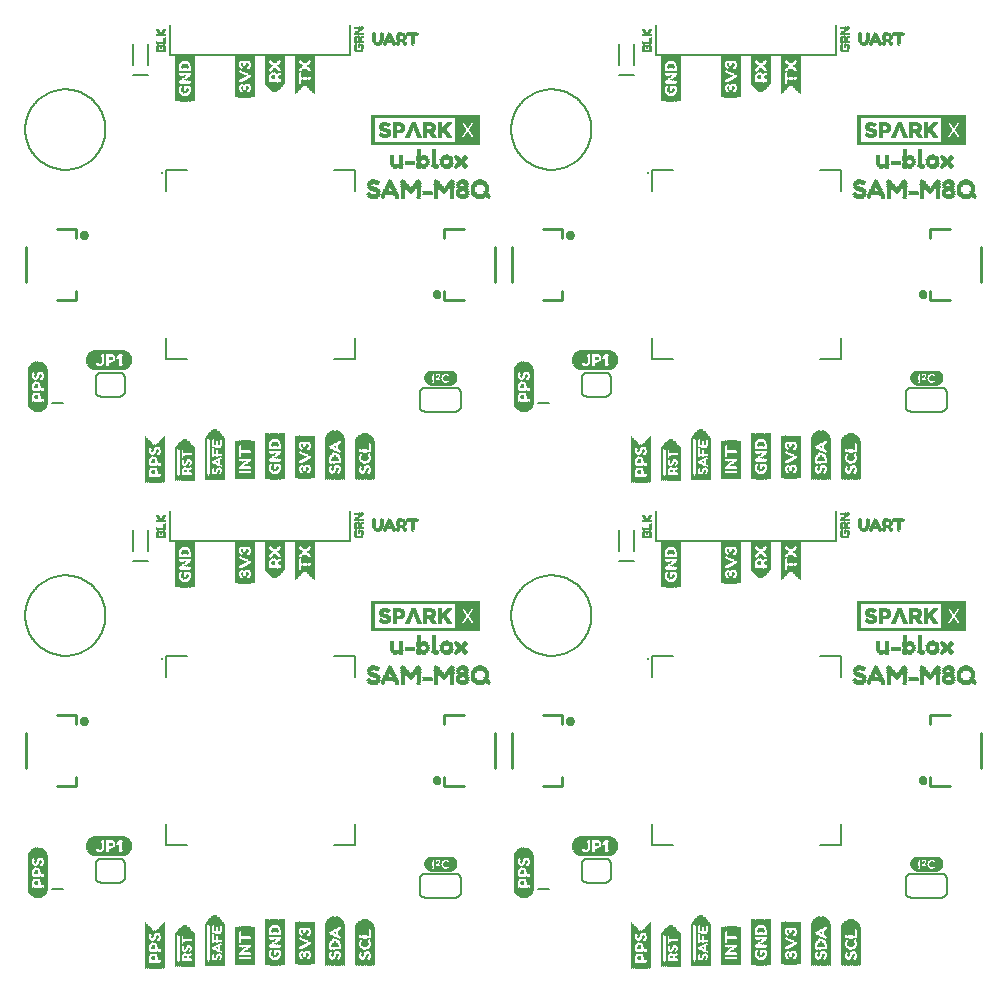
<source format=gto>
G75*
%MOIN*%
%OFA0B0*%
%FSLAX25Y25*%
%IPPOS*%
%LPD*%
%AMOC8*
5,1,8,0,0,1.08239X$1,22.5*
%
%ADD10C,0.00700*%
%ADD11C,0.01000*%
%ADD12C,0.01575*%
%ADD13C,0.00800*%
%ADD14C,0.00600*%
%ADD15C,0.00500*%
%ADD16C,0.01114*%
%ADD17R,0.00157X0.13858*%
%ADD18R,0.00157X0.14331*%
%ADD19R,0.00157X0.14646*%
%ADD20R,0.00157X0.14961*%
%ADD21R,0.00157X0.15118*%
%ADD22R,0.00157X0.15276*%
%ADD23R,0.00157X0.15433*%
%ADD24R,0.00157X0.02835*%
%ADD25R,0.00157X0.11969*%
%ADD26R,0.00157X0.02520*%
%ADD27R,0.00157X0.01102*%
%ADD28R,0.00157X0.03150*%
%ADD29R,0.00157X0.04567*%
%ADD30R,0.00157X0.02205*%
%ADD31R,0.00157X0.00787*%
%ADD32R,0.00157X0.02677*%
%ADD33R,0.00157X0.04409*%
%ADD34R,0.00157X0.02047*%
%ADD35R,0.00157X0.00630*%
%ADD36R,0.00157X0.01890*%
%ADD37R,0.00157X0.01732*%
%ADD38R,0.00157X0.01575*%
%ADD39R,0.00157X0.00945*%
%ADD40R,0.00157X0.02362*%
%ADD41R,0.00157X0.01260*%
%ADD42R,0.00157X0.01417*%
%ADD43R,0.00157X0.04252*%
%ADD44R,0.00157X0.00315*%
%ADD45R,0.00157X0.04094*%
%ADD46R,0.00157X0.00472*%
%ADD47R,0.00157X0.03937*%
%ADD48R,0.00157X0.03307*%
%ADD49R,0.00157X0.03780*%
%ADD50R,0.00157X0.03465*%
%ADD51R,0.00157X0.02992*%
%ADD52R,0.00157X0.12913*%
%ADD53R,0.00157X0.13386*%
%ADD54R,0.00157X0.13701*%
%ADD55R,0.00157X0.14016*%
%ADD56R,0.00157X0.14173*%
%ADD57R,0.00157X0.14488*%
%ADD58R,0.00157X0.07087*%
%ADD59R,0.00157X0.04882*%
%ADD60R,0.00157X0.05039*%
%ADD61R,0.00157X0.05197*%
%ADD62R,0.00157X0.03622*%
%ADD63R,0.00157X0.00157*%
%ADD64R,0.00157X0.11024*%
%ADD65R,0.07205X0.00118*%
%ADD66R,0.07913X0.00118*%
%ADD67R,0.08386X0.00079*%
%ADD68R,0.08858X0.00157*%
%ADD69R,0.09094X0.00118*%
%ADD70R,0.09331X0.00118*%
%ADD71R,0.09567X0.00079*%
%ADD72R,0.03661X0.00118*%
%ADD73R,0.02126X0.00118*%
%ADD74R,0.02953X0.00118*%
%ADD75R,0.02244X0.00157*%
%ADD76R,0.00591X0.00157*%
%ADD77R,0.01535X0.00157*%
%ADD78R,0.02598X0.00157*%
%ADD79R,0.02244X0.00118*%
%ADD80R,0.00472X0.00118*%
%ADD81R,0.01181X0.00118*%
%ADD82R,0.02362X0.00118*%
%ADD83R,0.00945X0.00118*%
%ADD84R,0.00354X0.00118*%
%ADD85R,0.00827X0.00118*%
%ADD86R,0.02480X0.00157*%
%ADD87R,0.00354X0.00157*%
%ADD88R,0.00236X0.00157*%
%ADD89R,0.02480X0.00118*%
%ADD90R,0.02598X0.00118*%
%ADD91R,0.01063X0.00118*%
%ADD92R,0.02835X0.00118*%
%ADD93R,0.00472X0.00157*%
%ADD94R,0.04252X0.00157*%
%ADD95R,0.04370X0.00118*%
%ADD96R,0.00591X0.00118*%
%ADD97R,0.04488X0.00118*%
%ADD98R,0.00709X0.00157*%
%ADD99R,0.04488X0.00157*%
%ADD100R,0.00236X0.00118*%
%ADD101R,0.00118X0.00118*%
%ADD102R,0.00118X0.00157*%
%ADD103R,0.04370X0.00157*%
%ADD104R,0.04252X0.00118*%
%ADD105R,0.02717X0.00118*%
%ADD106R,0.03071X0.00157*%
%ADD107R,0.03425X0.00118*%
%ADD108R,0.09567X0.00118*%
%ADD109R,0.08858X0.00118*%
%ADD110R,0.08386X0.00118*%
%ADD111R,0.00157X0.12756*%
%ADD112R,0.00157X0.09764*%
%ADD113R,0.00157X0.09921*%
%ADD114R,0.00157X0.10236*%
%ADD115R,0.00157X0.10394*%
%ADD116R,0.00157X0.10551*%
%ADD117R,0.00157X0.10709*%
%ADD118R,0.00157X0.10866*%
%ADD119R,0.00157X0.05669*%
%ADD120R,0.01654X0.00236*%
%ADD121R,0.00236X0.00236*%
%ADD122R,0.01417X0.00236*%
%ADD123R,0.02835X0.00236*%
%ADD124R,0.01181X0.00236*%
%ADD125R,0.02598X0.00236*%
%ADD126R,0.03307X0.00236*%
%ADD127R,0.03071X0.00236*%
%ADD128R,0.03543X0.00236*%
%ADD129R,0.03780X0.00236*%
%ADD130R,0.01890X0.00236*%
%ADD131R,0.04016X0.00236*%
%ADD132R,0.02126X0.00236*%
%ADD133R,0.04488X0.00236*%
%ADD134R,0.02362X0.00236*%
%ADD135R,0.04961X0.00236*%
%ADD136R,0.05197X0.00236*%
%ADD137R,0.00709X0.00236*%
%ADD138R,0.06850X0.00236*%
%ADD139R,0.04252X0.00236*%
%ADD140R,0.04724X0.00236*%
%ADD141R,0.05433X0.00236*%
%ADD142R,0.00945X0.00236*%
%ADD143R,0.05669X0.00236*%
%ADD144R,0.05906X0.00236*%
%ADD145R,0.06142X0.00236*%
%ADD146R,0.00472X0.00236*%
%ADD147R,0.00157X0.13071*%
%ADD148R,0.00157X0.12598*%
%ADD149R,0.00157X0.12441*%
%ADD150R,0.00157X0.12283*%
%ADD151R,0.00157X0.12126*%
%ADD152R,0.00157X0.06614*%
%ADD153R,0.00157X0.05354*%
%ADD154C,0.00039*%
%ADD155R,0.00157X0.11181*%
%ADD156R,0.00157X0.11496*%
%ADD157R,0.00157X0.11654*%
%ADD158R,0.00157X0.13228*%
%ADD159R,0.00157X0.11811*%
%ADD160R,0.00157X0.14803*%
%ADD161R,0.00157X0.15906*%
%ADD162R,0.00157X0.16063*%
%ADD163R,0.00157X0.16220*%
%ADD164R,0.00157X0.16378*%
%ADD165R,0.00315X0.00157*%
%ADD166R,0.01417X0.00157*%
%ADD167R,0.03465X0.00157*%
%ADD168R,0.00787X0.00157*%
%ADD169R,0.00945X0.00157*%
%ADD170R,0.02205X0.00157*%
%ADD171R,0.03937X0.00157*%
%ADD172R,0.01102X0.00157*%
%ADD173R,0.02677X0.00157*%
%ADD174R,0.04094X0.00157*%
%ADD175R,0.02835X0.00157*%
%ADD176R,0.01260X0.00157*%
%ADD177R,0.02992X0.00157*%
%ADD178R,0.03150X0.00157*%
%ADD179R,0.03780X0.00157*%
%ADD180R,0.01575X0.00157*%
%ADD181R,0.01732X0.00157*%
%ADD182R,0.01890X0.00157*%
%ADD183R,0.02047X0.00157*%
%ADD184R,0.02362X0.00157*%
%ADD185R,0.03307X0.00157*%
%ADD186R,0.03622X0.00157*%
%ADD187R,0.02520X0.00157*%
%ADD188R,0.00630X0.00157*%
%ADD189R,0.00118X0.01299*%
%ADD190R,0.00118X0.00236*%
%ADD191R,0.00118X0.00354*%
%ADD192R,0.00157X0.00709*%
%ADD193R,0.00157X0.00591*%
%ADD194R,0.00118X0.02126*%
%ADD195R,0.00118X0.00827*%
%ADD196R,0.00118X0.00709*%
%ADD197R,0.00118X0.02244*%
%ADD198R,0.00118X0.00945*%
%ADD199R,0.00118X0.02362*%
%ADD200R,0.00118X0.01063*%
%ADD201R,0.00157X0.00827*%
%ADD202R,0.00157X0.01063*%
%ADD203R,0.00118X0.01772*%
%ADD204R,0.00118X0.01181*%
%ADD205R,0.00118X0.01654*%
%ADD206R,0.00118X0.01535*%
%ADD207R,0.00157X0.01299*%
%ADD208R,0.00118X0.01417*%
%ADD209R,0.00157X0.01772*%
%ADD210R,0.00118X0.02480*%
%ADD211R,0.00157X0.02480*%
%ADD212R,0.00157X0.02008*%
%ADD213R,0.00157X0.02126*%
%ADD214R,0.00157X0.02244*%
%ADD215R,0.00118X0.00591*%
%ADD216R,0.00118X0.00472*%
%ADD217R,0.00157X0.01535*%
%ADD218R,0.00118X0.02008*%
%ADD219R,0.00157X0.02598*%
%ADD220R,0.00157X0.01181*%
%ADD221R,0.00157X0.01654*%
%ADD222R,0.10551X0.00157*%
%ADD223R,0.11496X0.00157*%
%ADD224R,0.12126X0.00157*%
%ADD225R,0.12756X0.00157*%
%ADD226R,0.13071X0.00157*%
%ADD227R,0.13386X0.00157*%
%ADD228R,0.13701X0.00157*%
%ADD229R,0.14016X0.00157*%
%ADD230R,0.04724X0.00157*%
%ADD231R,0.04567X0.00157*%
%ADD232R,0.04882X0.00157*%
%ADD233R,0.05039X0.00157*%
D10*
X0077254Y0077254D02*
X0077254Y0084341D01*
X0077254Y0077254D02*
X0084341Y0077254D01*
X0133159Y0077254D02*
X0140246Y0077254D01*
X0140246Y0084341D01*
X0140246Y0133159D02*
X0140246Y0140246D01*
X0133159Y0140246D01*
X0138750Y0178750D02*
X0078750Y0178750D01*
X0078750Y0188750D01*
X0077254Y0140246D02*
X0084341Y0140246D01*
X0077254Y0140246D02*
X0077254Y0133159D01*
X0138750Y0178750D02*
X0138750Y0188750D01*
X0140246Y0239254D02*
X0133159Y0239254D01*
X0140246Y0239254D02*
X0140246Y0246341D01*
X0140246Y0295159D02*
X0140246Y0302246D01*
X0133159Y0302246D01*
X0138750Y0340750D02*
X0078750Y0340750D01*
X0078750Y0350750D01*
X0077254Y0302246D02*
X0084341Y0302246D01*
X0077254Y0302246D02*
X0077254Y0295159D01*
X0077254Y0246341D02*
X0077254Y0239254D01*
X0084341Y0239254D01*
X0138750Y0340750D02*
X0138750Y0350750D01*
X0239254Y0302246D02*
X0239254Y0295159D01*
X0239254Y0302246D02*
X0246341Y0302246D01*
X0240750Y0340750D02*
X0300750Y0340750D01*
X0300750Y0350750D01*
X0302246Y0302246D02*
X0295159Y0302246D01*
X0302246Y0302246D02*
X0302246Y0295159D01*
X0302246Y0246341D02*
X0302246Y0239254D01*
X0295159Y0239254D01*
X0246341Y0239254D02*
X0239254Y0239254D01*
X0239254Y0246341D01*
X0240750Y0188750D02*
X0240750Y0178750D01*
X0300750Y0178750D01*
X0300750Y0188750D01*
X0302246Y0140246D02*
X0295159Y0140246D01*
X0302246Y0140246D02*
X0302246Y0133159D01*
X0302246Y0084341D02*
X0302246Y0077254D01*
X0295159Y0077254D01*
X0246341Y0077254D02*
X0239254Y0077254D01*
X0239254Y0084341D01*
X0239254Y0133159D02*
X0239254Y0140246D01*
X0246341Y0140246D01*
X0240750Y0340750D02*
X0240750Y0350750D01*
D11*
X0209372Y0282561D02*
X0202876Y0282561D01*
X0209372Y0282561D02*
X0209372Y0279608D01*
X0192640Y0276656D02*
X0192640Y0264844D01*
X0186860Y0264844D02*
X0186860Y0276656D01*
X0176624Y0282561D02*
X0170128Y0282561D01*
X0170128Y0279608D01*
X0170128Y0261892D02*
X0170128Y0258939D01*
X0176624Y0258939D01*
X0202876Y0258939D02*
X0209372Y0258939D01*
X0209372Y0261892D01*
X0332128Y0261892D02*
X0332128Y0258939D01*
X0338624Y0258939D01*
X0348860Y0264844D02*
X0348860Y0276656D01*
X0338624Y0282561D02*
X0332128Y0282561D01*
X0332128Y0279608D01*
X0332128Y0120561D02*
X0338624Y0120561D01*
X0332128Y0120561D02*
X0332128Y0117608D01*
X0348860Y0114656D02*
X0348860Y0102844D01*
X0338624Y0096939D02*
X0332128Y0096939D01*
X0332128Y0099892D01*
X0209372Y0099892D02*
X0209372Y0096939D01*
X0202876Y0096939D01*
X0192640Y0102844D02*
X0192640Y0114656D01*
X0186860Y0114656D02*
X0186860Y0102844D01*
X0176624Y0096939D02*
X0170128Y0096939D01*
X0170128Y0099892D01*
X0170128Y0117608D02*
X0170128Y0120561D01*
X0176624Y0120561D01*
X0202876Y0120561D02*
X0209372Y0120561D01*
X0209372Y0117608D01*
X0047372Y0117608D02*
X0047372Y0120561D01*
X0040876Y0120561D01*
X0030640Y0114656D02*
X0030640Y0102844D01*
X0040876Y0096939D02*
X0047372Y0096939D01*
X0047372Y0099892D01*
X0047372Y0258939D02*
X0040876Y0258939D01*
X0047372Y0258939D02*
X0047372Y0261892D01*
X0030640Y0264844D02*
X0030640Y0276656D01*
X0040876Y0282561D02*
X0047372Y0282561D01*
X0047372Y0279608D01*
D12*
X0049374Y0280593D02*
X0049376Y0280640D01*
X0049382Y0280686D01*
X0049391Y0280732D01*
X0049405Y0280776D01*
X0049422Y0280820D01*
X0049443Y0280861D01*
X0049467Y0280901D01*
X0049494Y0280939D01*
X0049525Y0280974D01*
X0049558Y0281007D01*
X0049594Y0281037D01*
X0049633Y0281063D01*
X0049673Y0281087D01*
X0049715Y0281106D01*
X0049759Y0281123D01*
X0049804Y0281135D01*
X0049850Y0281144D01*
X0049896Y0281149D01*
X0049943Y0281150D01*
X0049989Y0281147D01*
X0050035Y0281140D01*
X0050081Y0281129D01*
X0050125Y0281115D01*
X0050168Y0281097D01*
X0050209Y0281075D01*
X0050249Y0281050D01*
X0050286Y0281022D01*
X0050321Y0280991D01*
X0050353Y0280957D01*
X0050382Y0280920D01*
X0050407Y0280882D01*
X0050430Y0280841D01*
X0050449Y0280798D01*
X0050464Y0280754D01*
X0050476Y0280709D01*
X0050484Y0280663D01*
X0050488Y0280616D01*
X0050488Y0280570D01*
X0050484Y0280523D01*
X0050476Y0280477D01*
X0050464Y0280432D01*
X0050449Y0280388D01*
X0050430Y0280345D01*
X0050407Y0280304D01*
X0050382Y0280266D01*
X0050353Y0280229D01*
X0050321Y0280195D01*
X0050286Y0280164D01*
X0050249Y0280136D01*
X0050210Y0280111D01*
X0050168Y0280089D01*
X0050125Y0280071D01*
X0050081Y0280057D01*
X0050035Y0280046D01*
X0049989Y0280039D01*
X0049943Y0280036D01*
X0049896Y0280037D01*
X0049850Y0280042D01*
X0049804Y0280051D01*
X0049759Y0280063D01*
X0049715Y0280080D01*
X0049673Y0280099D01*
X0049633Y0280123D01*
X0049594Y0280149D01*
X0049558Y0280179D01*
X0049525Y0280212D01*
X0049494Y0280247D01*
X0049467Y0280285D01*
X0049443Y0280325D01*
X0049422Y0280366D01*
X0049405Y0280410D01*
X0049391Y0280454D01*
X0049382Y0280500D01*
X0049376Y0280546D01*
X0049374Y0280593D01*
X0167012Y0260907D02*
X0167014Y0260954D01*
X0167020Y0261000D01*
X0167029Y0261046D01*
X0167043Y0261090D01*
X0167060Y0261134D01*
X0167081Y0261175D01*
X0167105Y0261215D01*
X0167132Y0261253D01*
X0167163Y0261288D01*
X0167196Y0261321D01*
X0167232Y0261351D01*
X0167271Y0261377D01*
X0167311Y0261401D01*
X0167353Y0261420D01*
X0167397Y0261437D01*
X0167442Y0261449D01*
X0167488Y0261458D01*
X0167534Y0261463D01*
X0167581Y0261464D01*
X0167627Y0261461D01*
X0167673Y0261454D01*
X0167719Y0261443D01*
X0167763Y0261429D01*
X0167806Y0261411D01*
X0167847Y0261389D01*
X0167887Y0261364D01*
X0167924Y0261336D01*
X0167959Y0261305D01*
X0167991Y0261271D01*
X0168020Y0261234D01*
X0168045Y0261196D01*
X0168068Y0261155D01*
X0168087Y0261112D01*
X0168102Y0261068D01*
X0168114Y0261023D01*
X0168122Y0260977D01*
X0168126Y0260930D01*
X0168126Y0260884D01*
X0168122Y0260837D01*
X0168114Y0260791D01*
X0168102Y0260746D01*
X0168087Y0260702D01*
X0168068Y0260659D01*
X0168045Y0260618D01*
X0168020Y0260580D01*
X0167991Y0260543D01*
X0167959Y0260509D01*
X0167924Y0260478D01*
X0167887Y0260450D01*
X0167848Y0260425D01*
X0167806Y0260403D01*
X0167763Y0260385D01*
X0167719Y0260371D01*
X0167673Y0260360D01*
X0167627Y0260353D01*
X0167581Y0260350D01*
X0167534Y0260351D01*
X0167488Y0260356D01*
X0167442Y0260365D01*
X0167397Y0260377D01*
X0167353Y0260394D01*
X0167311Y0260413D01*
X0167271Y0260437D01*
X0167232Y0260463D01*
X0167196Y0260493D01*
X0167163Y0260526D01*
X0167132Y0260561D01*
X0167105Y0260599D01*
X0167081Y0260639D01*
X0167060Y0260680D01*
X0167043Y0260724D01*
X0167029Y0260768D01*
X0167020Y0260814D01*
X0167014Y0260860D01*
X0167012Y0260907D01*
X0211374Y0280593D02*
X0211376Y0280640D01*
X0211382Y0280686D01*
X0211391Y0280732D01*
X0211405Y0280776D01*
X0211422Y0280820D01*
X0211443Y0280861D01*
X0211467Y0280901D01*
X0211494Y0280939D01*
X0211525Y0280974D01*
X0211558Y0281007D01*
X0211594Y0281037D01*
X0211633Y0281063D01*
X0211673Y0281087D01*
X0211715Y0281106D01*
X0211759Y0281123D01*
X0211804Y0281135D01*
X0211850Y0281144D01*
X0211896Y0281149D01*
X0211943Y0281150D01*
X0211989Y0281147D01*
X0212035Y0281140D01*
X0212081Y0281129D01*
X0212125Y0281115D01*
X0212168Y0281097D01*
X0212209Y0281075D01*
X0212249Y0281050D01*
X0212286Y0281022D01*
X0212321Y0280991D01*
X0212353Y0280957D01*
X0212382Y0280920D01*
X0212407Y0280882D01*
X0212430Y0280841D01*
X0212449Y0280798D01*
X0212464Y0280754D01*
X0212476Y0280709D01*
X0212484Y0280663D01*
X0212488Y0280616D01*
X0212488Y0280570D01*
X0212484Y0280523D01*
X0212476Y0280477D01*
X0212464Y0280432D01*
X0212449Y0280388D01*
X0212430Y0280345D01*
X0212407Y0280304D01*
X0212382Y0280266D01*
X0212353Y0280229D01*
X0212321Y0280195D01*
X0212286Y0280164D01*
X0212249Y0280136D01*
X0212210Y0280111D01*
X0212168Y0280089D01*
X0212125Y0280071D01*
X0212081Y0280057D01*
X0212035Y0280046D01*
X0211989Y0280039D01*
X0211943Y0280036D01*
X0211896Y0280037D01*
X0211850Y0280042D01*
X0211804Y0280051D01*
X0211759Y0280063D01*
X0211715Y0280080D01*
X0211673Y0280099D01*
X0211633Y0280123D01*
X0211594Y0280149D01*
X0211558Y0280179D01*
X0211525Y0280212D01*
X0211494Y0280247D01*
X0211467Y0280285D01*
X0211443Y0280325D01*
X0211422Y0280366D01*
X0211405Y0280410D01*
X0211391Y0280454D01*
X0211382Y0280500D01*
X0211376Y0280546D01*
X0211374Y0280593D01*
X0329012Y0260907D02*
X0329014Y0260954D01*
X0329020Y0261000D01*
X0329029Y0261046D01*
X0329043Y0261090D01*
X0329060Y0261134D01*
X0329081Y0261175D01*
X0329105Y0261215D01*
X0329132Y0261253D01*
X0329163Y0261288D01*
X0329196Y0261321D01*
X0329232Y0261351D01*
X0329271Y0261377D01*
X0329311Y0261401D01*
X0329353Y0261420D01*
X0329397Y0261437D01*
X0329442Y0261449D01*
X0329488Y0261458D01*
X0329534Y0261463D01*
X0329581Y0261464D01*
X0329627Y0261461D01*
X0329673Y0261454D01*
X0329719Y0261443D01*
X0329763Y0261429D01*
X0329806Y0261411D01*
X0329847Y0261389D01*
X0329887Y0261364D01*
X0329924Y0261336D01*
X0329959Y0261305D01*
X0329991Y0261271D01*
X0330020Y0261234D01*
X0330045Y0261196D01*
X0330068Y0261155D01*
X0330087Y0261112D01*
X0330102Y0261068D01*
X0330114Y0261023D01*
X0330122Y0260977D01*
X0330126Y0260930D01*
X0330126Y0260884D01*
X0330122Y0260837D01*
X0330114Y0260791D01*
X0330102Y0260746D01*
X0330087Y0260702D01*
X0330068Y0260659D01*
X0330045Y0260618D01*
X0330020Y0260580D01*
X0329991Y0260543D01*
X0329959Y0260509D01*
X0329924Y0260478D01*
X0329887Y0260450D01*
X0329848Y0260425D01*
X0329806Y0260403D01*
X0329763Y0260385D01*
X0329719Y0260371D01*
X0329673Y0260360D01*
X0329627Y0260353D01*
X0329581Y0260350D01*
X0329534Y0260351D01*
X0329488Y0260356D01*
X0329442Y0260365D01*
X0329397Y0260377D01*
X0329353Y0260394D01*
X0329311Y0260413D01*
X0329271Y0260437D01*
X0329232Y0260463D01*
X0329196Y0260493D01*
X0329163Y0260526D01*
X0329132Y0260561D01*
X0329105Y0260599D01*
X0329081Y0260639D01*
X0329060Y0260680D01*
X0329043Y0260724D01*
X0329029Y0260768D01*
X0329020Y0260814D01*
X0329014Y0260860D01*
X0329012Y0260907D01*
X0211374Y0118593D02*
X0211376Y0118640D01*
X0211382Y0118686D01*
X0211391Y0118732D01*
X0211405Y0118776D01*
X0211422Y0118820D01*
X0211443Y0118861D01*
X0211467Y0118901D01*
X0211494Y0118939D01*
X0211525Y0118974D01*
X0211558Y0119007D01*
X0211594Y0119037D01*
X0211633Y0119063D01*
X0211673Y0119087D01*
X0211715Y0119106D01*
X0211759Y0119123D01*
X0211804Y0119135D01*
X0211850Y0119144D01*
X0211896Y0119149D01*
X0211943Y0119150D01*
X0211989Y0119147D01*
X0212035Y0119140D01*
X0212081Y0119129D01*
X0212125Y0119115D01*
X0212168Y0119097D01*
X0212209Y0119075D01*
X0212249Y0119050D01*
X0212286Y0119022D01*
X0212321Y0118991D01*
X0212353Y0118957D01*
X0212382Y0118920D01*
X0212407Y0118882D01*
X0212430Y0118841D01*
X0212449Y0118798D01*
X0212464Y0118754D01*
X0212476Y0118709D01*
X0212484Y0118663D01*
X0212488Y0118616D01*
X0212488Y0118570D01*
X0212484Y0118523D01*
X0212476Y0118477D01*
X0212464Y0118432D01*
X0212449Y0118388D01*
X0212430Y0118345D01*
X0212407Y0118304D01*
X0212382Y0118266D01*
X0212353Y0118229D01*
X0212321Y0118195D01*
X0212286Y0118164D01*
X0212249Y0118136D01*
X0212210Y0118111D01*
X0212168Y0118089D01*
X0212125Y0118071D01*
X0212081Y0118057D01*
X0212035Y0118046D01*
X0211989Y0118039D01*
X0211943Y0118036D01*
X0211896Y0118037D01*
X0211850Y0118042D01*
X0211804Y0118051D01*
X0211759Y0118063D01*
X0211715Y0118080D01*
X0211673Y0118099D01*
X0211633Y0118123D01*
X0211594Y0118149D01*
X0211558Y0118179D01*
X0211525Y0118212D01*
X0211494Y0118247D01*
X0211467Y0118285D01*
X0211443Y0118325D01*
X0211422Y0118366D01*
X0211405Y0118410D01*
X0211391Y0118454D01*
X0211382Y0118500D01*
X0211376Y0118546D01*
X0211374Y0118593D01*
X0167012Y0098907D02*
X0167014Y0098954D01*
X0167020Y0099000D01*
X0167029Y0099046D01*
X0167043Y0099090D01*
X0167060Y0099134D01*
X0167081Y0099175D01*
X0167105Y0099215D01*
X0167132Y0099253D01*
X0167163Y0099288D01*
X0167196Y0099321D01*
X0167232Y0099351D01*
X0167271Y0099377D01*
X0167311Y0099401D01*
X0167353Y0099420D01*
X0167397Y0099437D01*
X0167442Y0099449D01*
X0167488Y0099458D01*
X0167534Y0099463D01*
X0167581Y0099464D01*
X0167627Y0099461D01*
X0167673Y0099454D01*
X0167719Y0099443D01*
X0167763Y0099429D01*
X0167806Y0099411D01*
X0167847Y0099389D01*
X0167887Y0099364D01*
X0167924Y0099336D01*
X0167959Y0099305D01*
X0167991Y0099271D01*
X0168020Y0099234D01*
X0168045Y0099196D01*
X0168068Y0099155D01*
X0168087Y0099112D01*
X0168102Y0099068D01*
X0168114Y0099023D01*
X0168122Y0098977D01*
X0168126Y0098930D01*
X0168126Y0098884D01*
X0168122Y0098837D01*
X0168114Y0098791D01*
X0168102Y0098746D01*
X0168087Y0098702D01*
X0168068Y0098659D01*
X0168045Y0098618D01*
X0168020Y0098580D01*
X0167991Y0098543D01*
X0167959Y0098509D01*
X0167924Y0098478D01*
X0167887Y0098450D01*
X0167848Y0098425D01*
X0167806Y0098403D01*
X0167763Y0098385D01*
X0167719Y0098371D01*
X0167673Y0098360D01*
X0167627Y0098353D01*
X0167581Y0098350D01*
X0167534Y0098351D01*
X0167488Y0098356D01*
X0167442Y0098365D01*
X0167397Y0098377D01*
X0167353Y0098394D01*
X0167311Y0098413D01*
X0167271Y0098437D01*
X0167232Y0098463D01*
X0167196Y0098493D01*
X0167163Y0098526D01*
X0167132Y0098561D01*
X0167105Y0098599D01*
X0167081Y0098639D01*
X0167060Y0098680D01*
X0167043Y0098724D01*
X0167029Y0098768D01*
X0167020Y0098814D01*
X0167014Y0098860D01*
X0167012Y0098907D01*
X0049374Y0118593D02*
X0049376Y0118640D01*
X0049382Y0118686D01*
X0049391Y0118732D01*
X0049405Y0118776D01*
X0049422Y0118820D01*
X0049443Y0118861D01*
X0049467Y0118901D01*
X0049494Y0118939D01*
X0049525Y0118974D01*
X0049558Y0119007D01*
X0049594Y0119037D01*
X0049633Y0119063D01*
X0049673Y0119087D01*
X0049715Y0119106D01*
X0049759Y0119123D01*
X0049804Y0119135D01*
X0049850Y0119144D01*
X0049896Y0119149D01*
X0049943Y0119150D01*
X0049989Y0119147D01*
X0050035Y0119140D01*
X0050081Y0119129D01*
X0050125Y0119115D01*
X0050168Y0119097D01*
X0050209Y0119075D01*
X0050249Y0119050D01*
X0050286Y0119022D01*
X0050321Y0118991D01*
X0050353Y0118957D01*
X0050382Y0118920D01*
X0050407Y0118882D01*
X0050430Y0118841D01*
X0050449Y0118798D01*
X0050464Y0118754D01*
X0050476Y0118709D01*
X0050484Y0118663D01*
X0050488Y0118616D01*
X0050488Y0118570D01*
X0050484Y0118523D01*
X0050476Y0118477D01*
X0050464Y0118432D01*
X0050449Y0118388D01*
X0050430Y0118345D01*
X0050407Y0118304D01*
X0050382Y0118266D01*
X0050353Y0118229D01*
X0050321Y0118195D01*
X0050286Y0118164D01*
X0050249Y0118136D01*
X0050210Y0118111D01*
X0050168Y0118089D01*
X0050125Y0118071D01*
X0050081Y0118057D01*
X0050035Y0118046D01*
X0049989Y0118039D01*
X0049943Y0118036D01*
X0049896Y0118037D01*
X0049850Y0118042D01*
X0049804Y0118051D01*
X0049759Y0118063D01*
X0049715Y0118080D01*
X0049673Y0118099D01*
X0049633Y0118123D01*
X0049594Y0118149D01*
X0049558Y0118179D01*
X0049525Y0118212D01*
X0049494Y0118247D01*
X0049467Y0118285D01*
X0049443Y0118325D01*
X0049422Y0118366D01*
X0049405Y0118410D01*
X0049391Y0118454D01*
X0049382Y0118500D01*
X0049376Y0118546D01*
X0049374Y0118593D01*
X0329012Y0098907D02*
X0329014Y0098954D01*
X0329020Y0099000D01*
X0329029Y0099046D01*
X0329043Y0099090D01*
X0329060Y0099134D01*
X0329081Y0099175D01*
X0329105Y0099215D01*
X0329132Y0099253D01*
X0329163Y0099288D01*
X0329196Y0099321D01*
X0329232Y0099351D01*
X0329271Y0099377D01*
X0329311Y0099401D01*
X0329353Y0099420D01*
X0329397Y0099437D01*
X0329442Y0099449D01*
X0329488Y0099458D01*
X0329534Y0099463D01*
X0329581Y0099464D01*
X0329627Y0099461D01*
X0329673Y0099454D01*
X0329719Y0099443D01*
X0329763Y0099429D01*
X0329806Y0099411D01*
X0329847Y0099389D01*
X0329887Y0099364D01*
X0329924Y0099336D01*
X0329959Y0099305D01*
X0329991Y0099271D01*
X0330020Y0099234D01*
X0330045Y0099196D01*
X0330068Y0099155D01*
X0330087Y0099112D01*
X0330102Y0099068D01*
X0330114Y0099023D01*
X0330122Y0098977D01*
X0330126Y0098930D01*
X0330126Y0098884D01*
X0330122Y0098837D01*
X0330114Y0098791D01*
X0330102Y0098746D01*
X0330087Y0098702D01*
X0330068Y0098659D01*
X0330045Y0098618D01*
X0330020Y0098580D01*
X0329991Y0098543D01*
X0329959Y0098509D01*
X0329924Y0098478D01*
X0329887Y0098450D01*
X0329848Y0098425D01*
X0329806Y0098403D01*
X0329763Y0098385D01*
X0329719Y0098371D01*
X0329673Y0098360D01*
X0329627Y0098353D01*
X0329581Y0098350D01*
X0329534Y0098351D01*
X0329488Y0098356D01*
X0329442Y0098365D01*
X0329397Y0098377D01*
X0329353Y0098394D01*
X0329311Y0098413D01*
X0329271Y0098437D01*
X0329232Y0098463D01*
X0329196Y0098493D01*
X0329163Y0098526D01*
X0329132Y0098561D01*
X0329105Y0098599D01*
X0329081Y0098639D01*
X0329060Y0098680D01*
X0329043Y0098724D01*
X0329029Y0098768D01*
X0329020Y0098814D01*
X0329014Y0098860D01*
X0329012Y0098907D01*
D13*
X0233211Y0171781D02*
X0228289Y0171781D01*
X0228289Y0175207D02*
X0228289Y0182293D01*
X0233211Y0182293D02*
X0233211Y0175207D01*
X0192364Y0153750D02*
X0192368Y0154079D01*
X0192380Y0154407D01*
X0192400Y0154735D01*
X0192428Y0155062D01*
X0192465Y0155389D01*
X0192509Y0155714D01*
X0192561Y0156038D01*
X0192621Y0156361D01*
X0192689Y0156683D01*
X0192765Y0157003D01*
X0192849Y0157320D01*
X0192940Y0157636D01*
X0193040Y0157949D01*
X0193146Y0158260D01*
X0193261Y0158568D01*
X0193383Y0158873D01*
X0193512Y0159175D01*
X0193649Y0159473D01*
X0193793Y0159768D01*
X0193945Y0160060D01*
X0194103Y0160348D01*
X0194268Y0160632D01*
X0194441Y0160911D01*
X0194620Y0161187D01*
X0194806Y0161458D01*
X0194998Y0161724D01*
X0195197Y0161985D01*
X0195402Y0162242D01*
X0195614Y0162493D01*
X0195832Y0162739D01*
X0196055Y0162980D01*
X0196285Y0163215D01*
X0196520Y0163445D01*
X0196761Y0163668D01*
X0197007Y0163886D01*
X0197258Y0164098D01*
X0197515Y0164303D01*
X0197776Y0164502D01*
X0198042Y0164694D01*
X0198313Y0164880D01*
X0198589Y0165059D01*
X0198868Y0165232D01*
X0199152Y0165397D01*
X0199440Y0165555D01*
X0199732Y0165707D01*
X0200027Y0165851D01*
X0200325Y0165988D01*
X0200627Y0166117D01*
X0200932Y0166239D01*
X0201240Y0166354D01*
X0201551Y0166460D01*
X0201864Y0166560D01*
X0202180Y0166651D01*
X0202497Y0166735D01*
X0202817Y0166811D01*
X0203139Y0166879D01*
X0203462Y0166939D01*
X0203786Y0166991D01*
X0204111Y0167035D01*
X0204438Y0167072D01*
X0204765Y0167100D01*
X0205093Y0167120D01*
X0205421Y0167132D01*
X0205750Y0167136D01*
X0206079Y0167132D01*
X0206407Y0167120D01*
X0206735Y0167100D01*
X0207062Y0167072D01*
X0207389Y0167035D01*
X0207714Y0166991D01*
X0208038Y0166939D01*
X0208361Y0166879D01*
X0208683Y0166811D01*
X0209003Y0166735D01*
X0209320Y0166651D01*
X0209636Y0166560D01*
X0209949Y0166460D01*
X0210260Y0166354D01*
X0210568Y0166239D01*
X0210873Y0166117D01*
X0211175Y0165988D01*
X0211473Y0165851D01*
X0211768Y0165707D01*
X0212060Y0165555D01*
X0212348Y0165397D01*
X0212632Y0165232D01*
X0212911Y0165059D01*
X0213187Y0164880D01*
X0213458Y0164694D01*
X0213724Y0164502D01*
X0213985Y0164303D01*
X0214242Y0164098D01*
X0214493Y0163886D01*
X0214739Y0163668D01*
X0214980Y0163445D01*
X0215215Y0163215D01*
X0215445Y0162980D01*
X0215668Y0162739D01*
X0215886Y0162493D01*
X0216098Y0162242D01*
X0216303Y0161985D01*
X0216502Y0161724D01*
X0216694Y0161458D01*
X0216880Y0161187D01*
X0217059Y0160911D01*
X0217232Y0160632D01*
X0217397Y0160348D01*
X0217555Y0160060D01*
X0217707Y0159768D01*
X0217851Y0159473D01*
X0217988Y0159175D01*
X0218117Y0158873D01*
X0218239Y0158568D01*
X0218354Y0158260D01*
X0218460Y0157949D01*
X0218560Y0157636D01*
X0218651Y0157320D01*
X0218735Y0157003D01*
X0218811Y0156683D01*
X0218879Y0156361D01*
X0218939Y0156038D01*
X0218991Y0155714D01*
X0219035Y0155389D01*
X0219072Y0155062D01*
X0219100Y0154735D01*
X0219120Y0154407D01*
X0219132Y0154079D01*
X0219136Y0153750D01*
X0219132Y0153421D01*
X0219120Y0153093D01*
X0219100Y0152765D01*
X0219072Y0152438D01*
X0219035Y0152111D01*
X0218991Y0151786D01*
X0218939Y0151462D01*
X0218879Y0151139D01*
X0218811Y0150817D01*
X0218735Y0150497D01*
X0218651Y0150180D01*
X0218560Y0149864D01*
X0218460Y0149551D01*
X0218354Y0149240D01*
X0218239Y0148932D01*
X0218117Y0148627D01*
X0217988Y0148325D01*
X0217851Y0148027D01*
X0217707Y0147732D01*
X0217555Y0147440D01*
X0217397Y0147152D01*
X0217232Y0146868D01*
X0217059Y0146589D01*
X0216880Y0146313D01*
X0216694Y0146042D01*
X0216502Y0145776D01*
X0216303Y0145515D01*
X0216098Y0145258D01*
X0215886Y0145007D01*
X0215668Y0144761D01*
X0215445Y0144520D01*
X0215215Y0144285D01*
X0214980Y0144055D01*
X0214739Y0143832D01*
X0214493Y0143614D01*
X0214242Y0143402D01*
X0213985Y0143197D01*
X0213724Y0142998D01*
X0213458Y0142806D01*
X0213187Y0142620D01*
X0212911Y0142441D01*
X0212632Y0142268D01*
X0212348Y0142103D01*
X0212060Y0141945D01*
X0211768Y0141793D01*
X0211473Y0141649D01*
X0211175Y0141512D01*
X0210873Y0141383D01*
X0210568Y0141261D01*
X0210260Y0141146D01*
X0209949Y0141040D01*
X0209636Y0140940D01*
X0209320Y0140849D01*
X0209003Y0140765D01*
X0208683Y0140689D01*
X0208361Y0140621D01*
X0208038Y0140561D01*
X0207714Y0140509D01*
X0207389Y0140465D01*
X0207062Y0140428D01*
X0206735Y0140400D01*
X0206407Y0140380D01*
X0206079Y0140368D01*
X0205750Y0140364D01*
X0205421Y0140368D01*
X0205093Y0140380D01*
X0204765Y0140400D01*
X0204438Y0140428D01*
X0204111Y0140465D01*
X0203786Y0140509D01*
X0203462Y0140561D01*
X0203139Y0140621D01*
X0202817Y0140689D01*
X0202497Y0140765D01*
X0202180Y0140849D01*
X0201864Y0140940D01*
X0201551Y0141040D01*
X0201240Y0141146D01*
X0200932Y0141261D01*
X0200627Y0141383D01*
X0200325Y0141512D01*
X0200027Y0141649D01*
X0199732Y0141793D01*
X0199440Y0141945D01*
X0199152Y0142103D01*
X0198868Y0142268D01*
X0198589Y0142441D01*
X0198313Y0142620D01*
X0198042Y0142806D01*
X0197776Y0142998D01*
X0197515Y0143197D01*
X0197258Y0143402D01*
X0197007Y0143614D01*
X0196761Y0143832D01*
X0196520Y0144055D01*
X0196285Y0144285D01*
X0196055Y0144520D01*
X0195832Y0144761D01*
X0195614Y0145007D01*
X0195402Y0145258D01*
X0195197Y0145515D01*
X0194998Y0145776D01*
X0194806Y0146042D01*
X0194620Y0146313D01*
X0194441Y0146589D01*
X0194268Y0146868D01*
X0194103Y0147152D01*
X0193945Y0147440D01*
X0193793Y0147732D01*
X0193649Y0148027D01*
X0193512Y0148325D01*
X0193383Y0148627D01*
X0193261Y0148932D01*
X0193146Y0149240D01*
X0193040Y0149551D01*
X0192940Y0149864D01*
X0192849Y0150180D01*
X0192765Y0150497D01*
X0192689Y0150817D01*
X0192621Y0151139D01*
X0192561Y0151462D01*
X0192509Y0151786D01*
X0192465Y0152111D01*
X0192428Y0152438D01*
X0192400Y0152765D01*
X0192380Y0153093D01*
X0192368Y0153421D01*
X0192364Y0153750D01*
X0071211Y0171781D02*
X0066289Y0171781D01*
X0066289Y0175207D02*
X0066289Y0182293D01*
X0071211Y0182293D02*
X0071211Y0175207D01*
X0030364Y0153750D02*
X0030368Y0154079D01*
X0030380Y0154407D01*
X0030400Y0154735D01*
X0030428Y0155062D01*
X0030465Y0155389D01*
X0030509Y0155714D01*
X0030561Y0156038D01*
X0030621Y0156361D01*
X0030689Y0156683D01*
X0030765Y0157003D01*
X0030849Y0157320D01*
X0030940Y0157636D01*
X0031040Y0157949D01*
X0031146Y0158260D01*
X0031261Y0158568D01*
X0031383Y0158873D01*
X0031512Y0159175D01*
X0031649Y0159473D01*
X0031793Y0159768D01*
X0031945Y0160060D01*
X0032103Y0160348D01*
X0032268Y0160632D01*
X0032441Y0160911D01*
X0032620Y0161187D01*
X0032806Y0161458D01*
X0032998Y0161724D01*
X0033197Y0161985D01*
X0033402Y0162242D01*
X0033614Y0162493D01*
X0033832Y0162739D01*
X0034055Y0162980D01*
X0034285Y0163215D01*
X0034520Y0163445D01*
X0034761Y0163668D01*
X0035007Y0163886D01*
X0035258Y0164098D01*
X0035515Y0164303D01*
X0035776Y0164502D01*
X0036042Y0164694D01*
X0036313Y0164880D01*
X0036589Y0165059D01*
X0036868Y0165232D01*
X0037152Y0165397D01*
X0037440Y0165555D01*
X0037732Y0165707D01*
X0038027Y0165851D01*
X0038325Y0165988D01*
X0038627Y0166117D01*
X0038932Y0166239D01*
X0039240Y0166354D01*
X0039551Y0166460D01*
X0039864Y0166560D01*
X0040180Y0166651D01*
X0040497Y0166735D01*
X0040817Y0166811D01*
X0041139Y0166879D01*
X0041462Y0166939D01*
X0041786Y0166991D01*
X0042111Y0167035D01*
X0042438Y0167072D01*
X0042765Y0167100D01*
X0043093Y0167120D01*
X0043421Y0167132D01*
X0043750Y0167136D01*
X0044079Y0167132D01*
X0044407Y0167120D01*
X0044735Y0167100D01*
X0045062Y0167072D01*
X0045389Y0167035D01*
X0045714Y0166991D01*
X0046038Y0166939D01*
X0046361Y0166879D01*
X0046683Y0166811D01*
X0047003Y0166735D01*
X0047320Y0166651D01*
X0047636Y0166560D01*
X0047949Y0166460D01*
X0048260Y0166354D01*
X0048568Y0166239D01*
X0048873Y0166117D01*
X0049175Y0165988D01*
X0049473Y0165851D01*
X0049768Y0165707D01*
X0050060Y0165555D01*
X0050348Y0165397D01*
X0050632Y0165232D01*
X0050911Y0165059D01*
X0051187Y0164880D01*
X0051458Y0164694D01*
X0051724Y0164502D01*
X0051985Y0164303D01*
X0052242Y0164098D01*
X0052493Y0163886D01*
X0052739Y0163668D01*
X0052980Y0163445D01*
X0053215Y0163215D01*
X0053445Y0162980D01*
X0053668Y0162739D01*
X0053886Y0162493D01*
X0054098Y0162242D01*
X0054303Y0161985D01*
X0054502Y0161724D01*
X0054694Y0161458D01*
X0054880Y0161187D01*
X0055059Y0160911D01*
X0055232Y0160632D01*
X0055397Y0160348D01*
X0055555Y0160060D01*
X0055707Y0159768D01*
X0055851Y0159473D01*
X0055988Y0159175D01*
X0056117Y0158873D01*
X0056239Y0158568D01*
X0056354Y0158260D01*
X0056460Y0157949D01*
X0056560Y0157636D01*
X0056651Y0157320D01*
X0056735Y0157003D01*
X0056811Y0156683D01*
X0056879Y0156361D01*
X0056939Y0156038D01*
X0056991Y0155714D01*
X0057035Y0155389D01*
X0057072Y0155062D01*
X0057100Y0154735D01*
X0057120Y0154407D01*
X0057132Y0154079D01*
X0057136Y0153750D01*
X0057132Y0153421D01*
X0057120Y0153093D01*
X0057100Y0152765D01*
X0057072Y0152438D01*
X0057035Y0152111D01*
X0056991Y0151786D01*
X0056939Y0151462D01*
X0056879Y0151139D01*
X0056811Y0150817D01*
X0056735Y0150497D01*
X0056651Y0150180D01*
X0056560Y0149864D01*
X0056460Y0149551D01*
X0056354Y0149240D01*
X0056239Y0148932D01*
X0056117Y0148627D01*
X0055988Y0148325D01*
X0055851Y0148027D01*
X0055707Y0147732D01*
X0055555Y0147440D01*
X0055397Y0147152D01*
X0055232Y0146868D01*
X0055059Y0146589D01*
X0054880Y0146313D01*
X0054694Y0146042D01*
X0054502Y0145776D01*
X0054303Y0145515D01*
X0054098Y0145258D01*
X0053886Y0145007D01*
X0053668Y0144761D01*
X0053445Y0144520D01*
X0053215Y0144285D01*
X0052980Y0144055D01*
X0052739Y0143832D01*
X0052493Y0143614D01*
X0052242Y0143402D01*
X0051985Y0143197D01*
X0051724Y0142998D01*
X0051458Y0142806D01*
X0051187Y0142620D01*
X0050911Y0142441D01*
X0050632Y0142268D01*
X0050348Y0142103D01*
X0050060Y0141945D01*
X0049768Y0141793D01*
X0049473Y0141649D01*
X0049175Y0141512D01*
X0048873Y0141383D01*
X0048568Y0141261D01*
X0048260Y0141146D01*
X0047949Y0141040D01*
X0047636Y0140940D01*
X0047320Y0140849D01*
X0047003Y0140765D01*
X0046683Y0140689D01*
X0046361Y0140621D01*
X0046038Y0140561D01*
X0045714Y0140509D01*
X0045389Y0140465D01*
X0045062Y0140428D01*
X0044735Y0140400D01*
X0044407Y0140380D01*
X0044079Y0140368D01*
X0043750Y0140364D01*
X0043421Y0140368D01*
X0043093Y0140380D01*
X0042765Y0140400D01*
X0042438Y0140428D01*
X0042111Y0140465D01*
X0041786Y0140509D01*
X0041462Y0140561D01*
X0041139Y0140621D01*
X0040817Y0140689D01*
X0040497Y0140765D01*
X0040180Y0140849D01*
X0039864Y0140940D01*
X0039551Y0141040D01*
X0039240Y0141146D01*
X0038932Y0141261D01*
X0038627Y0141383D01*
X0038325Y0141512D01*
X0038027Y0141649D01*
X0037732Y0141793D01*
X0037440Y0141945D01*
X0037152Y0142103D01*
X0036868Y0142268D01*
X0036589Y0142441D01*
X0036313Y0142620D01*
X0036042Y0142806D01*
X0035776Y0142998D01*
X0035515Y0143197D01*
X0035258Y0143402D01*
X0035007Y0143614D01*
X0034761Y0143832D01*
X0034520Y0144055D01*
X0034285Y0144285D01*
X0034055Y0144520D01*
X0033832Y0144761D01*
X0033614Y0145007D01*
X0033402Y0145258D01*
X0033197Y0145515D01*
X0032998Y0145776D01*
X0032806Y0146042D01*
X0032620Y0146313D01*
X0032441Y0146589D01*
X0032268Y0146868D01*
X0032103Y0147152D01*
X0031945Y0147440D01*
X0031793Y0147732D01*
X0031649Y0148027D01*
X0031512Y0148325D01*
X0031383Y0148627D01*
X0031261Y0148932D01*
X0031146Y0149240D01*
X0031040Y0149551D01*
X0030940Y0149864D01*
X0030849Y0150180D01*
X0030765Y0150497D01*
X0030689Y0150817D01*
X0030621Y0151139D01*
X0030561Y0151462D01*
X0030509Y0151786D01*
X0030465Y0152111D01*
X0030428Y0152438D01*
X0030400Y0152765D01*
X0030380Y0153093D01*
X0030368Y0153421D01*
X0030364Y0153750D01*
X0030364Y0315750D02*
X0030368Y0316079D01*
X0030380Y0316407D01*
X0030400Y0316735D01*
X0030428Y0317062D01*
X0030465Y0317389D01*
X0030509Y0317714D01*
X0030561Y0318038D01*
X0030621Y0318361D01*
X0030689Y0318683D01*
X0030765Y0319003D01*
X0030849Y0319320D01*
X0030940Y0319636D01*
X0031040Y0319949D01*
X0031146Y0320260D01*
X0031261Y0320568D01*
X0031383Y0320873D01*
X0031512Y0321175D01*
X0031649Y0321473D01*
X0031793Y0321768D01*
X0031945Y0322060D01*
X0032103Y0322348D01*
X0032268Y0322632D01*
X0032441Y0322911D01*
X0032620Y0323187D01*
X0032806Y0323458D01*
X0032998Y0323724D01*
X0033197Y0323985D01*
X0033402Y0324242D01*
X0033614Y0324493D01*
X0033832Y0324739D01*
X0034055Y0324980D01*
X0034285Y0325215D01*
X0034520Y0325445D01*
X0034761Y0325668D01*
X0035007Y0325886D01*
X0035258Y0326098D01*
X0035515Y0326303D01*
X0035776Y0326502D01*
X0036042Y0326694D01*
X0036313Y0326880D01*
X0036589Y0327059D01*
X0036868Y0327232D01*
X0037152Y0327397D01*
X0037440Y0327555D01*
X0037732Y0327707D01*
X0038027Y0327851D01*
X0038325Y0327988D01*
X0038627Y0328117D01*
X0038932Y0328239D01*
X0039240Y0328354D01*
X0039551Y0328460D01*
X0039864Y0328560D01*
X0040180Y0328651D01*
X0040497Y0328735D01*
X0040817Y0328811D01*
X0041139Y0328879D01*
X0041462Y0328939D01*
X0041786Y0328991D01*
X0042111Y0329035D01*
X0042438Y0329072D01*
X0042765Y0329100D01*
X0043093Y0329120D01*
X0043421Y0329132D01*
X0043750Y0329136D01*
X0044079Y0329132D01*
X0044407Y0329120D01*
X0044735Y0329100D01*
X0045062Y0329072D01*
X0045389Y0329035D01*
X0045714Y0328991D01*
X0046038Y0328939D01*
X0046361Y0328879D01*
X0046683Y0328811D01*
X0047003Y0328735D01*
X0047320Y0328651D01*
X0047636Y0328560D01*
X0047949Y0328460D01*
X0048260Y0328354D01*
X0048568Y0328239D01*
X0048873Y0328117D01*
X0049175Y0327988D01*
X0049473Y0327851D01*
X0049768Y0327707D01*
X0050060Y0327555D01*
X0050348Y0327397D01*
X0050632Y0327232D01*
X0050911Y0327059D01*
X0051187Y0326880D01*
X0051458Y0326694D01*
X0051724Y0326502D01*
X0051985Y0326303D01*
X0052242Y0326098D01*
X0052493Y0325886D01*
X0052739Y0325668D01*
X0052980Y0325445D01*
X0053215Y0325215D01*
X0053445Y0324980D01*
X0053668Y0324739D01*
X0053886Y0324493D01*
X0054098Y0324242D01*
X0054303Y0323985D01*
X0054502Y0323724D01*
X0054694Y0323458D01*
X0054880Y0323187D01*
X0055059Y0322911D01*
X0055232Y0322632D01*
X0055397Y0322348D01*
X0055555Y0322060D01*
X0055707Y0321768D01*
X0055851Y0321473D01*
X0055988Y0321175D01*
X0056117Y0320873D01*
X0056239Y0320568D01*
X0056354Y0320260D01*
X0056460Y0319949D01*
X0056560Y0319636D01*
X0056651Y0319320D01*
X0056735Y0319003D01*
X0056811Y0318683D01*
X0056879Y0318361D01*
X0056939Y0318038D01*
X0056991Y0317714D01*
X0057035Y0317389D01*
X0057072Y0317062D01*
X0057100Y0316735D01*
X0057120Y0316407D01*
X0057132Y0316079D01*
X0057136Y0315750D01*
X0057132Y0315421D01*
X0057120Y0315093D01*
X0057100Y0314765D01*
X0057072Y0314438D01*
X0057035Y0314111D01*
X0056991Y0313786D01*
X0056939Y0313462D01*
X0056879Y0313139D01*
X0056811Y0312817D01*
X0056735Y0312497D01*
X0056651Y0312180D01*
X0056560Y0311864D01*
X0056460Y0311551D01*
X0056354Y0311240D01*
X0056239Y0310932D01*
X0056117Y0310627D01*
X0055988Y0310325D01*
X0055851Y0310027D01*
X0055707Y0309732D01*
X0055555Y0309440D01*
X0055397Y0309152D01*
X0055232Y0308868D01*
X0055059Y0308589D01*
X0054880Y0308313D01*
X0054694Y0308042D01*
X0054502Y0307776D01*
X0054303Y0307515D01*
X0054098Y0307258D01*
X0053886Y0307007D01*
X0053668Y0306761D01*
X0053445Y0306520D01*
X0053215Y0306285D01*
X0052980Y0306055D01*
X0052739Y0305832D01*
X0052493Y0305614D01*
X0052242Y0305402D01*
X0051985Y0305197D01*
X0051724Y0304998D01*
X0051458Y0304806D01*
X0051187Y0304620D01*
X0050911Y0304441D01*
X0050632Y0304268D01*
X0050348Y0304103D01*
X0050060Y0303945D01*
X0049768Y0303793D01*
X0049473Y0303649D01*
X0049175Y0303512D01*
X0048873Y0303383D01*
X0048568Y0303261D01*
X0048260Y0303146D01*
X0047949Y0303040D01*
X0047636Y0302940D01*
X0047320Y0302849D01*
X0047003Y0302765D01*
X0046683Y0302689D01*
X0046361Y0302621D01*
X0046038Y0302561D01*
X0045714Y0302509D01*
X0045389Y0302465D01*
X0045062Y0302428D01*
X0044735Y0302400D01*
X0044407Y0302380D01*
X0044079Y0302368D01*
X0043750Y0302364D01*
X0043421Y0302368D01*
X0043093Y0302380D01*
X0042765Y0302400D01*
X0042438Y0302428D01*
X0042111Y0302465D01*
X0041786Y0302509D01*
X0041462Y0302561D01*
X0041139Y0302621D01*
X0040817Y0302689D01*
X0040497Y0302765D01*
X0040180Y0302849D01*
X0039864Y0302940D01*
X0039551Y0303040D01*
X0039240Y0303146D01*
X0038932Y0303261D01*
X0038627Y0303383D01*
X0038325Y0303512D01*
X0038027Y0303649D01*
X0037732Y0303793D01*
X0037440Y0303945D01*
X0037152Y0304103D01*
X0036868Y0304268D01*
X0036589Y0304441D01*
X0036313Y0304620D01*
X0036042Y0304806D01*
X0035776Y0304998D01*
X0035515Y0305197D01*
X0035258Y0305402D01*
X0035007Y0305614D01*
X0034761Y0305832D01*
X0034520Y0306055D01*
X0034285Y0306285D01*
X0034055Y0306520D01*
X0033832Y0306761D01*
X0033614Y0307007D01*
X0033402Y0307258D01*
X0033197Y0307515D01*
X0032998Y0307776D01*
X0032806Y0308042D01*
X0032620Y0308313D01*
X0032441Y0308589D01*
X0032268Y0308868D01*
X0032103Y0309152D01*
X0031945Y0309440D01*
X0031793Y0309732D01*
X0031649Y0310027D01*
X0031512Y0310325D01*
X0031383Y0310627D01*
X0031261Y0310932D01*
X0031146Y0311240D01*
X0031040Y0311551D01*
X0030940Y0311864D01*
X0030849Y0312180D01*
X0030765Y0312497D01*
X0030689Y0312817D01*
X0030621Y0313139D01*
X0030561Y0313462D01*
X0030509Y0313786D01*
X0030465Y0314111D01*
X0030428Y0314438D01*
X0030400Y0314765D01*
X0030380Y0315093D01*
X0030368Y0315421D01*
X0030364Y0315750D01*
X0066289Y0333781D02*
X0071211Y0333781D01*
X0071211Y0337207D02*
X0071211Y0344293D01*
X0066289Y0344293D02*
X0066289Y0337207D01*
X0192364Y0315750D02*
X0192368Y0316079D01*
X0192380Y0316407D01*
X0192400Y0316735D01*
X0192428Y0317062D01*
X0192465Y0317389D01*
X0192509Y0317714D01*
X0192561Y0318038D01*
X0192621Y0318361D01*
X0192689Y0318683D01*
X0192765Y0319003D01*
X0192849Y0319320D01*
X0192940Y0319636D01*
X0193040Y0319949D01*
X0193146Y0320260D01*
X0193261Y0320568D01*
X0193383Y0320873D01*
X0193512Y0321175D01*
X0193649Y0321473D01*
X0193793Y0321768D01*
X0193945Y0322060D01*
X0194103Y0322348D01*
X0194268Y0322632D01*
X0194441Y0322911D01*
X0194620Y0323187D01*
X0194806Y0323458D01*
X0194998Y0323724D01*
X0195197Y0323985D01*
X0195402Y0324242D01*
X0195614Y0324493D01*
X0195832Y0324739D01*
X0196055Y0324980D01*
X0196285Y0325215D01*
X0196520Y0325445D01*
X0196761Y0325668D01*
X0197007Y0325886D01*
X0197258Y0326098D01*
X0197515Y0326303D01*
X0197776Y0326502D01*
X0198042Y0326694D01*
X0198313Y0326880D01*
X0198589Y0327059D01*
X0198868Y0327232D01*
X0199152Y0327397D01*
X0199440Y0327555D01*
X0199732Y0327707D01*
X0200027Y0327851D01*
X0200325Y0327988D01*
X0200627Y0328117D01*
X0200932Y0328239D01*
X0201240Y0328354D01*
X0201551Y0328460D01*
X0201864Y0328560D01*
X0202180Y0328651D01*
X0202497Y0328735D01*
X0202817Y0328811D01*
X0203139Y0328879D01*
X0203462Y0328939D01*
X0203786Y0328991D01*
X0204111Y0329035D01*
X0204438Y0329072D01*
X0204765Y0329100D01*
X0205093Y0329120D01*
X0205421Y0329132D01*
X0205750Y0329136D01*
X0206079Y0329132D01*
X0206407Y0329120D01*
X0206735Y0329100D01*
X0207062Y0329072D01*
X0207389Y0329035D01*
X0207714Y0328991D01*
X0208038Y0328939D01*
X0208361Y0328879D01*
X0208683Y0328811D01*
X0209003Y0328735D01*
X0209320Y0328651D01*
X0209636Y0328560D01*
X0209949Y0328460D01*
X0210260Y0328354D01*
X0210568Y0328239D01*
X0210873Y0328117D01*
X0211175Y0327988D01*
X0211473Y0327851D01*
X0211768Y0327707D01*
X0212060Y0327555D01*
X0212348Y0327397D01*
X0212632Y0327232D01*
X0212911Y0327059D01*
X0213187Y0326880D01*
X0213458Y0326694D01*
X0213724Y0326502D01*
X0213985Y0326303D01*
X0214242Y0326098D01*
X0214493Y0325886D01*
X0214739Y0325668D01*
X0214980Y0325445D01*
X0215215Y0325215D01*
X0215445Y0324980D01*
X0215668Y0324739D01*
X0215886Y0324493D01*
X0216098Y0324242D01*
X0216303Y0323985D01*
X0216502Y0323724D01*
X0216694Y0323458D01*
X0216880Y0323187D01*
X0217059Y0322911D01*
X0217232Y0322632D01*
X0217397Y0322348D01*
X0217555Y0322060D01*
X0217707Y0321768D01*
X0217851Y0321473D01*
X0217988Y0321175D01*
X0218117Y0320873D01*
X0218239Y0320568D01*
X0218354Y0320260D01*
X0218460Y0319949D01*
X0218560Y0319636D01*
X0218651Y0319320D01*
X0218735Y0319003D01*
X0218811Y0318683D01*
X0218879Y0318361D01*
X0218939Y0318038D01*
X0218991Y0317714D01*
X0219035Y0317389D01*
X0219072Y0317062D01*
X0219100Y0316735D01*
X0219120Y0316407D01*
X0219132Y0316079D01*
X0219136Y0315750D01*
X0219132Y0315421D01*
X0219120Y0315093D01*
X0219100Y0314765D01*
X0219072Y0314438D01*
X0219035Y0314111D01*
X0218991Y0313786D01*
X0218939Y0313462D01*
X0218879Y0313139D01*
X0218811Y0312817D01*
X0218735Y0312497D01*
X0218651Y0312180D01*
X0218560Y0311864D01*
X0218460Y0311551D01*
X0218354Y0311240D01*
X0218239Y0310932D01*
X0218117Y0310627D01*
X0217988Y0310325D01*
X0217851Y0310027D01*
X0217707Y0309732D01*
X0217555Y0309440D01*
X0217397Y0309152D01*
X0217232Y0308868D01*
X0217059Y0308589D01*
X0216880Y0308313D01*
X0216694Y0308042D01*
X0216502Y0307776D01*
X0216303Y0307515D01*
X0216098Y0307258D01*
X0215886Y0307007D01*
X0215668Y0306761D01*
X0215445Y0306520D01*
X0215215Y0306285D01*
X0214980Y0306055D01*
X0214739Y0305832D01*
X0214493Y0305614D01*
X0214242Y0305402D01*
X0213985Y0305197D01*
X0213724Y0304998D01*
X0213458Y0304806D01*
X0213187Y0304620D01*
X0212911Y0304441D01*
X0212632Y0304268D01*
X0212348Y0304103D01*
X0212060Y0303945D01*
X0211768Y0303793D01*
X0211473Y0303649D01*
X0211175Y0303512D01*
X0210873Y0303383D01*
X0210568Y0303261D01*
X0210260Y0303146D01*
X0209949Y0303040D01*
X0209636Y0302940D01*
X0209320Y0302849D01*
X0209003Y0302765D01*
X0208683Y0302689D01*
X0208361Y0302621D01*
X0208038Y0302561D01*
X0207714Y0302509D01*
X0207389Y0302465D01*
X0207062Y0302428D01*
X0206735Y0302400D01*
X0206407Y0302380D01*
X0206079Y0302368D01*
X0205750Y0302364D01*
X0205421Y0302368D01*
X0205093Y0302380D01*
X0204765Y0302400D01*
X0204438Y0302428D01*
X0204111Y0302465D01*
X0203786Y0302509D01*
X0203462Y0302561D01*
X0203139Y0302621D01*
X0202817Y0302689D01*
X0202497Y0302765D01*
X0202180Y0302849D01*
X0201864Y0302940D01*
X0201551Y0303040D01*
X0201240Y0303146D01*
X0200932Y0303261D01*
X0200627Y0303383D01*
X0200325Y0303512D01*
X0200027Y0303649D01*
X0199732Y0303793D01*
X0199440Y0303945D01*
X0199152Y0304103D01*
X0198868Y0304268D01*
X0198589Y0304441D01*
X0198313Y0304620D01*
X0198042Y0304806D01*
X0197776Y0304998D01*
X0197515Y0305197D01*
X0197258Y0305402D01*
X0197007Y0305614D01*
X0196761Y0305832D01*
X0196520Y0306055D01*
X0196285Y0306285D01*
X0196055Y0306520D01*
X0195832Y0306761D01*
X0195614Y0307007D01*
X0195402Y0307258D01*
X0195197Y0307515D01*
X0194998Y0307776D01*
X0194806Y0308042D01*
X0194620Y0308313D01*
X0194441Y0308589D01*
X0194268Y0308868D01*
X0194103Y0309152D01*
X0193945Y0309440D01*
X0193793Y0309732D01*
X0193649Y0310027D01*
X0193512Y0310325D01*
X0193383Y0310627D01*
X0193261Y0310932D01*
X0193146Y0311240D01*
X0193040Y0311551D01*
X0192940Y0311864D01*
X0192849Y0312180D01*
X0192765Y0312497D01*
X0192689Y0312817D01*
X0192621Y0313139D01*
X0192561Y0313462D01*
X0192509Y0313786D01*
X0192465Y0314111D01*
X0192428Y0314438D01*
X0192400Y0314765D01*
X0192380Y0315093D01*
X0192368Y0315421D01*
X0192364Y0315750D01*
X0228289Y0333781D02*
X0233211Y0333781D01*
X0233211Y0337207D02*
X0233211Y0344293D01*
X0228289Y0344293D02*
X0228289Y0337207D01*
D14*
X0223750Y0234750D02*
X0217750Y0234750D01*
X0217667Y0234748D01*
X0217584Y0234742D01*
X0217501Y0234733D01*
X0217419Y0234719D01*
X0217338Y0234702D01*
X0217257Y0234681D01*
X0217178Y0234657D01*
X0217100Y0234628D01*
X0217023Y0234597D01*
X0216948Y0234561D01*
X0216874Y0234523D01*
X0216802Y0234480D01*
X0216733Y0234435D01*
X0216665Y0234386D01*
X0216600Y0234335D01*
X0216537Y0234280D01*
X0216477Y0234223D01*
X0216420Y0234163D01*
X0216365Y0234100D01*
X0216314Y0234035D01*
X0216265Y0233967D01*
X0216220Y0233898D01*
X0216177Y0233826D01*
X0216139Y0233752D01*
X0216103Y0233677D01*
X0216072Y0233600D01*
X0216043Y0233522D01*
X0216019Y0233443D01*
X0215998Y0233362D01*
X0215981Y0233281D01*
X0215967Y0233199D01*
X0215958Y0233116D01*
X0215952Y0233033D01*
X0215950Y0232950D01*
X0215950Y0228550D01*
X0215952Y0228467D01*
X0215958Y0228384D01*
X0215967Y0228301D01*
X0215981Y0228219D01*
X0215998Y0228138D01*
X0216019Y0228057D01*
X0216043Y0227978D01*
X0216072Y0227900D01*
X0216103Y0227823D01*
X0216139Y0227748D01*
X0216177Y0227674D01*
X0216220Y0227602D01*
X0216265Y0227533D01*
X0216314Y0227465D01*
X0216365Y0227400D01*
X0216420Y0227337D01*
X0216477Y0227277D01*
X0216537Y0227220D01*
X0216600Y0227165D01*
X0216665Y0227114D01*
X0216733Y0227065D01*
X0216802Y0227020D01*
X0216874Y0226977D01*
X0216948Y0226939D01*
X0217023Y0226903D01*
X0217100Y0226872D01*
X0217178Y0226843D01*
X0217257Y0226819D01*
X0217338Y0226798D01*
X0217419Y0226781D01*
X0217501Y0226767D01*
X0217584Y0226758D01*
X0217667Y0226752D01*
X0217750Y0226750D01*
X0223750Y0226750D01*
X0223833Y0226752D01*
X0223916Y0226758D01*
X0223999Y0226767D01*
X0224081Y0226781D01*
X0224162Y0226798D01*
X0224243Y0226819D01*
X0224322Y0226843D01*
X0224400Y0226872D01*
X0224477Y0226903D01*
X0224552Y0226939D01*
X0224626Y0226977D01*
X0224698Y0227020D01*
X0224767Y0227065D01*
X0224835Y0227114D01*
X0224900Y0227165D01*
X0224963Y0227220D01*
X0225023Y0227277D01*
X0225080Y0227337D01*
X0225135Y0227400D01*
X0225186Y0227465D01*
X0225235Y0227533D01*
X0225280Y0227602D01*
X0225323Y0227674D01*
X0225361Y0227748D01*
X0225397Y0227823D01*
X0225428Y0227900D01*
X0225457Y0227978D01*
X0225481Y0228057D01*
X0225502Y0228138D01*
X0225519Y0228219D01*
X0225533Y0228301D01*
X0225542Y0228384D01*
X0225548Y0228467D01*
X0225550Y0228550D01*
X0225550Y0232950D01*
X0225548Y0233033D01*
X0225542Y0233116D01*
X0225533Y0233199D01*
X0225519Y0233281D01*
X0225502Y0233362D01*
X0225481Y0233443D01*
X0225457Y0233522D01*
X0225428Y0233600D01*
X0225397Y0233677D01*
X0225361Y0233752D01*
X0225323Y0233826D01*
X0225280Y0233898D01*
X0225235Y0233967D01*
X0225186Y0234035D01*
X0225135Y0234100D01*
X0225080Y0234163D01*
X0225023Y0234223D01*
X0224963Y0234280D01*
X0224900Y0234335D01*
X0224835Y0234386D01*
X0224767Y0234435D01*
X0224698Y0234480D01*
X0224626Y0234523D01*
X0224552Y0234561D01*
X0224477Y0234597D01*
X0224400Y0234628D01*
X0224322Y0234657D01*
X0224243Y0234681D01*
X0224162Y0234702D01*
X0224081Y0234719D01*
X0223999Y0234733D01*
X0223916Y0234742D01*
X0223833Y0234748D01*
X0223750Y0234750D01*
X0175550Y0227950D02*
X0175550Y0223550D01*
X0175548Y0223467D01*
X0175542Y0223384D01*
X0175533Y0223301D01*
X0175519Y0223219D01*
X0175502Y0223138D01*
X0175481Y0223057D01*
X0175457Y0222978D01*
X0175428Y0222900D01*
X0175397Y0222823D01*
X0175361Y0222748D01*
X0175323Y0222674D01*
X0175280Y0222602D01*
X0175235Y0222533D01*
X0175186Y0222465D01*
X0175135Y0222400D01*
X0175080Y0222337D01*
X0175023Y0222277D01*
X0174963Y0222220D01*
X0174900Y0222165D01*
X0174835Y0222114D01*
X0174767Y0222065D01*
X0174698Y0222020D01*
X0174626Y0221977D01*
X0174552Y0221939D01*
X0174477Y0221903D01*
X0174400Y0221872D01*
X0174322Y0221843D01*
X0174243Y0221819D01*
X0174162Y0221798D01*
X0174081Y0221781D01*
X0173999Y0221767D01*
X0173916Y0221758D01*
X0173833Y0221752D01*
X0173750Y0221750D01*
X0163750Y0221750D01*
X0163667Y0221752D01*
X0163584Y0221758D01*
X0163501Y0221767D01*
X0163419Y0221781D01*
X0163338Y0221798D01*
X0163257Y0221819D01*
X0163178Y0221843D01*
X0163100Y0221872D01*
X0163023Y0221903D01*
X0162948Y0221939D01*
X0162874Y0221977D01*
X0162802Y0222020D01*
X0162733Y0222065D01*
X0162665Y0222114D01*
X0162600Y0222165D01*
X0162537Y0222220D01*
X0162477Y0222277D01*
X0162420Y0222337D01*
X0162365Y0222400D01*
X0162314Y0222465D01*
X0162265Y0222533D01*
X0162220Y0222602D01*
X0162177Y0222674D01*
X0162139Y0222748D01*
X0162103Y0222823D01*
X0162072Y0222900D01*
X0162043Y0222978D01*
X0162019Y0223057D01*
X0161998Y0223138D01*
X0161981Y0223219D01*
X0161967Y0223301D01*
X0161958Y0223384D01*
X0161952Y0223467D01*
X0161950Y0223550D01*
X0161950Y0227950D01*
X0161952Y0228033D01*
X0161958Y0228116D01*
X0161967Y0228199D01*
X0161981Y0228281D01*
X0161998Y0228362D01*
X0162019Y0228443D01*
X0162043Y0228522D01*
X0162072Y0228600D01*
X0162103Y0228677D01*
X0162139Y0228752D01*
X0162177Y0228826D01*
X0162220Y0228898D01*
X0162265Y0228967D01*
X0162314Y0229035D01*
X0162365Y0229100D01*
X0162420Y0229163D01*
X0162477Y0229223D01*
X0162537Y0229280D01*
X0162600Y0229335D01*
X0162665Y0229386D01*
X0162733Y0229435D01*
X0162802Y0229480D01*
X0162874Y0229523D01*
X0162948Y0229561D01*
X0163023Y0229597D01*
X0163100Y0229628D01*
X0163178Y0229657D01*
X0163257Y0229681D01*
X0163338Y0229702D01*
X0163419Y0229719D01*
X0163501Y0229733D01*
X0163584Y0229742D01*
X0163667Y0229748D01*
X0163750Y0229750D01*
X0173750Y0229750D01*
X0173833Y0229748D01*
X0173916Y0229742D01*
X0173999Y0229733D01*
X0174081Y0229719D01*
X0174162Y0229702D01*
X0174243Y0229681D01*
X0174322Y0229657D01*
X0174400Y0229628D01*
X0174477Y0229597D01*
X0174552Y0229561D01*
X0174626Y0229523D01*
X0174698Y0229480D01*
X0174767Y0229435D01*
X0174835Y0229386D01*
X0174900Y0229335D01*
X0174963Y0229280D01*
X0175023Y0229223D01*
X0175080Y0229163D01*
X0175135Y0229100D01*
X0175186Y0229035D01*
X0175235Y0228967D01*
X0175280Y0228898D01*
X0175323Y0228826D01*
X0175361Y0228752D01*
X0175397Y0228677D01*
X0175428Y0228600D01*
X0175457Y0228522D01*
X0175481Y0228443D01*
X0175502Y0228362D01*
X0175519Y0228281D01*
X0175533Y0228199D01*
X0175542Y0228116D01*
X0175548Y0228033D01*
X0175550Y0227950D01*
X0063550Y0228550D02*
X0063550Y0232950D01*
X0063548Y0233033D01*
X0063542Y0233116D01*
X0063533Y0233199D01*
X0063519Y0233281D01*
X0063502Y0233362D01*
X0063481Y0233443D01*
X0063457Y0233522D01*
X0063428Y0233600D01*
X0063397Y0233677D01*
X0063361Y0233752D01*
X0063323Y0233826D01*
X0063280Y0233898D01*
X0063235Y0233967D01*
X0063186Y0234035D01*
X0063135Y0234100D01*
X0063080Y0234163D01*
X0063023Y0234223D01*
X0062963Y0234280D01*
X0062900Y0234335D01*
X0062835Y0234386D01*
X0062767Y0234435D01*
X0062698Y0234480D01*
X0062626Y0234523D01*
X0062552Y0234561D01*
X0062477Y0234597D01*
X0062400Y0234628D01*
X0062322Y0234657D01*
X0062243Y0234681D01*
X0062162Y0234702D01*
X0062081Y0234719D01*
X0061999Y0234733D01*
X0061916Y0234742D01*
X0061833Y0234748D01*
X0061750Y0234750D01*
X0055750Y0234750D01*
X0055667Y0234748D01*
X0055584Y0234742D01*
X0055501Y0234733D01*
X0055419Y0234719D01*
X0055338Y0234702D01*
X0055257Y0234681D01*
X0055178Y0234657D01*
X0055100Y0234628D01*
X0055023Y0234597D01*
X0054948Y0234561D01*
X0054874Y0234523D01*
X0054802Y0234480D01*
X0054733Y0234435D01*
X0054665Y0234386D01*
X0054600Y0234335D01*
X0054537Y0234280D01*
X0054477Y0234223D01*
X0054420Y0234163D01*
X0054365Y0234100D01*
X0054314Y0234035D01*
X0054265Y0233967D01*
X0054220Y0233898D01*
X0054177Y0233826D01*
X0054139Y0233752D01*
X0054103Y0233677D01*
X0054072Y0233600D01*
X0054043Y0233522D01*
X0054019Y0233443D01*
X0053998Y0233362D01*
X0053981Y0233281D01*
X0053967Y0233199D01*
X0053958Y0233116D01*
X0053952Y0233033D01*
X0053950Y0232950D01*
X0053950Y0228550D01*
X0053952Y0228467D01*
X0053958Y0228384D01*
X0053967Y0228301D01*
X0053981Y0228219D01*
X0053998Y0228138D01*
X0054019Y0228057D01*
X0054043Y0227978D01*
X0054072Y0227900D01*
X0054103Y0227823D01*
X0054139Y0227748D01*
X0054177Y0227674D01*
X0054220Y0227602D01*
X0054265Y0227533D01*
X0054314Y0227465D01*
X0054365Y0227400D01*
X0054420Y0227337D01*
X0054477Y0227277D01*
X0054537Y0227220D01*
X0054600Y0227165D01*
X0054665Y0227114D01*
X0054733Y0227065D01*
X0054802Y0227020D01*
X0054874Y0226977D01*
X0054948Y0226939D01*
X0055023Y0226903D01*
X0055100Y0226872D01*
X0055178Y0226843D01*
X0055257Y0226819D01*
X0055338Y0226798D01*
X0055419Y0226781D01*
X0055501Y0226767D01*
X0055584Y0226758D01*
X0055667Y0226752D01*
X0055750Y0226750D01*
X0061750Y0226750D01*
X0061833Y0226752D01*
X0061916Y0226758D01*
X0061999Y0226767D01*
X0062081Y0226781D01*
X0062162Y0226798D01*
X0062243Y0226819D01*
X0062322Y0226843D01*
X0062400Y0226872D01*
X0062477Y0226903D01*
X0062552Y0226939D01*
X0062626Y0226977D01*
X0062698Y0227020D01*
X0062767Y0227065D01*
X0062835Y0227114D01*
X0062900Y0227165D01*
X0062963Y0227220D01*
X0063023Y0227277D01*
X0063080Y0227337D01*
X0063135Y0227400D01*
X0063186Y0227465D01*
X0063235Y0227533D01*
X0063280Y0227602D01*
X0063323Y0227674D01*
X0063361Y0227748D01*
X0063397Y0227823D01*
X0063428Y0227900D01*
X0063457Y0227978D01*
X0063481Y0228057D01*
X0063502Y0228138D01*
X0063519Y0228219D01*
X0063533Y0228301D01*
X0063542Y0228384D01*
X0063548Y0228467D01*
X0063550Y0228550D01*
X0061750Y0072750D02*
X0055750Y0072750D01*
X0055667Y0072748D01*
X0055584Y0072742D01*
X0055501Y0072733D01*
X0055419Y0072719D01*
X0055338Y0072702D01*
X0055257Y0072681D01*
X0055178Y0072657D01*
X0055100Y0072628D01*
X0055023Y0072597D01*
X0054948Y0072561D01*
X0054874Y0072523D01*
X0054802Y0072480D01*
X0054733Y0072435D01*
X0054665Y0072386D01*
X0054600Y0072335D01*
X0054537Y0072280D01*
X0054477Y0072223D01*
X0054420Y0072163D01*
X0054365Y0072100D01*
X0054314Y0072035D01*
X0054265Y0071967D01*
X0054220Y0071898D01*
X0054177Y0071826D01*
X0054139Y0071752D01*
X0054103Y0071677D01*
X0054072Y0071600D01*
X0054043Y0071522D01*
X0054019Y0071443D01*
X0053998Y0071362D01*
X0053981Y0071281D01*
X0053967Y0071199D01*
X0053958Y0071116D01*
X0053952Y0071033D01*
X0053950Y0070950D01*
X0053950Y0066550D01*
X0053952Y0066467D01*
X0053958Y0066384D01*
X0053967Y0066301D01*
X0053981Y0066219D01*
X0053998Y0066138D01*
X0054019Y0066057D01*
X0054043Y0065978D01*
X0054072Y0065900D01*
X0054103Y0065823D01*
X0054139Y0065748D01*
X0054177Y0065674D01*
X0054220Y0065602D01*
X0054265Y0065533D01*
X0054314Y0065465D01*
X0054365Y0065400D01*
X0054420Y0065337D01*
X0054477Y0065277D01*
X0054537Y0065220D01*
X0054600Y0065165D01*
X0054665Y0065114D01*
X0054733Y0065065D01*
X0054802Y0065020D01*
X0054874Y0064977D01*
X0054948Y0064939D01*
X0055023Y0064903D01*
X0055100Y0064872D01*
X0055178Y0064843D01*
X0055257Y0064819D01*
X0055338Y0064798D01*
X0055419Y0064781D01*
X0055501Y0064767D01*
X0055584Y0064758D01*
X0055667Y0064752D01*
X0055750Y0064750D01*
X0061750Y0064750D01*
X0061833Y0064752D01*
X0061916Y0064758D01*
X0061999Y0064767D01*
X0062081Y0064781D01*
X0062162Y0064798D01*
X0062243Y0064819D01*
X0062322Y0064843D01*
X0062400Y0064872D01*
X0062477Y0064903D01*
X0062552Y0064939D01*
X0062626Y0064977D01*
X0062698Y0065020D01*
X0062767Y0065065D01*
X0062835Y0065114D01*
X0062900Y0065165D01*
X0062963Y0065220D01*
X0063023Y0065277D01*
X0063080Y0065337D01*
X0063135Y0065400D01*
X0063186Y0065465D01*
X0063235Y0065533D01*
X0063280Y0065602D01*
X0063323Y0065674D01*
X0063361Y0065748D01*
X0063397Y0065823D01*
X0063428Y0065900D01*
X0063457Y0065978D01*
X0063481Y0066057D01*
X0063502Y0066138D01*
X0063519Y0066219D01*
X0063533Y0066301D01*
X0063542Y0066384D01*
X0063548Y0066467D01*
X0063550Y0066550D01*
X0063550Y0070950D01*
X0063548Y0071033D01*
X0063542Y0071116D01*
X0063533Y0071199D01*
X0063519Y0071281D01*
X0063502Y0071362D01*
X0063481Y0071443D01*
X0063457Y0071522D01*
X0063428Y0071600D01*
X0063397Y0071677D01*
X0063361Y0071752D01*
X0063323Y0071826D01*
X0063280Y0071898D01*
X0063235Y0071967D01*
X0063186Y0072035D01*
X0063135Y0072100D01*
X0063080Y0072163D01*
X0063023Y0072223D01*
X0062963Y0072280D01*
X0062900Y0072335D01*
X0062835Y0072386D01*
X0062767Y0072435D01*
X0062698Y0072480D01*
X0062626Y0072523D01*
X0062552Y0072561D01*
X0062477Y0072597D01*
X0062400Y0072628D01*
X0062322Y0072657D01*
X0062243Y0072681D01*
X0062162Y0072702D01*
X0062081Y0072719D01*
X0061999Y0072733D01*
X0061916Y0072742D01*
X0061833Y0072748D01*
X0061750Y0072750D01*
X0161950Y0065950D02*
X0161950Y0061550D01*
X0161952Y0061467D01*
X0161958Y0061384D01*
X0161967Y0061301D01*
X0161981Y0061219D01*
X0161998Y0061138D01*
X0162019Y0061057D01*
X0162043Y0060978D01*
X0162072Y0060900D01*
X0162103Y0060823D01*
X0162139Y0060748D01*
X0162177Y0060674D01*
X0162220Y0060602D01*
X0162265Y0060533D01*
X0162314Y0060465D01*
X0162365Y0060400D01*
X0162420Y0060337D01*
X0162477Y0060277D01*
X0162537Y0060220D01*
X0162600Y0060165D01*
X0162665Y0060114D01*
X0162733Y0060065D01*
X0162802Y0060020D01*
X0162874Y0059977D01*
X0162948Y0059939D01*
X0163023Y0059903D01*
X0163100Y0059872D01*
X0163178Y0059843D01*
X0163257Y0059819D01*
X0163338Y0059798D01*
X0163419Y0059781D01*
X0163501Y0059767D01*
X0163584Y0059758D01*
X0163667Y0059752D01*
X0163750Y0059750D01*
X0173750Y0059750D01*
X0173833Y0059752D01*
X0173916Y0059758D01*
X0173999Y0059767D01*
X0174081Y0059781D01*
X0174162Y0059798D01*
X0174243Y0059819D01*
X0174322Y0059843D01*
X0174400Y0059872D01*
X0174477Y0059903D01*
X0174552Y0059939D01*
X0174626Y0059977D01*
X0174698Y0060020D01*
X0174767Y0060065D01*
X0174835Y0060114D01*
X0174900Y0060165D01*
X0174963Y0060220D01*
X0175023Y0060277D01*
X0175080Y0060337D01*
X0175135Y0060400D01*
X0175186Y0060465D01*
X0175235Y0060533D01*
X0175280Y0060602D01*
X0175323Y0060674D01*
X0175361Y0060748D01*
X0175397Y0060823D01*
X0175428Y0060900D01*
X0175457Y0060978D01*
X0175481Y0061057D01*
X0175502Y0061138D01*
X0175519Y0061219D01*
X0175533Y0061301D01*
X0175542Y0061384D01*
X0175548Y0061467D01*
X0175550Y0061550D01*
X0175550Y0065950D01*
X0175548Y0066033D01*
X0175542Y0066116D01*
X0175533Y0066199D01*
X0175519Y0066281D01*
X0175502Y0066362D01*
X0175481Y0066443D01*
X0175457Y0066522D01*
X0175428Y0066600D01*
X0175397Y0066677D01*
X0175361Y0066752D01*
X0175323Y0066826D01*
X0175280Y0066898D01*
X0175235Y0066967D01*
X0175186Y0067035D01*
X0175135Y0067100D01*
X0175080Y0067163D01*
X0175023Y0067223D01*
X0174963Y0067280D01*
X0174900Y0067335D01*
X0174835Y0067386D01*
X0174767Y0067435D01*
X0174698Y0067480D01*
X0174626Y0067523D01*
X0174552Y0067561D01*
X0174477Y0067597D01*
X0174400Y0067628D01*
X0174322Y0067657D01*
X0174243Y0067681D01*
X0174162Y0067702D01*
X0174081Y0067719D01*
X0173999Y0067733D01*
X0173916Y0067742D01*
X0173833Y0067748D01*
X0173750Y0067750D01*
X0163750Y0067750D01*
X0163667Y0067748D01*
X0163584Y0067742D01*
X0163501Y0067733D01*
X0163419Y0067719D01*
X0163338Y0067702D01*
X0163257Y0067681D01*
X0163178Y0067657D01*
X0163100Y0067628D01*
X0163023Y0067597D01*
X0162948Y0067561D01*
X0162874Y0067523D01*
X0162802Y0067480D01*
X0162733Y0067435D01*
X0162665Y0067386D01*
X0162600Y0067335D01*
X0162537Y0067280D01*
X0162477Y0067223D01*
X0162420Y0067163D01*
X0162365Y0067100D01*
X0162314Y0067035D01*
X0162265Y0066967D01*
X0162220Y0066898D01*
X0162177Y0066826D01*
X0162139Y0066752D01*
X0162103Y0066677D01*
X0162072Y0066600D01*
X0162043Y0066522D01*
X0162019Y0066443D01*
X0161998Y0066362D01*
X0161981Y0066281D01*
X0161967Y0066199D01*
X0161958Y0066116D01*
X0161952Y0066033D01*
X0161950Y0065950D01*
X0215950Y0066550D02*
X0215950Y0070950D01*
X0215952Y0071033D01*
X0215958Y0071116D01*
X0215967Y0071199D01*
X0215981Y0071281D01*
X0215998Y0071362D01*
X0216019Y0071443D01*
X0216043Y0071522D01*
X0216072Y0071600D01*
X0216103Y0071677D01*
X0216139Y0071752D01*
X0216177Y0071826D01*
X0216220Y0071898D01*
X0216265Y0071967D01*
X0216314Y0072035D01*
X0216365Y0072100D01*
X0216420Y0072163D01*
X0216477Y0072223D01*
X0216537Y0072280D01*
X0216600Y0072335D01*
X0216665Y0072386D01*
X0216733Y0072435D01*
X0216802Y0072480D01*
X0216874Y0072523D01*
X0216948Y0072561D01*
X0217023Y0072597D01*
X0217100Y0072628D01*
X0217178Y0072657D01*
X0217257Y0072681D01*
X0217338Y0072702D01*
X0217419Y0072719D01*
X0217501Y0072733D01*
X0217584Y0072742D01*
X0217667Y0072748D01*
X0217750Y0072750D01*
X0223750Y0072750D01*
X0223833Y0072748D01*
X0223916Y0072742D01*
X0223999Y0072733D01*
X0224081Y0072719D01*
X0224162Y0072702D01*
X0224243Y0072681D01*
X0224322Y0072657D01*
X0224400Y0072628D01*
X0224477Y0072597D01*
X0224552Y0072561D01*
X0224626Y0072523D01*
X0224698Y0072480D01*
X0224767Y0072435D01*
X0224835Y0072386D01*
X0224900Y0072335D01*
X0224963Y0072280D01*
X0225023Y0072223D01*
X0225080Y0072163D01*
X0225135Y0072100D01*
X0225186Y0072035D01*
X0225235Y0071967D01*
X0225280Y0071898D01*
X0225323Y0071826D01*
X0225361Y0071752D01*
X0225397Y0071677D01*
X0225428Y0071600D01*
X0225457Y0071522D01*
X0225481Y0071443D01*
X0225502Y0071362D01*
X0225519Y0071281D01*
X0225533Y0071199D01*
X0225542Y0071116D01*
X0225548Y0071033D01*
X0225550Y0070950D01*
X0225550Y0066550D01*
X0225548Y0066467D01*
X0225542Y0066384D01*
X0225533Y0066301D01*
X0225519Y0066219D01*
X0225502Y0066138D01*
X0225481Y0066057D01*
X0225457Y0065978D01*
X0225428Y0065900D01*
X0225397Y0065823D01*
X0225361Y0065748D01*
X0225323Y0065674D01*
X0225280Y0065602D01*
X0225235Y0065533D01*
X0225186Y0065465D01*
X0225135Y0065400D01*
X0225080Y0065337D01*
X0225023Y0065277D01*
X0224963Y0065220D01*
X0224900Y0065165D01*
X0224835Y0065114D01*
X0224767Y0065065D01*
X0224698Y0065020D01*
X0224626Y0064977D01*
X0224552Y0064939D01*
X0224477Y0064903D01*
X0224400Y0064872D01*
X0224322Y0064843D01*
X0224243Y0064819D01*
X0224162Y0064798D01*
X0224081Y0064781D01*
X0223999Y0064767D01*
X0223916Y0064758D01*
X0223833Y0064752D01*
X0223750Y0064750D01*
X0217750Y0064750D01*
X0217667Y0064752D01*
X0217584Y0064758D01*
X0217501Y0064767D01*
X0217419Y0064781D01*
X0217338Y0064798D01*
X0217257Y0064819D01*
X0217178Y0064843D01*
X0217100Y0064872D01*
X0217023Y0064903D01*
X0216948Y0064939D01*
X0216874Y0064977D01*
X0216802Y0065020D01*
X0216733Y0065065D01*
X0216665Y0065114D01*
X0216600Y0065165D01*
X0216537Y0065220D01*
X0216477Y0065277D01*
X0216420Y0065337D01*
X0216365Y0065400D01*
X0216314Y0065465D01*
X0216265Y0065533D01*
X0216220Y0065602D01*
X0216177Y0065674D01*
X0216139Y0065748D01*
X0216103Y0065823D01*
X0216072Y0065900D01*
X0216043Y0065978D01*
X0216019Y0066057D01*
X0215998Y0066138D01*
X0215981Y0066219D01*
X0215967Y0066301D01*
X0215958Y0066384D01*
X0215952Y0066467D01*
X0215950Y0066550D01*
X0323950Y0065950D02*
X0323950Y0061550D01*
X0323952Y0061467D01*
X0323958Y0061384D01*
X0323967Y0061301D01*
X0323981Y0061219D01*
X0323998Y0061138D01*
X0324019Y0061057D01*
X0324043Y0060978D01*
X0324072Y0060900D01*
X0324103Y0060823D01*
X0324139Y0060748D01*
X0324177Y0060674D01*
X0324220Y0060602D01*
X0324265Y0060533D01*
X0324314Y0060465D01*
X0324365Y0060400D01*
X0324420Y0060337D01*
X0324477Y0060277D01*
X0324537Y0060220D01*
X0324600Y0060165D01*
X0324665Y0060114D01*
X0324733Y0060065D01*
X0324802Y0060020D01*
X0324874Y0059977D01*
X0324948Y0059939D01*
X0325023Y0059903D01*
X0325100Y0059872D01*
X0325178Y0059843D01*
X0325257Y0059819D01*
X0325338Y0059798D01*
X0325419Y0059781D01*
X0325501Y0059767D01*
X0325584Y0059758D01*
X0325667Y0059752D01*
X0325750Y0059750D01*
X0335750Y0059750D01*
X0335833Y0059752D01*
X0335916Y0059758D01*
X0335999Y0059767D01*
X0336081Y0059781D01*
X0336162Y0059798D01*
X0336243Y0059819D01*
X0336322Y0059843D01*
X0336400Y0059872D01*
X0336477Y0059903D01*
X0336552Y0059939D01*
X0336626Y0059977D01*
X0336698Y0060020D01*
X0336767Y0060065D01*
X0336835Y0060114D01*
X0336900Y0060165D01*
X0336963Y0060220D01*
X0337023Y0060277D01*
X0337080Y0060337D01*
X0337135Y0060400D01*
X0337186Y0060465D01*
X0337235Y0060533D01*
X0337280Y0060602D01*
X0337323Y0060674D01*
X0337361Y0060748D01*
X0337397Y0060823D01*
X0337428Y0060900D01*
X0337457Y0060978D01*
X0337481Y0061057D01*
X0337502Y0061138D01*
X0337519Y0061219D01*
X0337533Y0061301D01*
X0337542Y0061384D01*
X0337548Y0061467D01*
X0337550Y0061550D01*
X0337550Y0065950D01*
X0337548Y0066033D01*
X0337542Y0066116D01*
X0337533Y0066199D01*
X0337519Y0066281D01*
X0337502Y0066362D01*
X0337481Y0066443D01*
X0337457Y0066522D01*
X0337428Y0066600D01*
X0337397Y0066677D01*
X0337361Y0066752D01*
X0337323Y0066826D01*
X0337280Y0066898D01*
X0337235Y0066967D01*
X0337186Y0067035D01*
X0337135Y0067100D01*
X0337080Y0067163D01*
X0337023Y0067223D01*
X0336963Y0067280D01*
X0336900Y0067335D01*
X0336835Y0067386D01*
X0336767Y0067435D01*
X0336698Y0067480D01*
X0336626Y0067523D01*
X0336552Y0067561D01*
X0336477Y0067597D01*
X0336400Y0067628D01*
X0336322Y0067657D01*
X0336243Y0067681D01*
X0336162Y0067702D01*
X0336081Y0067719D01*
X0335999Y0067733D01*
X0335916Y0067742D01*
X0335833Y0067748D01*
X0335750Y0067750D01*
X0325750Y0067750D01*
X0325667Y0067748D01*
X0325584Y0067742D01*
X0325501Y0067733D01*
X0325419Y0067719D01*
X0325338Y0067702D01*
X0325257Y0067681D01*
X0325178Y0067657D01*
X0325100Y0067628D01*
X0325023Y0067597D01*
X0324948Y0067561D01*
X0324874Y0067523D01*
X0324802Y0067480D01*
X0324733Y0067435D01*
X0324665Y0067386D01*
X0324600Y0067335D01*
X0324537Y0067280D01*
X0324477Y0067223D01*
X0324420Y0067163D01*
X0324365Y0067100D01*
X0324314Y0067035D01*
X0324265Y0066967D01*
X0324220Y0066898D01*
X0324177Y0066826D01*
X0324139Y0066752D01*
X0324103Y0066677D01*
X0324072Y0066600D01*
X0324043Y0066522D01*
X0324019Y0066443D01*
X0323998Y0066362D01*
X0323981Y0066281D01*
X0323967Y0066199D01*
X0323958Y0066116D01*
X0323952Y0066033D01*
X0323950Y0065950D01*
X0325750Y0221750D02*
X0335750Y0221750D01*
X0335833Y0221752D01*
X0335916Y0221758D01*
X0335999Y0221767D01*
X0336081Y0221781D01*
X0336162Y0221798D01*
X0336243Y0221819D01*
X0336322Y0221843D01*
X0336400Y0221872D01*
X0336477Y0221903D01*
X0336552Y0221939D01*
X0336626Y0221977D01*
X0336698Y0222020D01*
X0336767Y0222065D01*
X0336835Y0222114D01*
X0336900Y0222165D01*
X0336963Y0222220D01*
X0337023Y0222277D01*
X0337080Y0222337D01*
X0337135Y0222400D01*
X0337186Y0222465D01*
X0337235Y0222533D01*
X0337280Y0222602D01*
X0337323Y0222674D01*
X0337361Y0222748D01*
X0337397Y0222823D01*
X0337428Y0222900D01*
X0337457Y0222978D01*
X0337481Y0223057D01*
X0337502Y0223138D01*
X0337519Y0223219D01*
X0337533Y0223301D01*
X0337542Y0223384D01*
X0337548Y0223467D01*
X0337550Y0223550D01*
X0337550Y0227950D01*
X0337548Y0228033D01*
X0337542Y0228116D01*
X0337533Y0228199D01*
X0337519Y0228281D01*
X0337502Y0228362D01*
X0337481Y0228443D01*
X0337457Y0228522D01*
X0337428Y0228600D01*
X0337397Y0228677D01*
X0337361Y0228752D01*
X0337323Y0228826D01*
X0337280Y0228898D01*
X0337235Y0228967D01*
X0337186Y0229035D01*
X0337135Y0229100D01*
X0337080Y0229163D01*
X0337023Y0229223D01*
X0336963Y0229280D01*
X0336900Y0229335D01*
X0336835Y0229386D01*
X0336767Y0229435D01*
X0336698Y0229480D01*
X0336626Y0229523D01*
X0336552Y0229561D01*
X0336477Y0229597D01*
X0336400Y0229628D01*
X0336322Y0229657D01*
X0336243Y0229681D01*
X0336162Y0229702D01*
X0336081Y0229719D01*
X0335999Y0229733D01*
X0335916Y0229742D01*
X0335833Y0229748D01*
X0335750Y0229750D01*
X0325750Y0229750D01*
X0325667Y0229748D01*
X0325584Y0229742D01*
X0325501Y0229733D01*
X0325419Y0229719D01*
X0325338Y0229702D01*
X0325257Y0229681D01*
X0325178Y0229657D01*
X0325100Y0229628D01*
X0325023Y0229597D01*
X0324948Y0229561D01*
X0324874Y0229523D01*
X0324802Y0229480D01*
X0324733Y0229435D01*
X0324665Y0229386D01*
X0324600Y0229335D01*
X0324537Y0229280D01*
X0324477Y0229223D01*
X0324420Y0229163D01*
X0324365Y0229100D01*
X0324314Y0229035D01*
X0324265Y0228967D01*
X0324220Y0228898D01*
X0324177Y0228826D01*
X0324139Y0228752D01*
X0324103Y0228677D01*
X0324072Y0228600D01*
X0324043Y0228522D01*
X0324019Y0228443D01*
X0323998Y0228362D01*
X0323981Y0228281D01*
X0323967Y0228199D01*
X0323958Y0228116D01*
X0323952Y0228033D01*
X0323950Y0227950D01*
X0323950Y0223550D01*
X0323952Y0223467D01*
X0323958Y0223384D01*
X0323967Y0223301D01*
X0323981Y0223219D01*
X0323998Y0223138D01*
X0324019Y0223057D01*
X0324043Y0222978D01*
X0324072Y0222900D01*
X0324103Y0222823D01*
X0324139Y0222748D01*
X0324177Y0222674D01*
X0324220Y0222602D01*
X0324265Y0222533D01*
X0324314Y0222465D01*
X0324365Y0222400D01*
X0324420Y0222337D01*
X0324477Y0222277D01*
X0324537Y0222220D01*
X0324600Y0222165D01*
X0324665Y0222114D01*
X0324733Y0222065D01*
X0324802Y0222020D01*
X0324874Y0221977D01*
X0324948Y0221939D01*
X0325023Y0221903D01*
X0325100Y0221872D01*
X0325178Y0221843D01*
X0325257Y0221819D01*
X0325338Y0221798D01*
X0325419Y0221781D01*
X0325501Y0221767D01*
X0325584Y0221758D01*
X0325667Y0221752D01*
X0325750Y0221750D01*
D15*
X0205125Y0224500D02*
X0201375Y0224500D01*
X0043125Y0224500D02*
X0039375Y0224500D01*
X0039375Y0062500D02*
X0043125Y0062500D01*
X0201375Y0062500D02*
X0205125Y0062500D01*
D16*
X0237876Y0139262D03*
X0075876Y0139262D03*
X0075876Y0301262D03*
X0237876Y0301262D03*
D17*
X0292600Y0206069D03*
X0298900Y0206069D03*
X0136900Y0206069D03*
X0130600Y0206069D03*
X0130600Y0044069D03*
X0136900Y0044069D03*
X0292600Y0044069D03*
X0298900Y0044069D03*
D18*
X0298742Y0044305D03*
X0303388Y0044305D03*
X0308112Y0044305D03*
X0292758Y0044305D03*
X0288900Y0044463D03*
X0288742Y0044463D03*
X0288585Y0044463D03*
X0288427Y0044463D03*
X0288270Y0044463D03*
X0288112Y0044463D03*
X0287955Y0044463D03*
X0283545Y0044463D03*
X0283388Y0044463D03*
X0283230Y0044463D03*
X0283073Y0044463D03*
X0282915Y0044463D03*
X0282758Y0044463D03*
X0282600Y0044463D03*
X0258742Y0044093D03*
X0252758Y0044093D03*
X0237955Y0043305D03*
X0233545Y0043305D03*
X0199427Y0067990D03*
X0194073Y0067990D03*
X0146112Y0044305D03*
X0141388Y0044305D03*
X0136742Y0044305D03*
X0130758Y0044305D03*
X0126900Y0044463D03*
X0126742Y0044463D03*
X0126585Y0044463D03*
X0126427Y0044463D03*
X0126270Y0044463D03*
X0126112Y0044463D03*
X0125955Y0044463D03*
X0121545Y0044463D03*
X0121388Y0044463D03*
X0121230Y0044463D03*
X0121073Y0044463D03*
X0120915Y0044463D03*
X0120758Y0044463D03*
X0120600Y0044463D03*
X0096742Y0044093D03*
X0090758Y0044093D03*
X0075955Y0043305D03*
X0071545Y0043305D03*
X0037427Y0067990D03*
X0032073Y0067990D03*
X0100600Y0171463D03*
X0100758Y0171463D03*
X0100915Y0171463D03*
X0101073Y0171463D03*
X0101230Y0171463D03*
X0101388Y0171463D03*
X0101545Y0171463D03*
X0105955Y0171463D03*
X0106112Y0171463D03*
X0106270Y0171463D03*
X0106427Y0171463D03*
X0106585Y0171463D03*
X0106742Y0171463D03*
X0106900Y0171463D03*
X0075955Y0205305D03*
X0071545Y0205305D03*
X0090758Y0206093D03*
X0096742Y0206093D03*
X0120600Y0206463D03*
X0120758Y0206463D03*
X0120915Y0206463D03*
X0121073Y0206463D03*
X0121230Y0206463D03*
X0121388Y0206463D03*
X0121545Y0206463D03*
X0125955Y0206463D03*
X0126112Y0206463D03*
X0126270Y0206463D03*
X0126427Y0206463D03*
X0126585Y0206463D03*
X0126742Y0206463D03*
X0126900Y0206463D03*
X0130758Y0206305D03*
X0136742Y0206305D03*
X0141388Y0206305D03*
X0146112Y0206305D03*
X0194073Y0229990D03*
X0199427Y0229990D03*
X0233545Y0205305D03*
X0237955Y0205305D03*
X0252758Y0206093D03*
X0258742Y0206093D03*
X0282600Y0206463D03*
X0282758Y0206463D03*
X0282915Y0206463D03*
X0283073Y0206463D03*
X0283230Y0206463D03*
X0283388Y0206463D03*
X0283545Y0206463D03*
X0287955Y0206463D03*
X0288112Y0206463D03*
X0288270Y0206463D03*
X0288427Y0206463D03*
X0288585Y0206463D03*
X0288742Y0206463D03*
X0288900Y0206463D03*
X0292758Y0206305D03*
X0298742Y0206305D03*
X0303388Y0206305D03*
X0308112Y0206305D03*
X0268900Y0171463D03*
X0268742Y0171463D03*
X0268585Y0171463D03*
X0268427Y0171463D03*
X0268270Y0171463D03*
X0268112Y0171463D03*
X0267955Y0171463D03*
X0263545Y0171463D03*
X0263388Y0171463D03*
X0263230Y0171463D03*
X0263073Y0171463D03*
X0262915Y0171463D03*
X0262758Y0171463D03*
X0262600Y0171463D03*
X0262600Y0333463D03*
X0262758Y0333463D03*
X0262915Y0333463D03*
X0263073Y0333463D03*
X0263230Y0333463D03*
X0263388Y0333463D03*
X0263545Y0333463D03*
X0267955Y0333463D03*
X0268112Y0333463D03*
X0268270Y0333463D03*
X0268427Y0333463D03*
X0268585Y0333463D03*
X0268742Y0333463D03*
X0268900Y0333463D03*
X0106900Y0333463D03*
X0106742Y0333463D03*
X0106585Y0333463D03*
X0106427Y0333463D03*
X0106270Y0333463D03*
X0106112Y0333463D03*
X0105955Y0333463D03*
X0101545Y0333463D03*
X0101388Y0333463D03*
X0101230Y0333463D03*
X0101073Y0333463D03*
X0100915Y0333463D03*
X0100758Y0333463D03*
X0100600Y0333463D03*
X0037427Y0229990D03*
X0032073Y0229990D03*
D19*
X0032230Y0229990D03*
X0037270Y0229990D03*
X0071230Y0205463D03*
X0076270Y0205463D03*
X0090915Y0206250D03*
X0096585Y0206250D03*
X0130915Y0206463D03*
X0136585Y0206463D03*
X0194230Y0229990D03*
X0199270Y0229990D03*
X0233230Y0205463D03*
X0238270Y0205463D03*
X0252915Y0206250D03*
X0258585Y0206250D03*
X0292915Y0206463D03*
X0298585Y0206463D03*
X0199270Y0067990D03*
X0194230Y0067990D03*
X0233230Y0043463D03*
X0238270Y0043463D03*
X0252915Y0044250D03*
X0258585Y0044250D03*
X0292915Y0044463D03*
X0298585Y0044463D03*
X0136585Y0044463D03*
X0130915Y0044463D03*
X0096585Y0044250D03*
X0090915Y0044250D03*
X0076270Y0043463D03*
X0071230Y0043463D03*
X0037270Y0067990D03*
X0032230Y0067990D03*
D20*
X0032388Y0067990D03*
X0037112Y0067990D03*
X0070915Y0043620D03*
X0076585Y0043620D03*
X0096270Y0044407D03*
X0131073Y0044620D03*
X0136427Y0044620D03*
X0194388Y0067990D03*
X0199112Y0067990D03*
X0232915Y0043620D03*
X0238585Y0043620D03*
X0258270Y0044407D03*
X0293073Y0044620D03*
X0298427Y0044620D03*
X0298427Y0206620D03*
X0293073Y0206620D03*
X0258270Y0206407D03*
X0238585Y0205620D03*
X0232915Y0205620D03*
X0199112Y0229990D03*
X0194388Y0229990D03*
X0136427Y0206620D03*
X0131073Y0206620D03*
X0096270Y0206407D03*
X0076585Y0205620D03*
X0070915Y0205620D03*
X0037112Y0229990D03*
X0032388Y0229990D03*
D21*
X0070758Y0205699D03*
X0076742Y0205699D03*
X0131230Y0206699D03*
X0136270Y0206699D03*
X0232758Y0205699D03*
X0238742Y0205699D03*
X0293230Y0206699D03*
X0298270Y0206699D03*
X0298270Y0044699D03*
X0293230Y0044699D03*
X0238742Y0043699D03*
X0232758Y0043699D03*
X0136270Y0044699D03*
X0131230Y0044699D03*
X0076742Y0043699D03*
X0070758Y0043699D03*
D22*
X0070600Y0043778D03*
X0076900Y0043778D03*
X0110600Y0044778D03*
X0110758Y0044778D03*
X0110915Y0044778D03*
X0111073Y0044778D03*
X0111230Y0044778D03*
X0111388Y0044778D03*
X0111545Y0044778D03*
X0115955Y0044778D03*
X0116112Y0044778D03*
X0116270Y0044778D03*
X0116427Y0044778D03*
X0116585Y0044778D03*
X0116742Y0044778D03*
X0116900Y0044778D03*
X0131388Y0044778D03*
X0136112Y0044778D03*
X0194545Y0067990D03*
X0198955Y0067990D03*
X0232600Y0043778D03*
X0238900Y0043778D03*
X0272600Y0044778D03*
X0272758Y0044778D03*
X0272915Y0044778D03*
X0273073Y0044778D03*
X0273230Y0044778D03*
X0273388Y0044778D03*
X0273545Y0044778D03*
X0277955Y0044778D03*
X0278112Y0044778D03*
X0278270Y0044778D03*
X0278427Y0044778D03*
X0278585Y0044778D03*
X0278742Y0044778D03*
X0278900Y0044778D03*
X0293388Y0044778D03*
X0298112Y0044778D03*
X0248900Y0170778D03*
X0248742Y0170778D03*
X0248585Y0170778D03*
X0248427Y0170778D03*
X0248270Y0170778D03*
X0248112Y0170778D03*
X0247955Y0170778D03*
X0243545Y0170778D03*
X0243388Y0170778D03*
X0243230Y0170778D03*
X0243073Y0170778D03*
X0242915Y0170778D03*
X0242758Y0170778D03*
X0242600Y0170778D03*
X0238900Y0205778D03*
X0232600Y0205778D03*
X0198955Y0229990D03*
X0194545Y0229990D03*
X0136112Y0206778D03*
X0131388Y0206778D03*
X0116900Y0206778D03*
X0116742Y0206778D03*
X0116585Y0206778D03*
X0116427Y0206778D03*
X0116270Y0206778D03*
X0116112Y0206778D03*
X0115955Y0206778D03*
X0111545Y0206778D03*
X0111388Y0206778D03*
X0111230Y0206778D03*
X0111073Y0206778D03*
X0110915Y0206778D03*
X0110758Y0206778D03*
X0110600Y0206778D03*
X0076900Y0205778D03*
X0070600Y0205778D03*
X0036955Y0229990D03*
X0032545Y0229990D03*
X0080600Y0170778D03*
X0080758Y0170778D03*
X0080915Y0170778D03*
X0081073Y0170778D03*
X0081230Y0170778D03*
X0081388Y0170778D03*
X0081545Y0170778D03*
X0085955Y0170778D03*
X0086112Y0170778D03*
X0086270Y0170778D03*
X0086427Y0170778D03*
X0086585Y0170778D03*
X0086742Y0170778D03*
X0086900Y0170778D03*
X0036955Y0067990D03*
X0032545Y0067990D03*
X0272600Y0206778D03*
X0272758Y0206778D03*
X0272915Y0206778D03*
X0273073Y0206778D03*
X0273230Y0206778D03*
X0273388Y0206778D03*
X0273545Y0206778D03*
X0277955Y0206778D03*
X0278112Y0206778D03*
X0278270Y0206778D03*
X0278427Y0206778D03*
X0278585Y0206778D03*
X0278742Y0206778D03*
X0278900Y0206778D03*
X0293388Y0206778D03*
X0298112Y0206778D03*
X0248900Y0332778D03*
X0248742Y0332778D03*
X0248585Y0332778D03*
X0248427Y0332778D03*
X0248270Y0332778D03*
X0248112Y0332778D03*
X0247955Y0332778D03*
X0243545Y0332778D03*
X0243388Y0332778D03*
X0243230Y0332778D03*
X0243073Y0332778D03*
X0242915Y0332778D03*
X0242758Y0332778D03*
X0242600Y0332778D03*
X0086900Y0332778D03*
X0086742Y0332778D03*
X0086585Y0332778D03*
X0086427Y0332778D03*
X0086270Y0332778D03*
X0086112Y0332778D03*
X0085955Y0332778D03*
X0081545Y0332778D03*
X0081388Y0332778D03*
X0081230Y0332778D03*
X0081073Y0332778D03*
X0080915Y0332778D03*
X0080758Y0332778D03*
X0080600Y0332778D03*
D23*
X0131545Y0206856D03*
X0135955Y0206856D03*
X0293545Y0206856D03*
X0297955Y0206856D03*
X0297955Y0044856D03*
X0293545Y0044856D03*
X0135955Y0044856D03*
X0131545Y0044856D03*
D24*
X0131703Y0038557D03*
X0134065Y0038557D03*
X0141703Y0038557D03*
X0143278Y0044699D03*
X0143435Y0044699D03*
X0143593Y0044699D03*
X0143750Y0044699D03*
X0143907Y0044699D03*
X0144065Y0044699D03*
X0144222Y0044699D03*
X0144380Y0044699D03*
X0145797Y0050368D03*
X0145640Y0050526D03*
X0145482Y0050526D03*
X0135640Y0051470D03*
X0135482Y0051470D03*
X0121703Y0050211D03*
X0115640Y0050998D03*
X0112963Y0041549D03*
X0115640Y0038557D03*
X0121703Y0038715D03*
X0123278Y0038715D03*
X0123435Y0038715D03*
X0123593Y0038715D03*
X0123750Y0038715D03*
X0123907Y0038715D03*
X0124065Y0038715D03*
X0086112Y0047321D03*
X0083750Y0043699D03*
X0075482Y0044014D03*
X0074380Y0045589D03*
X0036482Y0069014D03*
X0035380Y0070589D03*
X0085640Y0164557D03*
X0082963Y0167549D03*
X0085640Y0176998D03*
X0101703Y0177211D03*
X0112648Y0168112D03*
X0114852Y0168112D03*
X0113907Y0177246D03*
X0113593Y0177246D03*
X0123593Y0177219D03*
X0123907Y0177219D03*
X0124065Y0172652D03*
X0123593Y0172652D03*
X0123435Y0172652D03*
X0125010Y0168872D03*
X0104065Y0165715D03*
X0103907Y0165715D03*
X0103750Y0165715D03*
X0103593Y0165715D03*
X0103435Y0165715D03*
X0103278Y0165715D03*
X0101703Y0165715D03*
X0115640Y0200557D03*
X0112963Y0203549D03*
X0121703Y0200715D03*
X0123278Y0200715D03*
X0123435Y0200715D03*
X0123593Y0200715D03*
X0123750Y0200715D03*
X0123907Y0200715D03*
X0124065Y0200715D03*
X0131703Y0200557D03*
X0134065Y0200557D03*
X0141703Y0200557D03*
X0143278Y0206699D03*
X0143435Y0206699D03*
X0143593Y0206699D03*
X0143750Y0206699D03*
X0143907Y0206699D03*
X0144065Y0206699D03*
X0144222Y0206699D03*
X0144380Y0206699D03*
X0145797Y0212368D03*
X0145640Y0212526D03*
X0145482Y0212526D03*
X0135640Y0213470D03*
X0135482Y0213470D03*
X0121703Y0212211D03*
X0115640Y0212998D03*
X0086112Y0209321D03*
X0083750Y0205699D03*
X0075482Y0206014D03*
X0074380Y0207589D03*
X0036482Y0231014D03*
X0035380Y0232589D03*
X0085640Y0326557D03*
X0082963Y0329549D03*
X0085640Y0338998D03*
X0101703Y0339211D03*
X0101703Y0327715D03*
X0103278Y0327715D03*
X0103435Y0327715D03*
X0103593Y0327715D03*
X0103750Y0327715D03*
X0103907Y0327715D03*
X0104065Y0327715D03*
X0112648Y0330112D03*
X0114852Y0330112D03*
X0113907Y0339246D03*
X0113593Y0339246D03*
X0123593Y0339219D03*
X0123907Y0339219D03*
X0124065Y0334652D03*
X0123593Y0334652D03*
X0123435Y0334652D03*
X0125010Y0330872D03*
X0197380Y0232589D03*
X0198482Y0231014D03*
X0236380Y0207589D03*
X0237482Y0206014D03*
X0245750Y0205699D03*
X0248112Y0209321D03*
X0274963Y0203549D03*
X0277640Y0200557D03*
X0283703Y0200715D03*
X0285278Y0200715D03*
X0285435Y0200715D03*
X0285593Y0200715D03*
X0285750Y0200715D03*
X0285907Y0200715D03*
X0286065Y0200715D03*
X0293703Y0200557D03*
X0296065Y0200557D03*
X0303703Y0200557D03*
X0305278Y0206699D03*
X0305435Y0206699D03*
X0305593Y0206699D03*
X0305750Y0206699D03*
X0305907Y0206699D03*
X0306065Y0206699D03*
X0306222Y0206699D03*
X0306380Y0206699D03*
X0307797Y0212368D03*
X0307640Y0212526D03*
X0307482Y0212526D03*
X0297640Y0213470D03*
X0297482Y0213470D03*
X0283703Y0212211D03*
X0277640Y0212998D03*
X0275907Y0177246D03*
X0275593Y0177246D03*
X0274648Y0168112D03*
X0276852Y0168112D03*
X0285435Y0172652D03*
X0285593Y0172652D03*
X0286065Y0172652D03*
X0287010Y0168872D03*
X0285907Y0177219D03*
X0285593Y0177219D03*
X0263703Y0177211D03*
X0263703Y0165715D03*
X0265278Y0165715D03*
X0265435Y0165715D03*
X0265593Y0165715D03*
X0265750Y0165715D03*
X0265907Y0165715D03*
X0266065Y0165715D03*
X0247640Y0164557D03*
X0244963Y0167549D03*
X0247640Y0176998D03*
X0197380Y0070589D03*
X0198482Y0069014D03*
X0236380Y0045589D03*
X0237482Y0044014D03*
X0245750Y0043699D03*
X0248112Y0047321D03*
X0274963Y0041549D03*
X0277640Y0038557D03*
X0283703Y0038715D03*
X0285278Y0038715D03*
X0285435Y0038715D03*
X0285593Y0038715D03*
X0285750Y0038715D03*
X0285907Y0038715D03*
X0286065Y0038715D03*
X0293703Y0038557D03*
X0296065Y0038557D03*
X0303703Y0038557D03*
X0305278Y0044699D03*
X0305435Y0044699D03*
X0305593Y0044699D03*
X0305750Y0044699D03*
X0305907Y0044699D03*
X0306065Y0044699D03*
X0306222Y0044699D03*
X0306380Y0044699D03*
X0307797Y0050368D03*
X0307640Y0050526D03*
X0307482Y0050526D03*
X0297640Y0051470D03*
X0297482Y0051470D03*
X0283703Y0050211D03*
X0277640Y0050998D03*
X0247640Y0326557D03*
X0244963Y0329549D03*
X0247640Y0338998D03*
X0263703Y0339211D03*
X0263703Y0327715D03*
X0265278Y0327715D03*
X0265435Y0327715D03*
X0265593Y0327715D03*
X0265750Y0327715D03*
X0265907Y0327715D03*
X0266065Y0327715D03*
X0274648Y0330112D03*
X0276852Y0330112D03*
X0285435Y0334652D03*
X0285593Y0334652D03*
X0286065Y0334652D03*
X0287010Y0330872D03*
X0285907Y0339219D03*
X0285593Y0339219D03*
X0275907Y0339246D03*
X0275593Y0339246D03*
D25*
X0293703Y0208746D03*
X0131703Y0208746D03*
X0131703Y0046746D03*
X0293703Y0046746D03*
D26*
X0287640Y0046116D03*
X0287640Y0042809D03*
X0287797Y0038557D03*
X0293860Y0038400D03*
X0287797Y0050368D03*
X0277482Y0051156D03*
X0274175Y0051156D03*
X0274175Y0038400D03*
X0277482Y0038400D03*
X0256695Y0038187D03*
X0237167Y0043856D03*
X0237010Y0043856D03*
X0236852Y0043856D03*
X0198167Y0068856D03*
X0198010Y0068856D03*
X0197852Y0068856D03*
X0145797Y0042337D03*
X0145797Y0038400D03*
X0131860Y0038400D03*
X0125797Y0038557D03*
X0125640Y0042809D03*
X0125640Y0046116D03*
X0125797Y0050368D03*
X0115482Y0051156D03*
X0112175Y0051156D03*
X0112175Y0038400D03*
X0115482Y0038400D03*
X0094695Y0038187D03*
X0075167Y0043856D03*
X0075010Y0043856D03*
X0074852Y0043856D03*
X0036167Y0068856D03*
X0036010Y0068856D03*
X0035852Y0068856D03*
X0082175Y0164400D03*
X0085482Y0164400D03*
X0085482Y0177156D03*
X0082175Y0177156D03*
X0105797Y0177368D03*
X0105640Y0173116D03*
X0105640Y0169809D03*
X0105797Y0165557D03*
X0112333Y0168270D03*
X0115167Y0168270D03*
X0111703Y0175041D03*
X0113278Y0177404D03*
X0114222Y0177404D03*
X0121703Y0175014D03*
X0123278Y0177376D03*
X0124222Y0177376D03*
X0124380Y0177376D03*
X0124380Y0172494D03*
X0123120Y0172494D03*
X0122805Y0169030D03*
X0124695Y0169030D03*
X0125797Y0200557D03*
X0125640Y0204809D03*
X0125640Y0208116D03*
X0125797Y0212368D03*
X0115482Y0213156D03*
X0112175Y0213156D03*
X0112175Y0200400D03*
X0115482Y0200400D03*
X0131860Y0200400D03*
X0145797Y0200400D03*
X0145797Y0204337D03*
X0197852Y0230856D03*
X0198010Y0230856D03*
X0198167Y0230856D03*
X0236852Y0205856D03*
X0237010Y0205856D03*
X0237167Y0205856D03*
X0256695Y0200187D03*
X0274175Y0200400D03*
X0277482Y0200400D03*
X0287797Y0200557D03*
X0287640Y0204809D03*
X0287640Y0208116D03*
X0287797Y0212368D03*
X0277482Y0213156D03*
X0274175Y0213156D03*
X0293860Y0200400D03*
X0307797Y0200400D03*
X0307797Y0204337D03*
X0286380Y0177376D03*
X0286222Y0177376D03*
X0285278Y0177376D03*
X0283703Y0175014D03*
X0285120Y0172494D03*
X0286380Y0172494D03*
X0286695Y0169030D03*
X0284805Y0169030D03*
X0277167Y0168270D03*
X0274333Y0168270D03*
X0273703Y0175041D03*
X0275278Y0177404D03*
X0276222Y0177404D03*
X0267797Y0177368D03*
X0267640Y0173116D03*
X0267640Y0169809D03*
X0267797Y0165557D03*
X0247482Y0164400D03*
X0244175Y0164400D03*
X0244175Y0177156D03*
X0247482Y0177156D03*
X0307797Y0042337D03*
X0307797Y0038400D03*
X0094695Y0200187D03*
X0075167Y0205856D03*
X0075010Y0205856D03*
X0074852Y0205856D03*
X0036167Y0230856D03*
X0036010Y0230856D03*
X0035852Y0230856D03*
X0082175Y0326400D03*
X0085482Y0326400D03*
X0085482Y0339156D03*
X0082175Y0339156D03*
X0105797Y0339368D03*
X0105640Y0335116D03*
X0105640Y0331809D03*
X0105797Y0327557D03*
X0112333Y0330270D03*
X0115167Y0330270D03*
X0111703Y0337041D03*
X0113278Y0339404D03*
X0114222Y0339404D03*
X0121703Y0337014D03*
X0123278Y0339376D03*
X0124222Y0339376D03*
X0124380Y0339376D03*
X0124380Y0334494D03*
X0123120Y0334494D03*
X0122805Y0331030D03*
X0124695Y0331030D03*
X0244175Y0326400D03*
X0247482Y0326400D03*
X0247482Y0339156D03*
X0244175Y0339156D03*
X0267640Y0335116D03*
X0267640Y0331809D03*
X0267797Y0327557D03*
X0274333Y0330270D03*
X0277167Y0330270D03*
X0284805Y0331030D03*
X0286695Y0331030D03*
X0286380Y0334494D03*
X0285120Y0334494D03*
X0283703Y0337014D03*
X0285278Y0339376D03*
X0286222Y0339376D03*
X0286380Y0339376D03*
X0276222Y0339404D03*
X0275278Y0339404D03*
X0273703Y0337041D03*
X0267797Y0339368D03*
D27*
X0266695Y0337400D03*
X0266537Y0337400D03*
X0265120Y0337242D03*
X0264963Y0337400D03*
X0263860Y0335982D03*
X0265278Y0333463D03*
X0265435Y0333463D03*
X0265435Y0331415D03*
X0263860Y0330943D03*
X0264963Y0329526D03*
X0265120Y0329368D03*
X0266537Y0329526D03*
X0266695Y0329526D03*
X0274963Y0333183D03*
X0275120Y0333183D03*
X0275278Y0333183D03*
X0275435Y0333183D03*
X0275593Y0333183D03*
X0277167Y0333183D03*
X0277325Y0333183D03*
X0277482Y0333183D03*
X0276537Y0335073D03*
X0275278Y0335388D03*
X0284490Y0336935D03*
X0247010Y0332620D03*
X0244648Y0333093D03*
X0244963Y0336715D03*
X0246695Y0336715D03*
X0244805Y0328998D03*
X0245435Y0328368D03*
X0197695Y0233612D03*
X0196907Y0232195D03*
X0195175Y0231880D03*
X0195963Y0230148D03*
X0196435Y0230148D03*
X0196593Y0230148D03*
X0195018Y0228100D03*
X0196593Y0226526D03*
X0235593Y0210187D03*
X0236695Y0210659D03*
X0236695Y0208612D03*
X0235907Y0207195D03*
X0234175Y0206880D03*
X0234963Y0205148D03*
X0235435Y0205148D03*
X0235593Y0205148D03*
X0234018Y0203100D03*
X0235593Y0201526D03*
X0244963Y0203258D03*
X0248112Y0203573D03*
X0247955Y0201998D03*
X0255907Y0206250D03*
X0256065Y0206250D03*
X0264648Y0204573D03*
X0267010Y0204100D03*
X0274805Y0202998D03*
X0275435Y0202368D03*
X0277010Y0206620D03*
X0274648Y0207093D03*
X0274963Y0210715D03*
X0276695Y0210715D03*
X0283860Y0208982D03*
X0285120Y0210242D03*
X0284963Y0210400D03*
X0286537Y0210400D03*
X0286695Y0210400D03*
X0285435Y0206463D03*
X0285278Y0206463D03*
X0285435Y0204415D03*
X0283860Y0203943D03*
X0284963Y0202526D03*
X0285120Y0202368D03*
X0286537Y0202526D03*
X0286695Y0202526D03*
X0293860Y0203785D03*
X0296695Y0202368D03*
X0297640Y0207407D03*
X0303860Y0207722D03*
X0304805Y0206305D03*
X0304333Y0204258D03*
X0304490Y0204100D03*
X0304805Y0203943D03*
X0305435Y0203628D03*
X0306695Y0202368D03*
X0307325Y0204258D03*
X0284490Y0174935D03*
X0277482Y0171183D03*
X0277325Y0171183D03*
X0277167Y0171183D03*
X0275593Y0171183D03*
X0275435Y0171183D03*
X0275278Y0171183D03*
X0275120Y0171183D03*
X0274963Y0171183D03*
X0275278Y0173388D03*
X0276537Y0173073D03*
X0266695Y0175400D03*
X0266537Y0175400D03*
X0265120Y0175242D03*
X0264963Y0175400D03*
X0263860Y0173982D03*
X0265278Y0171463D03*
X0265435Y0171463D03*
X0265435Y0169415D03*
X0263860Y0168943D03*
X0264963Y0167526D03*
X0265120Y0167368D03*
X0266537Y0167526D03*
X0266695Y0167526D03*
X0247010Y0170620D03*
X0244648Y0171093D03*
X0244963Y0174715D03*
X0246695Y0174715D03*
X0244805Y0166998D03*
X0245435Y0166368D03*
X0197695Y0071612D03*
X0196907Y0070195D03*
X0195175Y0069880D03*
X0195963Y0068148D03*
X0196435Y0068148D03*
X0196593Y0068148D03*
X0195018Y0066100D03*
X0196593Y0064526D03*
X0235593Y0048187D03*
X0236695Y0048659D03*
X0236695Y0046612D03*
X0235907Y0045195D03*
X0234175Y0044880D03*
X0234963Y0043148D03*
X0235435Y0043148D03*
X0235593Y0043148D03*
X0234018Y0041100D03*
X0235593Y0039526D03*
X0244963Y0041258D03*
X0248112Y0041573D03*
X0247955Y0039998D03*
X0255907Y0044250D03*
X0256065Y0044250D03*
X0264648Y0042573D03*
X0267010Y0042100D03*
X0274805Y0040998D03*
X0275435Y0040368D03*
X0277010Y0044620D03*
X0274648Y0045093D03*
X0274963Y0048715D03*
X0276695Y0048715D03*
X0283860Y0046982D03*
X0285120Y0048242D03*
X0284963Y0048400D03*
X0286537Y0048400D03*
X0286695Y0048400D03*
X0285435Y0044463D03*
X0285278Y0044463D03*
X0285435Y0042415D03*
X0283860Y0041943D03*
X0284963Y0040526D03*
X0285120Y0040368D03*
X0286537Y0040526D03*
X0286695Y0040526D03*
X0293860Y0041785D03*
X0296695Y0040368D03*
X0297640Y0045407D03*
X0303860Y0045722D03*
X0304805Y0044305D03*
X0304333Y0042258D03*
X0304490Y0042100D03*
X0304805Y0041943D03*
X0305435Y0041628D03*
X0306695Y0040368D03*
X0307325Y0042258D03*
X0145325Y0042258D03*
X0144695Y0040368D03*
X0143435Y0041628D03*
X0142805Y0041943D03*
X0142490Y0042100D03*
X0142333Y0042258D03*
X0142805Y0044305D03*
X0141860Y0045722D03*
X0135640Y0045407D03*
X0134695Y0040368D03*
X0131860Y0041785D03*
X0124695Y0040526D03*
X0124537Y0040526D03*
X0123120Y0040368D03*
X0122963Y0040526D03*
X0121860Y0041943D03*
X0123435Y0042415D03*
X0123435Y0044463D03*
X0123278Y0044463D03*
X0121860Y0046982D03*
X0123120Y0048242D03*
X0122963Y0048400D03*
X0124537Y0048400D03*
X0124695Y0048400D03*
X0114695Y0048715D03*
X0112963Y0048715D03*
X0112648Y0045093D03*
X0115010Y0044620D03*
X0112805Y0040998D03*
X0113435Y0040368D03*
X0105010Y0042100D03*
X0102648Y0042573D03*
X0094065Y0044250D03*
X0093907Y0044250D03*
X0086112Y0041573D03*
X0085955Y0039998D03*
X0082963Y0041258D03*
X0073593Y0039526D03*
X0072018Y0041100D03*
X0072963Y0043148D03*
X0073435Y0043148D03*
X0073593Y0043148D03*
X0073907Y0045195D03*
X0074695Y0046612D03*
X0073593Y0048187D03*
X0074695Y0048659D03*
X0072175Y0044880D03*
X0034593Y0064526D03*
X0033018Y0066100D03*
X0033963Y0068148D03*
X0034435Y0068148D03*
X0034593Y0068148D03*
X0034907Y0070195D03*
X0035695Y0071612D03*
X0033175Y0069880D03*
X0083435Y0166368D03*
X0082805Y0166998D03*
X0082648Y0171093D03*
X0085010Y0170620D03*
X0084695Y0174715D03*
X0082963Y0174715D03*
X0101860Y0173982D03*
X0103120Y0175242D03*
X0102963Y0175400D03*
X0104537Y0175400D03*
X0104695Y0175400D03*
X0103435Y0171463D03*
X0103278Y0171463D03*
X0103435Y0169415D03*
X0101860Y0168943D03*
X0102963Y0167526D03*
X0103120Y0167368D03*
X0104537Y0167526D03*
X0104695Y0167526D03*
X0112963Y0171183D03*
X0113120Y0171183D03*
X0113278Y0171183D03*
X0113435Y0171183D03*
X0113593Y0171183D03*
X0115167Y0171183D03*
X0115325Y0171183D03*
X0115482Y0171183D03*
X0114537Y0173073D03*
X0113278Y0173388D03*
X0122490Y0174935D03*
X0123120Y0202368D03*
X0122963Y0202526D03*
X0124537Y0202526D03*
X0124695Y0202526D03*
X0123435Y0204415D03*
X0121860Y0203943D03*
X0123278Y0206463D03*
X0123435Y0206463D03*
X0121860Y0208982D03*
X0123120Y0210242D03*
X0122963Y0210400D03*
X0124537Y0210400D03*
X0124695Y0210400D03*
X0131860Y0203785D03*
X0134695Y0202368D03*
X0135640Y0207407D03*
X0141860Y0207722D03*
X0142805Y0206305D03*
X0142333Y0204258D03*
X0142490Y0204100D03*
X0142805Y0203943D03*
X0143435Y0203628D03*
X0144695Y0202368D03*
X0145325Y0204258D03*
X0115010Y0206620D03*
X0112648Y0207093D03*
X0112963Y0210715D03*
X0114695Y0210715D03*
X0112805Y0202998D03*
X0113435Y0202368D03*
X0105010Y0204100D03*
X0102648Y0204573D03*
X0094065Y0206250D03*
X0093907Y0206250D03*
X0086112Y0203573D03*
X0085955Y0201998D03*
X0082963Y0203258D03*
X0073593Y0201526D03*
X0072018Y0203100D03*
X0072963Y0205148D03*
X0073435Y0205148D03*
X0073593Y0205148D03*
X0073907Y0207195D03*
X0074695Y0208612D03*
X0073593Y0210187D03*
X0074695Y0210659D03*
X0072175Y0206880D03*
X0034593Y0226526D03*
X0033018Y0228100D03*
X0033963Y0230148D03*
X0034435Y0230148D03*
X0034593Y0230148D03*
X0034907Y0232195D03*
X0035695Y0233612D03*
X0033175Y0231880D03*
X0083435Y0328368D03*
X0082805Y0328998D03*
X0082648Y0333093D03*
X0085010Y0332620D03*
X0084695Y0336715D03*
X0082963Y0336715D03*
X0101860Y0335982D03*
X0103120Y0337242D03*
X0102963Y0337400D03*
X0104537Y0337400D03*
X0104695Y0337400D03*
X0103435Y0333463D03*
X0103278Y0333463D03*
X0103435Y0331415D03*
X0101860Y0330943D03*
X0102963Y0329526D03*
X0103120Y0329368D03*
X0104537Y0329526D03*
X0104695Y0329526D03*
X0112963Y0333183D03*
X0113120Y0333183D03*
X0113278Y0333183D03*
X0113435Y0333183D03*
X0113593Y0333183D03*
X0115167Y0333183D03*
X0115325Y0333183D03*
X0115482Y0333183D03*
X0114537Y0335073D03*
X0113278Y0335388D03*
X0122490Y0336935D03*
D28*
X0125325Y0330715D03*
X0114380Y0329955D03*
X0113120Y0329955D03*
X0085797Y0326715D03*
X0036482Y0236368D03*
X0036167Y0236526D03*
X0035852Y0236683D03*
X0035695Y0236683D03*
X0036167Y0223455D03*
X0036325Y0223455D03*
X0033333Y0223455D03*
X0033175Y0223455D03*
X0075797Y0210738D03*
X0083120Y0210738D03*
X0085797Y0209478D03*
X0093120Y0214045D03*
X0102648Y0210478D03*
X0102805Y0210478D03*
X0102963Y0210478D03*
X0103120Y0210478D03*
X0103278Y0210478D03*
X0103435Y0210478D03*
X0103593Y0210478D03*
X0103750Y0210478D03*
X0103907Y0210478D03*
X0104065Y0210478D03*
X0104222Y0210478D03*
X0104380Y0210478D03*
X0104537Y0210478D03*
X0104695Y0210478D03*
X0104852Y0210478D03*
X0105010Y0210478D03*
X0105167Y0210478D03*
X0105325Y0210478D03*
X0105482Y0210478D03*
X0105640Y0210478D03*
X0115797Y0200715D03*
X0131860Y0208116D03*
X0135167Y0213470D03*
X0094852Y0200502D03*
X0113120Y0167955D03*
X0114380Y0167955D03*
X0125325Y0168715D03*
X0085797Y0164715D03*
X0036482Y0074368D03*
X0036167Y0074526D03*
X0035852Y0074683D03*
X0035695Y0074683D03*
X0036167Y0061455D03*
X0036325Y0061455D03*
X0033333Y0061455D03*
X0033175Y0061455D03*
X0075797Y0048738D03*
X0083120Y0048738D03*
X0085797Y0047478D03*
X0093120Y0052045D03*
X0102648Y0048478D03*
X0102805Y0048478D03*
X0102963Y0048478D03*
X0103120Y0048478D03*
X0103278Y0048478D03*
X0103435Y0048478D03*
X0103593Y0048478D03*
X0103750Y0048478D03*
X0103907Y0048478D03*
X0104065Y0048478D03*
X0104222Y0048478D03*
X0104380Y0048478D03*
X0104537Y0048478D03*
X0104695Y0048478D03*
X0104852Y0048478D03*
X0105010Y0048478D03*
X0105167Y0048478D03*
X0105325Y0048478D03*
X0105482Y0048478D03*
X0105640Y0048478D03*
X0115797Y0038715D03*
X0131860Y0046116D03*
X0135167Y0051470D03*
X0094852Y0038502D03*
X0195175Y0061455D03*
X0195333Y0061455D03*
X0198167Y0061455D03*
X0198325Y0061455D03*
X0198482Y0074368D03*
X0198167Y0074526D03*
X0197852Y0074683D03*
X0197695Y0074683D03*
X0237797Y0048738D03*
X0245120Y0048738D03*
X0247797Y0047478D03*
X0255120Y0052045D03*
X0264648Y0048478D03*
X0264805Y0048478D03*
X0264963Y0048478D03*
X0265120Y0048478D03*
X0265278Y0048478D03*
X0265435Y0048478D03*
X0265593Y0048478D03*
X0265750Y0048478D03*
X0265907Y0048478D03*
X0266065Y0048478D03*
X0266222Y0048478D03*
X0266380Y0048478D03*
X0266537Y0048478D03*
X0266695Y0048478D03*
X0266852Y0048478D03*
X0267010Y0048478D03*
X0267167Y0048478D03*
X0267325Y0048478D03*
X0267482Y0048478D03*
X0267640Y0048478D03*
X0256852Y0038502D03*
X0277797Y0038715D03*
X0293860Y0046116D03*
X0297167Y0051470D03*
X0247797Y0164715D03*
X0275120Y0167955D03*
X0276380Y0167955D03*
X0287325Y0168715D03*
X0277797Y0200715D03*
X0267640Y0210478D03*
X0267482Y0210478D03*
X0267325Y0210478D03*
X0267167Y0210478D03*
X0267010Y0210478D03*
X0266852Y0210478D03*
X0266695Y0210478D03*
X0266537Y0210478D03*
X0266380Y0210478D03*
X0266222Y0210478D03*
X0266065Y0210478D03*
X0265907Y0210478D03*
X0265750Y0210478D03*
X0265593Y0210478D03*
X0265435Y0210478D03*
X0265278Y0210478D03*
X0265120Y0210478D03*
X0264963Y0210478D03*
X0264805Y0210478D03*
X0264648Y0210478D03*
X0255120Y0214045D03*
X0247797Y0209478D03*
X0245120Y0210738D03*
X0237797Y0210738D03*
X0256852Y0200502D03*
X0293860Y0208116D03*
X0297167Y0213470D03*
X0198325Y0223455D03*
X0198167Y0223455D03*
X0195333Y0223455D03*
X0195175Y0223455D03*
X0198482Y0236368D03*
X0198167Y0236526D03*
X0197852Y0236683D03*
X0197695Y0236683D03*
X0247797Y0326715D03*
X0275120Y0329955D03*
X0276380Y0329955D03*
X0287325Y0330715D03*
D29*
X0294963Y0213077D03*
X0294490Y0212919D03*
X0294175Y0212762D03*
X0293860Y0212604D03*
X0257010Y0212864D03*
X0246222Y0210187D03*
X0246065Y0210187D03*
X0245907Y0210187D03*
X0245750Y0210187D03*
X0245593Y0210187D03*
X0132963Y0213077D03*
X0132490Y0212919D03*
X0132175Y0212762D03*
X0131860Y0212604D03*
X0095010Y0212864D03*
X0084222Y0210187D03*
X0084065Y0210187D03*
X0083907Y0210187D03*
X0083750Y0210187D03*
X0083593Y0210187D03*
X0095010Y0050864D03*
X0084222Y0048187D03*
X0084065Y0048187D03*
X0083907Y0048187D03*
X0083750Y0048187D03*
X0083593Y0048187D03*
X0131860Y0050604D03*
X0132175Y0050762D03*
X0132490Y0050919D03*
X0132963Y0051077D03*
X0245593Y0048187D03*
X0245750Y0048187D03*
X0245907Y0048187D03*
X0246065Y0048187D03*
X0246222Y0048187D03*
X0257010Y0050864D03*
X0293860Y0050604D03*
X0294175Y0050762D03*
X0294490Y0050919D03*
X0294963Y0051077D03*
D30*
X0297640Y0048006D03*
X0294175Y0046274D03*
X0287482Y0046116D03*
X0285907Y0046904D03*
X0285750Y0046904D03*
X0285750Y0050526D03*
X0284018Y0050526D03*
X0287640Y0050526D03*
X0287482Y0042809D03*
X0287640Y0038400D03*
X0285120Y0038400D03*
X0284018Y0038400D03*
X0277167Y0038242D03*
X0274490Y0038242D03*
X0274333Y0038242D03*
X0267797Y0045014D03*
X0274490Y0051313D03*
X0277167Y0051313D03*
X0294018Y0038242D03*
X0295750Y0038242D03*
X0295120Y0041234D03*
X0304018Y0038242D03*
X0305750Y0038242D03*
X0305120Y0041234D03*
X0257955Y0046691D03*
X0257797Y0046691D03*
X0257640Y0046691D03*
X0257482Y0046691D03*
X0257325Y0046691D03*
X0257167Y0046691D03*
X0257010Y0046691D03*
X0255907Y0046691D03*
X0255750Y0046691D03*
X0257482Y0051573D03*
X0256537Y0038030D03*
X0236222Y0045431D03*
X0235278Y0047636D03*
X0237482Y0048896D03*
X0197222Y0070431D03*
X0143120Y0041234D03*
X0143750Y0038242D03*
X0142018Y0038242D03*
X0133750Y0038242D03*
X0132018Y0038242D03*
X0133120Y0041234D03*
X0132175Y0046274D03*
X0135640Y0048006D03*
X0125640Y0050526D03*
X0123750Y0050526D03*
X0122018Y0050526D03*
X0123750Y0046904D03*
X0123907Y0046904D03*
X0125482Y0046116D03*
X0125482Y0042809D03*
X0125640Y0038400D03*
X0123120Y0038400D03*
X0122018Y0038400D03*
X0115167Y0038242D03*
X0112490Y0038242D03*
X0112333Y0038242D03*
X0105797Y0045014D03*
X0112490Y0051313D03*
X0115167Y0051313D03*
X0095482Y0051573D03*
X0095482Y0046691D03*
X0095325Y0046691D03*
X0095167Y0046691D03*
X0095010Y0046691D03*
X0095640Y0046691D03*
X0095797Y0046691D03*
X0095955Y0046691D03*
X0093907Y0046691D03*
X0093750Y0046691D03*
X0094537Y0038030D03*
X0074222Y0045431D03*
X0073278Y0047636D03*
X0075482Y0048896D03*
X0035222Y0070431D03*
X0082333Y0164242D03*
X0082490Y0164242D03*
X0085167Y0164242D03*
X0085167Y0177313D03*
X0082490Y0177313D03*
X0102018Y0177526D03*
X0103750Y0177526D03*
X0105640Y0177526D03*
X0103907Y0173904D03*
X0103750Y0173904D03*
X0105482Y0173116D03*
X0105482Y0169809D03*
X0105640Y0165400D03*
X0103120Y0165400D03*
X0102018Y0165400D03*
X0111860Y0168585D03*
X0112018Y0168427D03*
X0115482Y0168427D03*
X0115640Y0168585D03*
X0111860Y0175041D03*
X0112963Y0177561D03*
X0114537Y0177561D03*
X0114695Y0177561D03*
X0121860Y0175014D03*
X0122963Y0177533D03*
X0124695Y0177533D03*
X0124695Y0172337D03*
X0125797Y0172179D03*
X0122805Y0172337D03*
X0123120Y0169187D03*
X0124380Y0169187D03*
X0125640Y0200400D03*
X0123120Y0200400D03*
X0122018Y0200400D03*
X0125482Y0204809D03*
X0125482Y0208116D03*
X0123907Y0208904D03*
X0123750Y0208904D03*
X0123750Y0212526D03*
X0122018Y0212526D03*
X0125640Y0212526D03*
X0132175Y0208274D03*
X0135640Y0210006D03*
X0133120Y0203234D03*
X0133750Y0200242D03*
X0132018Y0200242D03*
X0142018Y0200242D03*
X0143750Y0200242D03*
X0143120Y0203234D03*
X0115167Y0200242D03*
X0112490Y0200242D03*
X0112333Y0200242D03*
X0105797Y0207014D03*
X0112490Y0213313D03*
X0115167Y0213313D03*
X0095482Y0213573D03*
X0095482Y0208691D03*
X0095325Y0208691D03*
X0095167Y0208691D03*
X0095010Y0208691D03*
X0095640Y0208691D03*
X0095797Y0208691D03*
X0095955Y0208691D03*
X0093907Y0208691D03*
X0093750Y0208691D03*
X0094537Y0200030D03*
X0074222Y0207431D03*
X0073278Y0209636D03*
X0075482Y0210896D03*
X0035222Y0232431D03*
X0082333Y0326242D03*
X0082490Y0326242D03*
X0085167Y0326242D03*
X0085167Y0339313D03*
X0082490Y0339313D03*
X0102018Y0339526D03*
X0103750Y0339526D03*
X0105640Y0339526D03*
X0103907Y0335904D03*
X0103750Y0335904D03*
X0105482Y0335116D03*
X0105482Y0331809D03*
X0105640Y0327400D03*
X0103120Y0327400D03*
X0102018Y0327400D03*
X0111860Y0330585D03*
X0112018Y0330427D03*
X0115482Y0330427D03*
X0115640Y0330585D03*
X0111860Y0337041D03*
X0112963Y0339561D03*
X0114537Y0339561D03*
X0114695Y0339561D03*
X0121860Y0337014D03*
X0122963Y0339533D03*
X0124695Y0339533D03*
X0124695Y0334337D03*
X0125797Y0334179D03*
X0122805Y0334337D03*
X0123120Y0331187D03*
X0124380Y0331187D03*
X0197222Y0232431D03*
X0235278Y0209636D03*
X0236222Y0207431D03*
X0237482Y0210896D03*
X0255750Y0208691D03*
X0255907Y0208691D03*
X0257010Y0208691D03*
X0257167Y0208691D03*
X0257325Y0208691D03*
X0257482Y0208691D03*
X0257640Y0208691D03*
X0257797Y0208691D03*
X0257955Y0208691D03*
X0257482Y0213573D03*
X0267797Y0207014D03*
X0274490Y0213313D03*
X0277167Y0213313D03*
X0284018Y0212526D03*
X0285750Y0212526D03*
X0287640Y0212526D03*
X0285907Y0208904D03*
X0285750Y0208904D03*
X0287482Y0208116D03*
X0287482Y0204809D03*
X0287640Y0200400D03*
X0285120Y0200400D03*
X0284018Y0200400D03*
X0277167Y0200242D03*
X0274490Y0200242D03*
X0274333Y0200242D03*
X0256537Y0200030D03*
X0264018Y0177526D03*
X0265750Y0177526D03*
X0267640Y0177526D03*
X0265907Y0173904D03*
X0265750Y0173904D03*
X0267482Y0173116D03*
X0267482Y0169809D03*
X0267640Y0165400D03*
X0265120Y0165400D03*
X0264018Y0165400D03*
X0273860Y0168585D03*
X0274018Y0168427D03*
X0277482Y0168427D03*
X0277640Y0168585D03*
X0273860Y0175041D03*
X0274963Y0177561D03*
X0276537Y0177561D03*
X0276695Y0177561D03*
X0283860Y0175014D03*
X0284963Y0177533D03*
X0286695Y0177533D03*
X0286695Y0172337D03*
X0287797Y0172179D03*
X0284805Y0172337D03*
X0285120Y0169187D03*
X0286380Y0169187D03*
X0294018Y0200242D03*
X0295750Y0200242D03*
X0295120Y0203234D03*
X0294175Y0208274D03*
X0297640Y0210006D03*
X0305120Y0203234D03*
X0305750Y0200242D03*
X0304018Y0200242D03*
X0247167Y0177313D03*
X0244490Y0177313D03*
X0244490Y0164242D03*
X0244333Y0164242D03*
X0247167Y0164242D03*
X0247167Y0326242D03*
X0244490Y0326242D03*
X0244333Y0326242D03*
X0244490Y0339313D03*
X0247167Y0339313D03*
X0264018Y0339526D03*
X0265750Y0339526D03*
X0267640Y0339526D03*
X0265907Y0335904D03*
X0265750Y0335904D03*
X0267482Y0335116D03*
X0267482Y0331809D03*
X0267640Y0327400D03*
X0265120Y0327400D03*
X0264018Y0327400D03*
X0273860Y0330585D03*
X0274018Y0330427D03*
X0277482Y0330427D03*
X0277640Y0330585D03*
X0285120Y0331187D03*
X0286380Y0331187D03*
X0286695Y0334337D03*
X0287797Y0334179D03*
X0284805Y0334337D03*
X0283860Y0337014D03*
X0284963Y0339533D03*
X0286695Y0339533D03*
X0276695Y0339561D03*
X0276537Y0339561D03*
X0274963Y0339561D03*
X0273860Y0337041D03*
D31*
X0274648Y0336963D03*
X0274963Y0335230D03*
X0274805Y0335073D03*
X0274018Y0334600D03*
X0276852Y0334915D03*
X0277797Y0334915D03*
X0284648Y0336935D03*
X0286852Y0336935D03*
X0266852Y0337400D03*
X0264805Y0337400D03*
X0264018Y0335982D03*
X0264805Y0335667D03*
X0264963Y0335667D03*
X0265593Y0333463D03*
X0265750Y0333463D03*
X0265120Y0331415D03*
X0264018Y0330943D03*
X0264805Y0329526D03*
X0266852Y0329526D03*
X0247797Y0334825D03*
X0246695Y0332463D03*
X0246537Y0332463D03*
X0245120Y0333250D03*
X0244805Y0330573D03*
X0244018Y0330573D03*
X0246852Y0328998D03*
X0197852Y0233612D03*
X0196750Y0232037D03*
X0195333Y0231880D03*
X0195805Y0233612D03*
X0195333Y0228258D03*
X0197222Y0228258D03*
X0234805Y0208612D03*
X0234333Y0206880D03*
X0235750Y0207037D03*
X0236852Y0208612D03*
X0236065Y0210344D03*
X0235907Y0210344D03*
X0236380Y0210502D03*
X0236222Y0203258D03*
X0234333Y0203258D03*
X0245120Y0203258D03*
X0246537Y0203573D03*
X0247325Y0204675D03*
X0245593Y0204675D03*
X0245593Y0201841D03*
X0246380Y0201841D03*
X0247325Y0201841D03*
X0247482Y0201841D03*
X0255593Y0201841D03*
X0257325Y0201841D03*
X0256695Y0206407D03*
X0256537Y0206407D03*
X0256537Y0209400D03*
X0256380Y0209400D03*
X0256222Y0209400D03*
X0256695Y0209400D03*
X0264963Y0204730D03*
X0265120Y0204730D03*
X0266537Y0203943D03*
X0274018Y0204573D03*
X0274805Y0204573D03*
X0276537Y0206463D03*
X0276695Y0206463D03*
X0275120Y0207250D03*
X0277797Y0208825D03*
X0276852Y0202998D03*
X0284018Y0203943D03*
X0285120Y0204415D03*
X0284805Y0202526D03*
X0286852Y0202526D03*
X0285750Y0206463D03*
X0285593Y0206463D03*
X0284963Y0208667D03*
X0284805Y0208667D03*
X0284018Y0208982D03*
X0284805Y0210400D03*
X0286852Y0210400D03*
X0295593Y0208352D03*
X0295750Y0208352D03*
X0295593Y0203943D03*
X0294648Y0203943D03*
X0294018Y0203943D03*
X0297482Y0203943D03*
X0305593Y0203785D03*
X0307010Y0204258D03*
X0307167Y0204258D03*
X0306852Y0206305D03*
X0304963Y0207722D03*
X0286852Y0174935D03*
X0284648Y0174935D03*
X0277797Y0172915D03*
X0276852Y0172915D03*
X0274963Y0173230D03*
X0274805Y0173073D03*
X0274018Y0172600D03*
X0274648Y0174963D03*
X0266852Y0175400D03*
X0264805Y0175400D03*
X0264018Y0173982D03*
X0264805Y0173667D03*
X0264963Y0173667D03*
X0265593Y0171463D03*
X0265750Y0171463D03*
X0265120Y0169415D03*
X0264018Y0168943D03*
X0264805Y0167526D03*
X0266852Y0167526D03*
X0247797Y0172825D03*
X0246695Y0170463D03*
X0246537Y0170463D03*
X0245120Y0171250D03*
X0244805Y0168573D03*
X0244018Y0168573D03*
X0246852Y0166998D03*
X0197852Y0071612D03*
X0196750Y0070037D03*
X0195333Y0069880D03*
X0195805Y0071612D03*
X0195333Y0066258D03*
X0197222Y0066258D03*
X0234805Y0046612D03*
X0234333Y0044880D03*
X0235750Y0045037D03*
X0236852Y0046612D03*
X0236065Y0048344D03*
X0235907Y0048344D03*
X0236380Y0048502D03*
X0236222Y0041258D03*
X0234333Y0041258D03*
X0245120Y0041258D03*
X0246537Y0041573D03*
X0247325Y0042675D03*
X0245593Y0042675D03*
X0245593Y0039841D03*
X0246380Y0039841D03*
X0247325Y0039841D03*
X0247482Y0039841D03*
X0255593Y0039841D03*
X0257325Y0039841D03*
X0256695Y0044407D03*
X0256537Y0044407D03*
X0256537Y0047400D03*
X0256380Y0047400D03*
X0256222Y0047400D03*
X0256695Y0047400D03*
X0264963Y0042730D03*
X0265120Y0042730D03*
X0266537Y0041943D03*
X0274018Y0042573D03*
X0274805Y0042573D03*
X0276537Y0044463D03*
X0276695Y0044463D03*
X0275120Y0045250D03*
X0277797Y0046825D03*
X0284018Y0046982D03*
X0284805Y0046667D03*
X0284963Y0046667D03*
X0284805Y0048400D03*
X0286852Y0048400D03*
X0285750Y0044463D03*
X0285593Y0044463D03*
X0285120Y0042415D03*
X0284018Y0041943D03*
X0284805Y0040526D03*
X0286852Y0040526D03*
X0294018Y0041943D03*
X0294648Y0041943D03*
X0295593Y0041943D03*
X0297482Y0041943D03*
X0295750Y0046352D03*
X0295593Y0046352D03*
X0304963Y0045722D03*
X0306852Y0044305D03*
X0307010Y0042258D03*
X0307167Y0042258D03*
X0305593Y0041785D03*
X0276852Y0040998D03*
X0145167Y0042258D03*
X0145010Y0042258D03*
X0143593Y0041785D03*
X0144852Y0044305D03*
X0142963Y0045722D03*
X0135482Y0041943D03*
X0133593Y0041943D03*
X0132648Y0041943D03*
X0132018Y0041943D03*
X0133593Y0046352D03*
X0133750Y0046352D03*
X0124852Y0048400D03*
X0122805Y0048400D03*
X0122018Y0046982D03*
X0122805Y0046667D03*
X0122963Y0046667D03*
X0123593Y0044463D03*
X0123750Y0044463D03*
X0123120Y0042415D03*
X0122018Y0041943D03*
X0122805Y0040526D03*
X0124852Y0040526D03*
X0114852Y0040998D03*
X0112805Y0042573D03*
X0112018Y0042573D03*
X0113120Y0045250D03*
X0114537Y0044463D03*
X0114695Y0044463D03*
X0115797Y0046825D03*
X0104537Y0041943D03*
X0103120Y0042730D03*
X0102963Y0042730D03*
X0095325Y0039841D03*
X0093593Y0039841D03*
X0094537Y0044407D03*
X0094695Y0044407D03*
X0094695Y0047400D03*
X0094537Y0047400D03*
X0094380Y0047400D03*
X0094222Y0047400D03*
X0085325Y0042675D03*
X0084537Y0041573D03*
X0083593Y0042675D03*
X0083120Y0041258D03*
X0083593Y0039841D03*
X0084380Y0039841D03*
X0085325Y0039841D03*
X0085482Y0039841D03*
X0074222Y0041258D03*
X0072333Y0041258D03*
X0072333Y0044880D03*
X0073750Y0045037D03*
X0072805Y0046612D03*
X0074852Y0046612D03*
X0074065Y0048344D03*
X0073907Y0048344D03*
X0074380Y0048502D03*
X0035222Y0066258D03*
X0033333Y0066258D03*
X0033333Y0069880D03*
X0034750Y0070037D03*
X0033805Y0071612D03*
X0035852Y0071612D03*
X0084852Y0166998D03*
X0082805Y0168573D03*
X0082018Y0168573D03*
X0083120Y0171250D03*
X0084537Y0170463D03*
X0084695Y0170463D03*
X0085797Y0172825D03*
X0102018Y0173982D03*
X0102805Y0173667D03*
X0102963Y0173667D03*
X0102805Y0175400D03*
X0104852Y0175400D03*
X0103750Y0171463D03*
X0103593Y0171463D03*
X0103120Y0169415D03*
X0102018Y0168943D03*
X0102805Y0167526D03*
X0104852Y0167526D03*
X0112018Y0172600D03*
X0112805Y0173073D03*
X0112963Y0173230D03*
X0112648Y0174963D03*
X0114852Y0172915D03*
X0115797Y0172915D03*
X0122648Y0174935D03*
X0124852Y0174935D03*
X0124852Y0202526D03*
X0122805Y0202526D03*
X0122018Y0203943D03*
X0123120Y0204415D03*
X0123593Y0206463D03*
X0123750Y0206463D03*
X0122963Y0208667D03*
X0122805Y0208667D03*
X0122018Y0208982D03*
X0122805Y0210400D03*
X0124852Y0210400D03*
X0133593Y0208352D03*
X0133750Y0208352D03*
X0133593Y0203943D03*
X0132648Y0203943D03*
X0132018Y0203943D03*
X0135482Y0203943D03*
X0143593Y0203785D03*
X0145010Y0204258D03*
X0145167Y0204258D03*
X0144852Y0206305D03*
X0142963Y0207722D03*
X0115797Y0208825D03*
X0114695Y0206463D03*
X0114537Y0206463D03*
X0113120Y0207250D03*
X0112805Y0204573D03*
X0112018Y0204573D03*
X0114852Y0202998D03*
X0104537Y0203943D03*
X0103120Y0204730D03*
X0102963Y0204730D03*
X0095325Y0201841D03*
X0093593Y0201841D03*
X0094537Y0206407D03*
X0094695Y0206407D03*
X0094695Y0209400D03*
X0094537Y0209400D03*
X0094380Y0209400D03*
X0094222Y0209400D03*
X0085325Y0204675D03*
X0084537Y0203573D03*
X0083593Y0204675D03*
X0083120Y0203258D03*
X0083593Y0201841D03*
X0084380Y0201841D03*
X0085325Y0201841D03*
X0085482Y0201841D03*
X0074222Y0203258D03*
X0072333Y0203258D03*
X0072333Y0206880D03*
X0073750Y0207037D03*
X0072805Y0208612D03*
X0074852Y0208612D03*
X0074065Y0210344D03*
X0073907Y0210344D03*
X0074380Y0210502D03*
X0035222Y0228258D03*
X0033333Y0228258D03*
X0033333Y0231880D03*
X0034750Y0232037D03*
X0033805Y0233612D03*
X0035852Y0233612D03*
X0084852Y0328998D03*
X0082805Y0330573D03*
X0082018Y0330573D03*
X0083120Y0333250D03*
X0084537Y0332463D03*
X0084695Y0332463D03*
X0085797Y0334825D03*
X0102018Y0335982D03*
X0102805Y0335667D03*
X0102963Y0335667D03*
X0102805Y0337400D03*
X0104852Y0337400D03*
X0103750Y0333463D03*
X0103593Y0333463D03*
X0103120Y0331415D03*
X0102018Y0330943D03*
X0102805Y0329526D03*
X0104852Y0329526D03*
X0112018Y0334600D03*
X0112805Y0335073D03*
X0112963Y0335230D03*
X0112648Y0336963D03*
X0114852Y0334915D03*
X0115797Y0334915D03*
X0122648Y0336935D03*
X0124852Y0336935D03*
D32*
X0124222Y0334573D03*
X0123278Y0334573D03*
X0122648Y0330951D03*
X0124852Y0330951D03*
X0124065Y0339297D03*
X0123435Y0339297D03*
X0114065Y0339325D03*
X0113435Y0339325D03*
X0112490Y0330191D03*
X0115010Y0330191D03*
X0082018Y0326478D03*
X0082018Y0339077D03*
X0036325Y0230935D03*
X0036325Y0227313D03*
X0036482Y0227313D03*
X0036640Y0227313D03*
X0036167Y0227313D03*
X0036010Y0227313D03*
X0035852Y0227313D03*
X0071860Y0210817D03*
X0073120Y0209557D03*
X0075640Y0210817D03*
X0075325Y0205935D03*
X0075325Y0202313D03*
X0075482Y0202313D03*
X0075640Y0202313D03*
X0075167Y0202313D03*
X0075010Y0202313D03*
X0074852Y0202313D03*
X0083907Y0205778D03*
X0093750Y0202785D03*
X0112018Y0200478D03*
X0112018Y0213077D03*
X0132018Y0208195D03*
X0135797Y0200478D03*
X0144065Y0200478D03*
X0144537Y0206778D03*
X0143120Y0206778D03*
X0124065Y0177297D03*
X0123435Y0177297D03*
X0123278Y0172573D03*
X0124222Y0172573D03*
X0124852Y0168951D03*
X0122648Y0168951D03*
X0115010Y0168191D03*
X0112490Y0168191D03*
X0113435Y0177325D03*
X0114065Y0177325D03*
X0082018Y0177077D03*
X0082018Y0164478D03*
X0036325Y0068935D03*
X0036325Y0065313D03*
X0036482Y0065313D03*
X0036640Y0065313D03*
X0036167Y0065313D03*
X0036010Y0065313D03*
X0035852Y0065313D03*
X0071860Y0048817D03*
X0073120Y0047557D03*
X0075640Y0048817D03*
X0075325Y0043935D03*
X0075325Y0040313D03*
X0075482Y0040313D03*
X0075640Y0040313D03*
X0075167Y0040313D03*
X0075010Y0040313D03*
X0074852Y0040313D03*
X0083907Y0043778D03*
X0093750Y0040785D03*
X0112018Y0038478D03*
X0112018Y0051077D03*
X0132018Y0046195D03*
X0135797Y0038478D03*
X0144065Y0038478D03*
X0144537Y0044778D03*
X0143120Y0044778D03*
X0197852Y0065313D03*
X0198010Y0065313D03*
X0198167Y0065313D03*
X0198325Y0065313D03*
X0198482Y0065313D03*
X0198640Y0065313D03*
X0198325Y0068935D03*
X0233860Y0048817D03*
X0235120Y0047557D03*
X0237640Y0048817D03*
X0237325Y0043935D03*
X0237325Y0040313D03*
X0237482Y0040313D03*
X0237640Y0040313D03*
X0237167Y0040313D03*
X0237010Y0040313D03*
X0236852Y0040313D03*
X0245907Y0043778D03*
X0255750Y0040785D03*
X0274018Y0038478D03*
X0274018Y0051077D03*
X0294018Y0046195D03*
X0297797Y0038478D03*
X0306065Y0038478D03*
X0306537Y0044778D03*
X0305120Y0044778D03*
X0244018Y0164478D03*
X0244018Y0177077D03*
X0237640Y0202313D03*
X0237482Y0202313D03*
X0237325Y0202313D03*
X0237167Y0202313D03*
X0237010Y0202313D03*
X0236852Y0202313D03*
X0237325Y0205935D03*
X0235120Y0209557D03*
X0233860Y0210817D03*
X0237640Y0210817D03*
X0245907Y0205778D03*
X0255750Y0202785D03*
X0274018Y0200478D03*
X0274018Y0213077D03*
X0294018Y0208195D03*
X0297797Y0200478D03*
X0306065Y0200478D03*
X0306537Y0206778D03*
X0305120Y0206778D03*
X0286065Y0177297D03*
X0285435Y0177297D03*
X0285278Y0172573D03*
X0286222Y0172573D03*
X0286852Y0168951D03*
X0284648Y0168951D03*
X0277010Y0168191D03*
X0274490Y0168191D03*
X0275435Y0177325D03*
X0276065Y0177325D03*
X0198640Y0227313D03*
X0198482Y0227313D03*
X0198325Y0227313D03*
X0198167Y0227313D03*
X0198010Y0227313D03*
X0197852Y0227313D03*
X0198325Y0230935D03*
X0244018Y0326478D03*
X0244018Y0339077D03*
X0275435Y0339325D03*
X0276065Y0339325D03*
X0277010Y0330191D03*
X0274490Y0330191D03*
X0284648Y0330951D03*
X0286852Y0330951D03*
X0286222Y0334573D03*
X0285278Y0334573D03*
X0285435Y0339297D03*
X0286065Y0339297D03*
D33*
X0295120Y0213156D03*
X0295278Y0213156D03*
X0294805Y0212998D03*
X0294648Y0212998D03*
X0294333Y0212841D03*
X0294018Y0212683D03*
X0257167Y0212785D03*
X0246380Y0210108D03*
X0245435Y0210266D03*
X0133278Y0213156D03*
X0133120Y0213156D03*
X0132805Y0212998D03*
X0132648Y0212998D03*
X0132333Y0212841D03*
X0132018Y0212683D03*
X0095167Y0212785D03*
X0084380Y0210108D03*
X0083435Y0210266D03*
X0095167Y0050785D03*
X0084380Y0048108D03*
X0083435Y0048266D03*
X0132018Y0050683D03*
X0132333Y0050841D03*
X0132648Y0050998D03*
X0132805Y0050998D03*
X0133120Y0051156D03*
X0133278Y0051156D03*
X0245435Y0048266D03*
X0246380Y0048108D03*
X0257167Y0050785D03*
X0294018Y0050683D03*
X0294333Y0050841D03*
X0294648Y0050998D03*
X0294805Y0050998D03*
X0295120Y0051156D03*
X0295278Y0051156D03*
D34*
X0297482Y0047927D03*
X0294333Y0046352D03*
X0287325Y0046037D03*
X0285593Y0046982D03*
X0285435Y0046982D03*
X0284333Y0044463D03*
X0284175Y0044463D03*
X0287325Y0042888D03*
X0287482Y0038321D03*
X0284175Y0038321D03*
X0277010Y0038163D03*
X0276852Y0038163D03*
X0274648Y0038163D03*
X0274648Y0051392D03*
X0276852Y0051392D03*
X0277010Y0051392D03*
X0284175Y0050604D03*
X0285593Y0050604D03*
X0287482Y0050604D03*
X0294175Y0038163D03*
X0294333Y0038163D03*
X0295435Y0038163D03*
X0295593Y0038163D03*
X0296537Y0038163D03*
X0297325Y0038163D03*
X0297482Y0038163D03*
X0304175Y0038163D03*
X0304333Y0038163D03*
X0305593Y0038163D03*
X0306537Y0038163D03*
X0307482Y0038163D03*
X0257955Y0037951D03*
X0256380Y0037951D03*
X0254963Y0037951D03*
X0256065Y0040943D03*
X0254805Y0041573D03*
X0258112Y0042833D03*
X0255593Y0046770D03*
X0257640Y0051494D03*
X0248112Y0044250D03*
X0247010Y0042045D03*
X0246852Y0041888D03*
X0243860Y0048187D03*
X0237325Y0048817D03*
X0234175Y0048817D03*
X0237797Y0037163D03*
X0145482Y0038163D03*
X0144537Y0038163D03*
X0143593Y0038163D03*
X0142333Y0038163D03*
X0142175Y0038163D03*
X0135482Y0038163D03*
X0135325Y0038163D03*
X0134537Y0038163D03*
X0133593Y0038163D03*
X0133435Y0038163D03*
X0132333Y0038163D03*
X0132175Y0038163D03*
X0125482Y0038321D03*
X0122175Y0038321D03*
X0125325Y0042888D03*
X0125325Y0046037D03*
X0123593Y0046982D03*
X0123435Y0046982D03*
X0122333Y0044463D03*
X0122175Y0044463D03*
X0115010Y0038163D03*
X0114852Y0038163D03*
X0112648Y0038163D03*
X0112648Y0051392D03*
X0114852Y0051392D03*
X0115010Y0051392D03*
X0122175Y0050604D03*
X0123593Y0050604D03*
X0125482Y0050604D03*
X0132333Y0046352D03*
X0135482Y0047927D03*
X0096112Y0042833D03*
X0094065Y0040943D03*
X0092805Y0041573D03*
X0092963Y0037951D03*
X0094380Y0037951D03*
X0095955Y0037951D03*
X0093593Y0046770D03*
X0095640Y0051494D03*
X0086112Y0044250D03*
X0085010Y0042045D03*
X0084852Y0041888D03*
X0081860Y0048187D03*
X0075325Y0048817D03*
X0072175Y0048817D03*
X0075797Y0037163D03*
X0082648Y0164163D03*
X0084852Y0164163D03*
X0085010Y0164163D03*
X0085010Y0177392D03*
X0084852Y0177392D03*
X0082648Y0177392D03*
X0102175Y0177604D03*
X0103593Y0177604D03*
X0105482Y0177604D03*
X0103593Y0173982D03*
X0103435Y0173982D03*
X0105325Y0173037D03*
X0105325Y0169888D03*
X0102333Y0171463D03*
X0102175Y0171463D03*
X0102175Y0165321D03*
X0105482Y0165321D03*
X0115797Y0168663D03*
X0121860Y0167848D03*
X0123278Y0169266D03*
X0123435Y0169266D03*
X0123593Y0169266D03*
X0123750Y0169266D03*
X0123907Y0169266D03*
X0124065Y0169266D03*
X0124222Y0169266D03*
X0124852Y0172258D03*
X0122648Y0172258D03*
X0125640Y0174935D03*
X0124852Y0177612D03*
X0122805Y0177612D03*
X0122648Y0177612D03*
X0121703Y0177612D03*
X0115640Y0174963D03*
X0114852Y0177640D03*
X0112805Y0177640D03*
X0111703Y0177640D03*
X0112648Y0200163D03*
X0114852Y0200163D03*
X0115010Y0200163D03*
X0122175Y0200321D03*
X0125482Y0200321D03*
X0125325Y0204888D03*
X0125325Y0208037D03*
X0123593Y0208982D03*
X0123435Y0208982D03*
X0122333Y0206463D03*
X0122175Y0206463D03*
X0122175Y0212604D03*
X0123593Y0212604D03*
X0125482Y0212604D03*
X0132333Y0208352D03*
X0135482Y0209927D03*
X0135482Y0200163D03*
X0135325Y0200163D03*
X0134537Y0200163D03*
X0133593Y0200163D03*
X0133435Y0200163D03*
X0132333Y0200163D03*
X0132175Y0200163D03*
X0142175Y0200163D03*
X0142333Y0200163D03*
X0143593Y0200163D03*
X0144537Y0200163D03*
X0145482Y0200163D03*
X0115010Y0213392D03*
X0114852Y0213392D03*
X0112648Y0213392D03*
X0095640Y0213494D03*
X0093593Y0208770D03*
X0096112Y0204833D03*
X0094065Y0202943D03*
X0092805Y0203573D03*
X0092963Y0199951D03*
X0094380Y0199951D03*
X0095955Y0199951D03*
X0086112Y0206250D03*
X0085010Y0204045D03*
X0084852Y0203888D03*
X0081860Y0210187D03*
X0075325Y0210817D03*
X0072175Y0210817D03*
X0075797Y0199163D03*
X0082648Y0326163D03*
X0084852Y0326163D03*
X0085010Y0326163D03*
X0085010Y0339392D03*
X0084852Y0339392D03*
X0082648Y0339392D03*
X0102175Y0339604D03*
X0103593Y0339604D03*
X0105482Y0339604D03*
X0103593Y0335982D03*
X0103435Y0335982D03*
X0105325Y0335037D03*
X0105325Y0331888D03*
X0102333Y0333463D03*
X0102175Y0333463D03*
X0102175Y0327321D03*
X0105482Y0327321D03*
X0115797Y0330663D03*
X0121860Y0329848D03*
X0123278Y0331266D03*
X0123435Y0331266D03*
X0123593Y0331266D03*
X0123750Y0331266D03*
X0123907Y0331266D03*
X0124065Y0331266D03*
X0124222Y0331266D03*
X0124852Y0334258D03*
X0122648Y0334258D03*
X0125640Y0336935D03*
X0124852Y0339612D03*
X0122805Y0339612D03*
X0122648Y0339612D03*
X0121703Y0339612D03*
X0115640Y0336963D03*
X0114852Y0339640D03*
X0112805Y0339640D03*
X0111703Y0339640D03*
X0244648Y0339392D03*
X0246852Y0339392D03*
X0247010Y0339392D03*
X0247010Y0326163D03*
X0246852Y0326163D03*
X0244648Y0326163D03*
X0264175Y0327321D03*
X0267482Y0327321D03*
X0267325Y0331888D03*
X0267325Y0335037D03*
X0265593Y0335982D03*
X0265435Y0335982D03*
X0264333Y0333463D03*
X0264175Y0333463D03*
X0264175Y0339604D03*
X0265593Y0339604D03*
X0267482Y0339604D03*
X0273703Y0339640D03*
X0274805Y0339640D03*
X0276852Y0339640D03*
X0277640Y0336963D03*
X0283703Y0339612D03*
X0284648Y0339612D03*
X0284805Y0339612D03*
X0286852Y0339612D03*
X0287640Y0336935D03*
X0286852Y0334258D03*
X0284648Y0334258D03*
X0285278Y0331266D03*
X0285435Y0331266D03*
X0285593Y0331266D03*
X0285750Y0331266D03*
X0285907Y0331266D03*
X0286065Y0331266D03*
X0286222Y0331266D03*
X0283860Y0329848D03*
X0277797Y0330663D03*
X0277010Y0213392D03*
X0276852Y0213392D03*
X0274648Y0213392D03*
X0284175Y0212604D03*
X0285593Y0212604D03*
X0287482Y0212604D03*
X0285593Y0208982D03*
X0285435Y0208982D03*
X0287325Y0208037D03*
X0287325Y0204888D03*
X0284333Y0206463D03*
X0284175Y0206463D03*
X0284175Y0200321D03*
X0287482Y0200321D03*
X0294175Y0200163D03*
X0294333Y0200163D03*
X0295435Y0200163D03*
X0295593Y0200163D03*
X0296537Y0200163D03*
X0297325Y0200163D03*
X0297482Y0200163D03*
X0304175Y0200163D03*
X0304333Y0200163D03*
X0305593Y0200163D03*
X0306537Y0200163D03*
X0307482Y0200163D03*
X0297482Y0209927D03*
X0294333Y0208352D03*
X0277010Y0200163D03*
X0276852Y0200163D03*
X0274648Y0200163D03*
X0257955Y0199951D03*
X0256380Y0199951D03*
X0254963Y0199951D03*
X0256065Y0202943D03*
X0254805Y0203573D03*
X0258112Y0204833D03*
X0255593Y0208770D03*
X0257640Y0213494D03*
X0248112Y0206250D03*
X0247010Y0204045D03*
X0246852Y0203888D03*
X0243860Y0210187D03*
X0237325Y0210817D03*
X0234175Y0210817D03*
X0237797Y0199163D03*
X0244648Y0177392D03*
X0246852Y0177392D03*
X0247010Y0177392D03*
X0247010Y0164163D03*
X0246852Y0164163D03*
X0244648Y0164163D03*
X0264175Y0165321D03*
X0267482Y0165321D03*
X0267325Y0169888D03*
X0267325Y0173037D03*
X0265593Y0173982D03*
X0265435Y0173982D03*
X0264333Y0171463D03*
X0264175Y0171463D03*
X0264175Y0177604D03*
X0265593Y0177604D03*
X0267482Y0177604D03*
X0273703Y0177640D03*
X0274805Y0177640D03*
X0276852Y0177640D03*
X0277640Y0174963D03*
X0277797Y0168663D03*
X0283860Y0167848D03*
X0285278Y0169266D03*
X0285435Y0169266D03*
X0285593Y0169266D03*
X0285750Y0169266D03*
X0285907Y0169266D03*
X0286065Y0169266D03*
X0286222Y0169266D03*
X0286852Y0172258D03*
X0284648Y0172258D03*
X0287640Y0174935D03*
X0286852Y0177612D03*
X0284805Y0177612D03*
X0284648Y0177612D03*
X0283703Y0177612D03*
D35*
X0276852Y0175041D03*
X0274648Y0172994D03*
X0274490Y0172837D03*
X0274175Y0172679D03*
X0264648Y0173746D03*
X0264490Y0173746D03*
X0264175Y0173904D03*
X0264805Y0169337D03*
X0264963Y0169337D03*
X0264490Y0169179D03*
X0264175Y0169022D03*
X0247482Y0168652D03*
X0245435Y0168652D03*
X0244648Y0168652D03*
X0244490Y0168652D03*
X0244333Y0168652D03*
X0244175Y0168652D03*
X0246380Y0170384D03*
X0245278Y0171329D03*
X0243860Y0172904D03*
X0246852Y0174478D03*
X0247640Y0172904D03*
X0247167Y0203337D03*
X0246380Y0203494D03*
X0245278Y0203337D03*
X0244805Y0205699D03*
X0236065Y0203337D03*
X0235907Y0203337D03*
X0234648Y0203337D03*
X0234490Y0203337D03*
X0234490Y0206959D03*
X0235593Y0207116D03*
X0234648Y0208533D03*
X0236222Y0210423D03*
X0256852Y0206486D03*
X0257010Y0206486D03*
X0258112Y0206644D03*
X0256695Y0203337D03*
X0256537Y0203337D03*
X0263860Y0202289D03*
X0264018Y0202289D03*
X0265278Y0204809D03*
X0266380Y0203864D03*
X0267640Y0202289D03*
X0267797Y0202289D03*
X0264490Y0206384D03*
X0273860Y0208904D03*
X0275278Y0207329D03*
X0276380Y0206384D03*
X0275435Y0204652D03*
X0274648Y0204652D03*
X0274490Y0204652D03*
X0274333Y0204652D03*
X0274175Y0204652D03*
X0277482Y0204652D03*
X0277640Y0208904D03*
X0276852Y0210478D03*
X0284175Y0208904D03*
X0284490Y0208746D03*
X0284648Y0208746D03*
X0284805Y0204337D03*
X0284963Y0204337D03*
X0284490Y0204179D03*
X0284175Y0204022D03*
X0294175Y0204022D03*
X0294333Y0204022D03*
X0294490Y0204022D03*
X0295750Y0204022D03*
X0297325Y0204022D03*
X0296852Y0205754D03*
X0297167Y0207644D03*
X0297325Y0207644D03*
X0297010Y0207801D03*
X0296380Y0208116D03*
X0296065Y0208274D03*
X0295907Y0208274D03*
X0296065Y0210006D03*
X0304018Y0207801D03*
X0304805Y0207801D03*
X0306695Y0207801D03*
X0306695Y0204179D03*
X0306852Y0204179D03*
X0304648Y0202447D03*
X0294648Y0202447D03*
X0197065Y0228337D03*
X0196907Y0228337D03*
X0195648Y0228337D03*
X0195490Y0228337D03*
X0195490Y0231959D03*
X0196593Y0232116D03*
X0195648Y0233533D03*
X0144695Y0207801D03*
X0142805Y0207801D03*
X0142018Y0207801D03*
X0144695Y0204179D03*
X0144852Y0204179D03*
X0142648Y0202447D03*
X0135325Y0204022D03*
X0133750Y0204022D03*
X0132490Y0204022D03*
X0132333Y0204022D03*
X0132175Y0204022D03*
X0132648Y0202447D03*
X0134852Y0205754D03*
X0135167Y0207644D03*
X0135325Y0207644D03*
X0135010Y0207801D03*
X0134380Y0208116D03*
X0134065Y0208274D03*
X0133907Y0208274D03*
X0134065Y0210006D03*
X0122648Y0208746D03*
X0122490Y0208746D03*
X0122175Y0208904D03*
X0122805Y0204337D03*
X0122963Y0204337D03*
X0122490Y0204179D03*
X0122175Y0204022D03*
X0115482Y0204652D03*
X0113435Y0204652D03*
X0112648Y0204652D03*
X0112490Y0204652D03*
X0112333Y0204652D03*
X0112175Y0204652D03*
X0114380Y0206384D03*
X0113278Y0207329D03*
X0111860Y0208904D03*
X0114852Y0210478D03*
X0115640Y0208904D03*
X0105797Y0202289D03*
X0105640Y0202289D03*
X0104380Y0203864D03*
X0103278Y0204809D03*
X0102490Y0206384D03*
X0102018Y0202289D03*
X0101860Y0202289D03*
X0096112Y0206644D03*
X0095010Y0206486D03*
X0094852Y0206486D03*
X0094695Y0203337D03*
X0094537Y0203337D03*
X0085167Y0203337D03*
X0084380Y0203494D03*
X0083278Y0203337D03*
X0082805Y0205699D03*
X0074065Y0203337D03*
X0073907Y0203337D03*
X0072648Y0203337D03*
X0072490Y0203337D03*
X0072490Y0206959D03*
X0073593Y0207116D03*
X0072648Y0208533D03*
X0074222Y0210423D03*
X0084852Y0174478D03*
X0085640Y0172904D03*
X0084380Y0170384D03*
X0083278Y0171329D03*
X0081860Y0172904D03*
X0082175Y0168652D03*
X0082333Y0168652D03*
X0082490Y0168652D03*
X0082648Y0168652D03*
X0083435Y0168652D03*
X0085482Y0168652D03*
X0102175Y0169022D03*
X0102490Y0169179D03*
X0102805Y0169337D03*
X0102963Y0169337D03*
X0102648Y0173746D03*
X0102490Y0173746D03*
X0102175Y0173904D03*
X0112175Y0172679D03*
X0112490Y0172837D03*
X0112648Y0172994D03*
X0114852Y0175041D03*
X0035065Y0228337D03*
X0034907Y0228337D03*
X0033648Y0228337D03*
X0033490Y0228337D03*
X0033490Y0231959D03*
X0034593Y0232116D03*
X0033648Y0233533D03*
X0082175Y0330652D03*
X0082333Y0330652D03*
X0082490Y0330652D03*
X0082648Y0330652D03*
X0083435Y0330652D03*
X0084380Y0332384D03*
X0083278Y0333329D03*
X0081860Y0334904D03*
X0084852Y0336478D03*
X0085640Y0334904D03*
X0085482Y0330652D03*
X0102175Y0331022D03*
X0102490Y0331179D03*
X0102805Y0331337D03*
X0102963Y0331337D03*
X0102648Y0335746D03*
X0102490Y0335746D03*
X0102175Y0335904D03*
X0112175Y0334679D03*
X0112490Y0334837D03*
X0112648Y0334994D03*
X0114852Y0337041D03*
X0243860Y0334904D03*
X0245278Y0333329D03*
X0246380Y0332384D03*
X0245435Y0330652D03*
X0244648Y0330652D03*
X0244490Y0330652D03*
X0244333Y0330652D03*
X0244175Y0330652D03*
X0247482Y0330652D03*
X0247640Y0334904D03*
X0246852Y0336478D03*
X0264175Y0335904D03*
X0264490Y0335746D03*
X0264648Y0335746D03*
X0264805Y0331337D03*
X0264963Y0331337D03*
X0264490Y0331179D03*
X0264175Y0331022D03*
X0274175Y0334679D03*
X0274490Y0334837D03*
X0274648Y0334994D03*
X0276852Y0337041D03*
X0195648Y0071533D03*
X0195490Y0069959D03*
X0196593Y0070116D03*
X0196907Y0066337D03*
X0197065Y0066337D03*
X0195648Y0066337D03*
X0195490Y0066337D03*
X0234648Y0046533D03*
X0234490Y0044959D03*
X0235593Y0045116D03*
X0236222Y0048423D03*
X0244805Y0043699D03*
X0245278Y0041337D03*
X0246380Y0041494D03*
X0247167Y0041337D03*
X0256537Y0041337D03*
X0256695Y0041337D03*
X0256852Y0044486D03*
X0257010Y0044486D03*
X0258112Y0044644D03*
X0264490Y0044384D03*
X0265278Y0042809D03*
X0266380Y0041864D03*
X0267640Y0040289D03*
X0267797Y0040289D03*
X0264018Y0040289D03*
X0263860Y0040289D03*
X0274175Y0042652D03*
X0274333Y0042652D03*
X0274490Y0042652D03*
X0274648Y0042652D03*
X0275435Y0042652D03*
X0276380Y0044384D03*
X0275278Y0045329D03*
X0273860Y0046904D03*
X0276852Y0048478D03*
X0277640Y0046904D03*
X0277482Y0042652D03*
X0284175Y0042022D03*
X0284490Y0042179D03*
X0284805Y0042337D03*
X0284963Y0042337D03*
X0284648Y0046746D03*
X0284490Y0046746D03*
X0284175Y0046904D03*
X0294175Y0042022D03*
X0294333Y0042022D03*
X0294490Y0042022D03*
X0295750Y0042022D03*
X0297325Y0042022D03*
X0296852Y0043754D03*
X0297167Y0045644D03*
X0297325Y0045644D03*
X0297010Y0045801D03*
X0296380Y0046116D03*
X0296065Y0046274D03*
X0295907Y0046274D03*
X0296065Y0048006D03*
X0304018Y0045801D03*
X0304805Y0045801D03*
X0306695Y0045801D03*
X0306695Y0042179D03*
X0306852Y0042179D03*
X0304648Y0040447D03*
X0294648Y0040447D03*
X0236065Y0041337D03*
X0235907Y0041337D03*
X0234648Y0041337D03*
X0234490Y0041337D03*
X0144852Y0042179D03*
X0144695Y0042179D03*
X0142648Y0040447D03*
X0142805Y0045801D03*
X0142018Y0045801D03*
X0144695Y0045801D03*
X0135325Y0045644D03*
X0135167Y0045644D03*
X0135010Y0045801D03*
X0134380Y0046116D03*
X0134065Y0046274D03*
X0133907Y0046274D03*
X0134065Y0048006D03*
X0134852Y0043754D03*
X0135325Y0042022D03*
X0133750Y0042022D03*
X0132490Y0042022D03*
X0132333Y0042022D03*
X0132175Y0042022D03*
X0132648Y0040447D03*
X0122963Y0042337D03*
X0122805Y0042337D03*
X0122490Y0042179D03*
X0122175Y0042022D03*
X0122490Y0046746D03*
X0122648Y0046746D03*
X0122175Y0046904D03*
X0115640Y0046904D03*
X0114852Y0048478D03*
X0111860Y0046904D03*
X0113278Y0045329D03*
X0114380Y0044384D03*
X0113435Y0042652D03*
X0112648Y0042652D03*
X0112490Y0042652D03*
X0112333Y0042652D03*
X0112175Y0042652D03*
X0115482Y0042652D03*
X0105797Y0040289D03*
X0105640Y0040289D03*
X0104380Y0041864D03*
X0103278Y0042809D03*
X0102490Y0044384D03*
X0102018Y0040289D03*
X0101860Y0040289D03*
X0096112Y0044644D03*
X0095010Y0044486D03*
X0094852Y0044486D03*
X0094695Y0041337D03*
X0094537Y0041337D03*
X0085167Y0041337D03*
X0084380Y0041494D03*
X0083278Y0041337D03*
X0082805Y0043699D03*
X0074065Y0041337D03*
X0073907Y0041337D03*
X0072648Y0041337D03*
X0072490Y0041337D03*
X0072490Y0044959D03*
X0073593Y0045116D03*
X0072648Y0046533D03*
X0074222Y0048423D03*
X0035065Y0066337D03*
X0034907Y0066337D03*
X0033648Y0066337D03*
X0033490Y0066337D03*
X0033490Y0069959D03*
X0034593Y0070116D03*
X0033648Y0071533D03*
D36*
X0032860Y0069801D03*
X0072333Y0048738D03*
X0071860Y0044801D03*
X0071860Y0037085D03*
X0072018Y0037085D03*
X0072175Y0037085D03*
X0072333Y0037085D03*
X0072490Y0037085D03*
X0072648Y0037085D03*
X0072805Y0037085D03*
X0072963Y0037085D03*
X0073120Y0037085D03*
X0073278Y0037085D03*
X0073435Y0037085D03*
X0073593Y0037085D03*
X0073750Y0037085D03*
X0073907Y0037085D03*
X0074065Y0037085D03*
X0074222Y0037085D03*
X0074380Y0037085D03*
X0074537Y0037085D03*
X0074695Y0037085D03*
X0074852Y0037085D03*
X0075010Y0037085D03*
X0075167Y0037085D03*
X0075325Y0037085D03*
X0075482Y0037085D03*
X0075640Y0037085D03*
X0082805Y0037715D03*
X0082963Y0037715D03*
X0083120Y0037715D03*
X0083278Y0037715D03*
X0083435Y0037715D03*
X0083593Y0037715D03*
X0083750Y0037715D03*
X0083907Y0037715D03*
X0084065Y0037715D03*
X0084222Y0037715D03*
X0084380Y0037715D03*
X0084537Y0037715D03*
X0084695Y0037715D03*
X0084852Y0037715D03*
X0085010Y0037715D03*
X0085167Y0037715D03*
X0085325Y0037715D03*
X0085482Y0037715D03*
X0085640Y0037715D03*
X0085797Y0037715D03*
X0085955Y0037715D03*
X0086112Y0037715D03*
X0093120Y0037872D03*
X0093278Y0037872D03*
X0094222Y0037872D03*
X0095167Y0037872D03*
X0095797Y0037872D03*
X0101860Y0038242D03*
X0105640Y0038242D03*
X0105797Y0038242D03*
X0105797Y0042337D03*
X0105640Y0045014D03*
X0105482Y0045014D03*
X0105325Y0045014D03*
X0105167Y0045014D03*
X0105010Y0045014D03*
X0104852Y0045014D03*
X0104695Y0045014D03*
X0104537Y0045014D03*
X0104380Y0045014D03*
X0104222Y0045014D03*
X0104065Y0045014D03*
X0103907Y0045014D03*
X0103750Y0045014D03*
X0103593Y0045014D03*
X0103435Y0045014D03*
X0103278Y0045014D03*
X0103120Y0045014D03*
X0102963Y0045014D03*
X0102805Y0045014D03*
X0102648Y0045014D03*
X0101860Y0042337D03*
X0092805Y0044014D03*
X0091860Y0051573D03*
X0095797Y0051415D03*
X0081703Y0048108D03*
X0111860Y0044856D03*
X0115797Y0044856D03*
X0122490Y0044541D03*
X0123278Y0047061D03*
X0123278Y0050683D03*
X0123435Y0050683D03*
X0123907Y0050683D03*
X0124065Y0050683D03*
X0125325Y0050683D03*
X0122490Y0050683D03*
X0122333Y0050683D03*
X0114695Y0051470D03*
X0114537Y0051470D03*
X0112963Y0051470D03*
X0112805Y0051470D03*
X0112805Y0038085D03*
X0112963Y0038085D03*
X0113120Y0038085D03*
X0114380Y0038085D03*
X0114537Y0038085D03*
X0114695Y0038085D03*
X0122333Y0038242D03*
X0122490Y0038242D03*
X0122648Y0038242D03*
X0122805Y0038242D03*
X0122963Y0038242D03*
X0124380Y0038242D03*
X0125325Y0038242D03*
X0132490Y0038085D03*
X0132648Y0038085D03*
X0132805Y0038085D03*
X0132963Y0038085D03*
X0133120Y0038085D03*
X0133278Y0038085D03*
X0134695Y0038085D03*
X0134852Y0038085D03*
X0135010Y0038085D03*
X0135167Y0038085D03*
X0133278Y0041392D03*
X0135325Y0048006D03*
X0143278Y0041392D03*
X0145640Y0042337D03*
X0145325Y0038085D03*
X0145167Y0038085D03*
X0144852Y0038085D03*
X0144695Y0038085D03*
X0143435Y0038085D03*
X0143278Y0038085D03*
X0143120Y0038085D03*
X0142963Y0038085D03*
X0142805Y0038085D03*
X0142648Y0038085D03*
X0142490Y0038085D03*
X0194860Y0069801D03*
X0234333Y0048738D03*
X0233860Y0044801D03*
X0233860Y0037085D03*
X0234018Y0037085D03*
X0234175Y0037085D03*
X0234333Y0037085D03*
X0234490Y0037085D03*
X0234648Y0037085D03*
X0234805Y0037085D03*
X0234963Y0037085D03*
X0235120Y0037085D03*
X0235278Y0037085D03*
X0235435Y0037085D03*
X0235593Y0037085D03*
X0235750Y0037085D03*
X0235907Y0037085D03*
X0236065Y0037085D03*
X0236222Y0037085D03*
X0236380Y0037085D03*
X0236537Y0037085D03*
X0236695Y0037085D03*
X0236852Y0037085D03*
X0237010Y0037085D03*
X0237167Y0037085D03*
X0237325Y0037085D03*
X0237482Y0037085D03*
X0237640Y0037085D03*
X0244805Y0037715D03*
X0244963Y0037715D03*
X0245120Y0037715D03*
X0245278Y0037715D03*
X0245435Y0037715D03*
X0245593Y0037715D03*
X0245750Y0037715D03*
X0245907Y0037715D03*
X0246065Y0037715D03*
X0246222Y0037715D03*
X0246380Y0037715D03*
X0246537Y0037715D03*
X0246695Y0037715D03*
X0246852Y0037715D03*
X0247010Y0037715D03*
X0247167Y0037715D03*
X0247325Y0037715D03*
X0247482Y0037715D03*
X0247640Y0037715D03*
X0247797Y0037715D03*
X0247955Y0037715D03*
X0248112Y0037715D03*
X0255120Y0037872D03*
X0255278Y0037872D03*
X0256222Y0037872D03*
X0257167Y0037872D03*
X0257797Y0037872D03*
X0254805Y0044014D03*
X0253860Y0051573D03*
X0257797Y0051415D03*
X0264648Y0045014D03*
X0264805Y0045014D03*
X0264963Y0045014D03*
X0265120Y0045014D03*
X0265278Y0045014D03*
X0265435Y0045014D03*
X0265593Y0045014D03*
X0265750Y0045014D03*
X0265907Y0045014D03*
X0266065Y0045014D03*
X0266222Y0045014D03*
X0266380Y0045014D03*
X0266537Y0045014D03*
X0266695Y0045014D03*
X0266852Y0045014D03*
X0267010Y0045014D03*
X0267167Y0045014D03*
X0267325Y0045014D03*
X0267482Y0045014D03*
X0267640Y0045014D03*
X0267797Y0042337D03*
X0263860Y0042337D03*
X0263860Y0038242D03*
X0267640Y0038242D03*
X0267797Y0038242D03*
X0274805Y0038085D03*
X0274963Y0038085D03*
X0275120Y0038085D03*
X0276380Y0038085D03*
X0276537Y0038085D03*
X0276695Y0038085D03*
X0277797Y0044856D03*
X0273860Y0044856D03*
X0274805Y0051470D03*
X0274963Y0051470D03*
X0276537Y0051470D03*
X0276695Y0051470D03*
X0284333Y0050683D03*
X0284490Y0050683D03*
X0285278Y0050683D03*
X0285435Y0050683D03*
X0285907Y0050683D03*
X0286065Y0050683D03*
X0287325Y0050683D03*
X0285278Y0047061D03*
X0284490Y0044541D03*
X0284490Y0038242D03*
X0284333Y0038242D03*
X0284648Y0038242D03*
X0284805Y0038242D03*
X0284963Y0038242D03*
X0286380Y0038242D03*
X0287325Y0038242D03*
X0294490Y0038085D03*
X0294648Y0038085D03*
X0294805Y0038085D03*
X0294963Y0038085D03*
X0295120Y0038085D03*
X0295278Y0038085D03*
X0296695Y0038085D03*
X0296852Y0038085D03*
X0297010Y0038085D03*
X0297167Y0038085D03*
X0295278Y0041392D03*
X0297325Y0048006D03*
X0305278Y0041392D03*
X0307640Y0042337D03*
X0307325Y0038085D03*
X0307167Y0038085D03*
X0306852Y0038085D03*
X0306695Y0038085D03*
X0305435Y0038085D03*
X0305278Y0038085D03*
X0305120Y0038085D03*
X0304963Y0038085D03*
X0304805Y0038085D03*
X0304648Y0038085D03*
X0304490Y0038085D03*
X0243703Y0048108D03*
X0244805Y0164085D03*
X0244963Y0164085D03*
X0245120Y0164085D03*
X0246380Y0164085D03*
X0246537Y0164085D03*
X0246695Y0164085D03*
X0247797Y0170856D03*
X0243860Y0170856D03*
X0244805Y0177470D03*
X0244963Y0177470D03*
X0246537Y0177470D03*
X0246695Y0177470D03*
X0236333Y0180648D03*
X0236380Y0199085D03*
X0236537Y0199085D03*
X0236695Y0199085D03*
X0236852Y0199085D03*
X0237010Y0199085D03*
X0237167Y0199085D03*
X0237325Y0199085D03*
X0237482Y0199085D03*
X0237640Y0199085D03*
X0236222Y0199085D03*
X0236065Y0199085D03*
X0235907Y0199085D03*
X0235750Y0199085D03*
X0235593Y0199085D03*
X0235435Y0199085D03*
X0235278Y0199085D03*
X0235120Y0199085D03*
X0234963Y0199085D03*
X0234805Y0199085D03*
X0234648Y0199085D03*
X0234490Y0199085D03*
X0234333Y0199085D03*
X0234175Y0199085D03*
X0234018Y0199085D03*
X0233860Y0199085D03*
X0233860Y0206801D03*
X0234333Y0210738D03*
X0243703Y0210108D03*
X0253860Y0213573D03*
X0257797Y0213415D03*
X0254805Y0206014D03*
X0255120Y0199872D03*
X0255278Y0199872D03*
X0256222Y0199872D03*
X0257167Y0199872D03*
X0257797Y0199872D03*
X0263860Y0200242D03*
X0267640Y0200242D03*
X0267797Y0200242D03*
X0267797Y0204337D03*
X0267640Y0207014D03*
X0267482Y0207014D03*
X0267325Y0207014D03*
X0267167Y0207014D03*
X0267010Y0207014D03*
X0266852Y0207014D03*
X0266695Y0207014D03*
X0266537Y0207014D03*
X0266380Y0207014D03*
X0266222Y0207014D03*
X0266065Y0207014D03*
X0265907Y0207014D03*
X0265750Y0207014D03*
X0265593Y0207014D03*
X0265435Y0207014D03*
X0265278Y0207014D03*
X0265120Y0207014D03*
X0264963Y0207014D03*
X0264805Y0207014D03*
X0264648Y0207014D03*
X0263860Y0204337D03*
X0273860Y0206856D03*
X0277797Y0206856D03*
X0284490Y0206541D03*
X0285278Y0209061D03*
X0285278Y0212683D03*
X0285435Y0212683D03*
X0285907Y0212683D03*
X0286065Y0212683D03*
X0287325Y0212683D03*
X0284490Y0212683D03*
X0284333Y0212683D03*
X0276695Y0213470D03*
X0276537Y0213470D03*
X0274963Y0213470D03*
X0274805Y0213470D03*
X0274805Y0200085D03*
X0274963Y0200085D03*
X0275120Y0200085D03*
X0276380Y0200085D03*
X0276537Y0200085D03*
X0276695Y0200085D03*
X0284333Y0200242D03*
X0284490Y0200242D03*
X0284648Y0200242D03*
X0284805Y0200242D03*
X0284963Y0200242D03*
X0286380Y0200242D03*
X0287325Y0200242D03*
X0294490Y0200085D03*
X0294648Y0200085D03*
X0294805Y0200085D03*
X0294963Y0200085D03*
X0295120Y0200085D03*
X0295278Y0200085D03*
X0296695Y0200085D03*
X0296852Y0200085D03*
X0297010Y0200085D03*
X0297167Y0200085D03*
X0295278Y0203392D03*
X0297325Y0210006D03*
X0305278Y0203392D03*
X0307640Y0204337D03*
X0307325Y0200085D03*
X0307167Y0200085D03*
X0306852Y0200085D03*
X0306695Y0200085D03*
X0305435Y0200085D03*
X0305278Y0200085D03*
X0305120Y0200085D03*
X0304963Y0200085D03*
X0304805Y0200085D03*
X0304648Y0200085D03*
X0304490Y0200085D03*
X0287797Y0177691D03*
X0287010Y0177691D03*
X0284490Y0177691D03*
X0283860Y0177691D03*
X0284018Y0175014D03*
X0287010Y0172179D03*
X0287167Y0172179D03*
X0287640Y0172179D03*
X0284018Y0167927D03*
X0277482Y0175041D03*
X0277797Y0177719D03*
X0277010Y0177719D03*
X0274648Y0177719D03*
X0274490Y0177719D03*
X0273860Y0177719D03*
X0274018Y0175041D03*
X0267325Y0177683D03*
X0266065Y0177683D03*
X0265907Y0177683D03*
X0265435Y0177683D03*
X0265278Y0177683D03*
X0264490Y0177683D03*
X0264333Y0177683D03*
X0265278Y0174061D03*
X0264490Y0171541D03*
X0264490Y0165242D03*
X0264333Y0165242D03*
X0264648Y0165242D03*
X0264805Y0165242D03*
X0264963Y0165242D03*
X0266380Y0165242D03*
X0267325Y0165242D03*
X0248112Y0199715D03*
X0247955Y0199715D03*
X0247797Y0199715D03*
X0247640Y0199715D03*
X0247482Y0199715D03*
X0247325Y0199715D03*
X0247167Y0199715D03*
X0247010Y0199715D03*
X0246852Y0199715D03*
X0246695Y0199715D03*
X0246537Y0199715D03*
X0246380Y0199715D03*
X0246222Y0199715D03*
X0246065Y0199715D03*
X0245907Y0199715D03*
X0245750Y0199715D03*
X0245593Y0199715D03*
X0245435Y0199715D03*
X0245278Y0199715D03*
X0245120Y0199715D03*
X0244963Y0199715D03*
X0244805Y0199715D03*
X0194860Y0231801D03*
X0145640Y0204337D03*
X0143278Y0203392D03*
X0143278Y0200085D03*
X0143435Y0200085D03*
X0143120Y0200085D03*
X0142963Y0200085D03*
X0142805Y0200085D03*
X0142648Y0200085D03*
X0142490Y0200085D03*
X0144695Y0200085D03*
X0144852Y0200085D03*
X0145167Y0200085D03*
X0145325Y0200085D03*
X0135167Y0200085D03*
X0135010Y0200085D03*
X0134852Y0200085D03*
X0134695Y0200085D03*
X0133278Y0200085D03*
X0133120Y0200085D03*
X0132963Y0200085D03*
X0132805Y0200085D03*
X0132648Y0200085D03*
X0132490Y0200085D03*
X0133278Y0203392D03*
X0135325Y0210006D03*
X0125325Y0212683D03*
X0124065Y0212683D03*
X0123907Y0212683D03*
X0123435Y0212683D03*
X0123278Y0212683D03*
X0122490Y0212683D03*
X0122333Y0212683D03*
X0123278Y0209061D03*
X0122490Y0206541D03*
X0115797Y0206856D03*
X0111860Y0206856D03*
X0105640Y0207014D03*
X0105482Y0207014D03*
X0105325Y0207014D03*
X0105167Y0207014D03*
X0105010Y0207014D03*
X0104852Y0207014D03*
X0104695Y0207014D03*
X0104537Y0207014D03*
X0104380Y0207014D03*
X0104222Y0207014D03*
X0104065Y0207014D03*
X0103907Y0207014D03*
X0103750Y0207014D03*
X0103593Y0207014D03*
X0103435Y0207014D03*
X0103278Y0207014D03*
X0103120Y0207014D03*
X0102963Y0207014D03*
X0102805Y0207014D03*
X0102648Y0207014D03*
X0101860Y0204337D03*
X0105797Y0204337D03*
X0105797Y0200242D03*
X0105640Y0200242D03*
X0101860Y0200242D03*
X0095797Y0199872D03*
X0095167Y0199872D03*
X0094222Y0199872D03*
X0093278Y0199872D03*
X0093120Y0199872D03*
X0092805Y0206014D03*
X0091860Y0213573D03*
X0095797Y0213415D03*
X0081703Y0210108D03*
X0072333Y0210738D03*
X0071860Y0206801D03*
X0071860Y0199085D03*
X0072018Y0199085D03*
X0072175Y0199085D03*
X0072333Y0199085D03*
X0072490Y0199085D03*
X0072648Y0199085D03*
X0072805Y0199085D03*
X0072963Y0199085D03*
X0073120Y0199085D03*
X0073278Y0199085D03*
X0073435Y0199085D03*
X0073593Y0199085D03*
X0073750Y0199085D03*
X0073907Y0199085D03*
X0074065Y0199085D03*
X0074222Y0199085D03*
X0074380Y0199085D03*
X0074537Y0199085D03*
X0074695Y0199085D03*
X0074852Y0199085D03*
X0075010Y0199085D03*
X0075167Y0199085D03*
X0075325Y0199085D03*
X0075482Y0199085D03*
X0075640Y0199085D03*
X0082805Y0199715D03*
X0082963Y0199715D03*
X0083120Y0199715D03*
X0083278Y0199715D03*
X0083435Y0199715D03*
X0083593Y0199715D03*
X0083750Y0199715D03*
X0083907Y0199715D03*
X0084065Y0199715D03*
X0084222Y0199715D03*
X0084380Y0199715D03*
X0084537Y0199715D03*
X0084695Y0199715D03*
X0084852Y0199715D03*
X0085010Y0199715D03*
X0085167Y0199715D03*
X0085325Y0199715D03*
X0085482Y0199715D03*
X0085640Y0199715D03*
X0085797Y0199715D03*
X0085955Y0199715D03*
X0086112Y0199715D03*
X0074333Y0180648D03*
X0082805Y0177470D03*
X0082963Y0177470D03*
X0084537Y0177470D03*
X0084695Y0177470D03*
X0085797Y0170856D03*
X0081860Y0170856D03*
X0082805Y0164085D03*
X0082963Y0164085D03*
X0083120Y0164085D03*
X0084380Y0164085D03*
X0084537Y0164085D03*
X0084695Y0164085D03*
X0102333Y0165242D03*
X0102490Y0165242D03*
X0102648Y0165242D03*
X0102805Y0165242D03*
X0102963Y0165242D03*
X0104380Y0165242D03*
X0105325Y0165242D03*
X0102490Y0171541D03*
X0103278Y0174061D03*
X0103278Y0177683D03*
X0103435Y0177683D03*
X0103907Y0177683D03*
X0104065Y0177683D03*
X0105325Y0177683D03*
X0102490Y0177683D03*
X0102333Y0177683D03*
X0111860Y0177719D03*
X0112490Y0177719D03*
X0112648Y0177719D03*
X0115010Y0177719D03*
X0115797Y0177719D03*
X0115482Y0175041D03*
X0112018Y0175041D03*
X0122018Y0175014D03*
X0121860Y0177691D03*
X0122490Y0177691D03*
X0125010Y0177691D03*
X0125797Y0177691D03*
X0125640Y0172179D03*
X0125167Y0172179D03*
X0125010Y0172179D03*
X0122018Y0167927D03*
X0122333Y0200242D03*
X0122490Y0200242D03*
X0122648Y0200242D03*
X0122805Y0200242D03*
X0122963Y0200242D03*
X0124380Y0200242D03*
X0125325Y0200242D03*
X0114695Y0200085D03*
X0114537Y0200085D03*
X0114380Y0200085D03*
X0113120Y0200085D03*
X0112963Y0200085D03*
X0112805Y0200085D03*
X0112805Y0213470D03*
X0112963Y0213470D03*
X0114537Y0213470D03*
X0114695Y0213470D03*
X0032860Y0231801D03*
X0082805Y0326085D03*
X0082963Y0326085D03*
X0083120Y0326085D03*
X0084380Y0326085D03*
X0084537Y0326085D03*
X0084695Y0326085D03*
X0085797Y0332856D03*
X0081860Y0332856D03*
X0082805Y0339470D03*
X0082963Y0339470D03*
X0084537Y0339470D03*
X0084695Y0339470D03*
X0074333Y0342648D03*
X0102333Y0339683D03*
X0102490Y0339683D03*
X0103278Y0339683D03*
X0103435Y0339683D03*
X0103907Y0339683D03*
X0104065Y0339683D03*
X0105325Y0339683D03*
X0103278Y0336061D03*
X0102490Y0333541D03*
X0102490Y0327242D03*
X0102333Y0327242D03*
X0102648Y0327242D03*
X0102805Y0327242D03*
X0102963Y0327242D03*
X0104380Y0327242D03*
X0105325Y0327242D03*
X0112018Y0337041D03*
X0111860Y0339719D03*
X0112490Y0339719D03*
X0112648Y0339719D03*
X0115010Y0339719D03*
X0115797Y0339719D03*
X0115482Y0337041D03*
X0122018Y0337014D03*
X0121860Y0339691D03*
X0122490Y0339691D03*
X0125010Y0339691D03*
X0125797Y0339691D03*
X0125640Y0334179D03*
X0125167Y0334179D03*
X0125010Y0334179D03*
X0122018Y0329927D03*
X0236333Y0342648D03*
X0244805Y0339470D03*
X0244963Y0339470D03*
X0246537Y0339470D03*
X0246695Y0339470D03*
X0247797Y0332856D03*
X0243860Y0332856D03*
X0244805Y0326085D03*
X0244963Y0326085D03*
X0245120Y0326085D03*
X0246380Y0326085D03*
X0246537Y0326085D03*
X0246695Y0326085D03*
X0264333Y0327242D03*
X0264490Y0327242D03*
X0264648Y0327242D03*
X0264805Y0327242D03*
X0264963Y0327242D03*
X0266380Y0327242D03*
X0267325Y0327242D03*
X0264490Y0333541D03*
X0265278Y0336061D03*
X0265278Y0339683D03*
X0265435Y0339683D03*
X0265907Y0339683D03*
X0266065Y0339683D03*
X0267325Y0339683D03*
X0264490Y0339683D03*
X0264333Y0339683D03*
X0273860Y0339719D03*
X0274490Y0339719D03*
X0274648Y0339719D03*
X0277010Y0339719D03*
X0277797Y0339719D03*
X0277482Y0337041D03*
X0274018Y0337041D03*
X0284018Y0337014D03*
X0283860Y0339691D03*
X0284490Y0339691D03*
X0287010Y0339691D03*
X0287797Y0339691D03*
X0287640Y0334179D03*
X0287167Y0334179D03*
X0287010Y0334179D03*
X0284018Y0329927D03*
D37*
X0284175Y0330006D03*
X0287325Y0334100D03*
X0287482Y0334100D03*
X0287482Y0336935D03*
X0287482Y0339770D03*
X0287325Y0339770D03*
X0287167Y0339770D03*
X0287640Y0339770D03*
X0284333Y0339770D03*
X0284175Y0339770D03*
X0284018Y0339770D03*
X0277640Y0339797D03*
X0277482Y0339797D03*
X0277167Y0339797D03*
X0274333Y0339797D03*
X0274018Y0339797D03*
X0267167Y0339762D03*
X0267010Y0339762D03*
X0266852Y0339762D03*
X0266695Y0339762D03*
X0266537Y0339762D03*
X0266380Y0339762D03*
X0266222Y0339762D03*
X0265120Y0339762D03*
X0264963Y0339762D03*
X0264805Y0339762D03*
X0264648Y0339762D03*
X0267010Y0335037D03*
X0267167Y0335037D03*
X0264648Y0333463D03*
X0267010Y0331888D03*
X0267167Y0331888D03*
X0267167Y0327163D03*
X0267010Y0327163D03*
X0266852Y0327163D03*
X0266695Y0327163D03*
X0266537Y0327163D03*
X0247640Y0332778D03*
X0246380Y0339549D03*
X0246222Y0339549D03*
X0246065Y0339549D03*
X0245907Y0339549D03*
X0245750Y0339549D03*
X0245593Y0339549D03*
X0245435Y0339549D03*
X0245278Y0339549D03*
X0245120Y0339549D03*
X0245278Y0326006D03*
X0245435Y0326006D03*
X0245593Y0326006D03*
X0245750Y0326006D03*
X0245907Y0326006D03*
X0246065Y0326006D03*
X0246222Y0326006D03*
X0197695Y0231407D03*
X0197695Y0227785D03*
X0234490Y0210659D03*
X0234648Y0210502D03*
X0234805Y0210344D03*
X0237167Y0210817D03*
X0236695Y0206407D03*
X0236695Y0202785D03*
X0243230Y0199636D03*
X0244018Y0199636D03*
X0244805Y0203258D03*
X0246222Y0206250D03*
X0243545Y0210030D03*
X0253703Y0213494D03*
X0257955Y0213337D03*
X0263860Y0211187D03*
X0264490Y0211187D03*
X0257955Y0204833D03*
X0257797Y0204833D03*
X0254963Y0203573D03*
X0255435Y0199793D03*
X0255593Y0199793D03*
X0255750Y0199793D03*
X0255907Y0199793D03*
X0256065Y0199793D03*
X0257325Y0199793D03*
X0257482Y0199793D03*
X0257640Y0199793D03*
X0254018Y0199793D03*
X0253230Y0199793D03*
X0264018Y0200163D03*
X0264175Y0200163D03*
X0264333Y0200163D03*
X0264490Y0200163D03*
X0264648Y0200163D03*
X0264805Y0200163D03*
X0264963Y0200163D03*
X0265120Y0200163D03*
X0265278Y0200163D03*
X0265435Y0200163D03*
X0265593Y0200163D03*
X0265750Y0200163D03*
X0265907Y0200163D03*
X0266065Y0200163D03*
X0266222Y0200163D03*
X0266380Y0200163D03*
X0266537Y0200163D03*
X0266695Y0200163D03*
X0266852Y0200163D03*
X0267010Y0200163D03*
X0267167Y0200163D03*
X0267325Y0200163D03*
X0267482Y0200163D03*
X0275278Y0200006D03*
X0275435Y0200006D03*
X0275593Y0200006D03*
X0275750Y0200006D03*
X0275907Y0200006D03*
X0276065Y0200006D03*
X0276222Y0200006D03*
X0277640Y0206778D03*
X0276380Y0213549D03*
X0276222Y0213549D03*
X0276065Y0213549D03*
X0275907Y0213549D03*
X0275750Y0213549D03*
X0275593Y0213549D03*
X0275435Y0213549D03*
X0275278Y0213549D03*
X0275120Y0213549D03*
X0284648Y0212762D03*
X0284805Y0212762D03*
X0284963Y0212762D03*
X0285120Y0212762D03*
X0286222Y0212762D03*
X0286380Y0212762D03*
X0286537Y0212762D03*
X0286695Y0212762D03*
X0286852Y0212762D03*
X0287010Y0212762D03*
X0287167Y0212762D03*
X0287167Y0208037D03*
X0287010Y0208037D03*
X0284648Y0206463D03*
X0287010Y0204888D03*
X0287167Y0204888D03*
X0287167Y0200163D03*
X0287010Y0200163D03*
X0286852Y0200163D03*
X0286695Y0200163D03*
X0286537Y0200163D03*
X0295593Y0206148D03*
X0295750Y0206148D03*
X0295907Y0206148D03*
X0297797Y0207250D03*
X0297167Y0209927D03*
X0294490Y0208352D03*
X0304018Y0204415D03*
X0307010Y0200006D03*
X0287640Y0177770D03*
X0287482Y0177770D03*
X0287325Y0177770D03*
X0287167Y0177770D03*
X0284333Y0177770D03*
X0284175Y0177770D03*
X0284018Y0177770D03*
X0287482Y0174935D03*
X0287482Y0172100D03*
X0287325Y0172100D03*
X0284175Y0168006D03*
X0277640Y0177797D03*
X0277482Y0177797D03*
X0277167Y0177797D03*
X0274333Y0177797D03*
X0274018Y0177797D03*
X0267167Y0177762D03*
X0267010Y0177762D03*
X0266852Y0177762D03*
X0266695Y0177762D03*
X0266537Y0177762D03*
X0266380Y0177762D03*
X0266222Y0177762D03*
X0265120Y0177762D03*
X0264963Y0177762D03*
X0264805Y0177762D03*
X0264648Y0177762D03*
X0267010Y0173037D03*
X0267167Y0173037D03*
X0264648Y0171463D03*
X0267010Y0169888D03*
X0267167Y0169888D03*
X0267167Y0165163D03*
X0267010Y0165163D03*
X0266852Y0165163D03*
X0266695Y0165163D03*
X0266537Y0165163D03*
X0247640Y0170778D03*
X0246222Y0164006D03*
X0246065Y0164006D03*
X0245907Y0164006D03*
X0245750Y0164006D03*
X0245593Y0164006D03*
X0245435Y0164006D03*
X0245278Y0164006D03*
X0245278Y0177549D03*
X0245435Y0177549D03*
X0245593Y0177549D03*
X0245750Y0177549D03*
X0245907Y0177549D03*
X0246065Y0177549D03*
X0246222Y0177549D03*
X0246380Y0177549D03*
X0245120Y0177549D03*
X0145010Y0200006D03*
X0142018Y0204415D03*
X0135797Y0207250D03*
X0133907Y0206148D03*
X0133750Y0206148D03*
X0133593Y0206148D03*
X0132490Y0208352D03*
X0135167Y0209927D03*
X0125167Y0208037D03*
X0125010Y0208037D03*
X0122648Y0206463D03*
X0125010Y0204888D03*
X0125167Y0204888D03*
X0125167Y0200163D03*
X0125010Y0200163D03*
X0124852Y0200163D03*
X0124695Y0200163D03*
X0124537Y0200163D03*
X0114222Y0200006D03*
X0114065Y0200006D03*
X0113907Y0200006D03*
X0113750Y0200006D03*
X0113593Y0200006D03*
X0113435Y0200006D03*
X0113278Y0200006D03*
X0105482Y0200163D03*
X0105325Y0200163D03*
X0105167Y0200163D03*
X0105010Y0200163D03*
X0104852Y0200163D03*
X0104695Y0200163D03*
X0104537Y0200163D03*
X0104380Y0200163D03*
X0104222Y0200163D03*
X0104065Y0200163D03*
X0103907Y0200163D03*
X0103750Y0200163D03*
X0103593Y0200163D03*
X0103435Y0200163D03*
X0103278Y0200163D03*
X0103120Y0200163D03*
X0102963Y0200163D03*
X0102805Y0200163D03*
X0102648Y0200163D03*
X0102490Y0200163D03*
X0102333Y0200163D03*
X0102175Y0200163D03*
X0102018Y0200163D03*
X0095640Y0199793D03*
X0095482Y0199793D03*
X0095325Y0199793D03*
X0094065Y0199793D03*
X0093907Y0199793D03*
X0093750Y0199793D03*
X0093593Y0199793D03*
X0093435Y0199793D03*
X0092018Y0199793D03*
X0091230Y0199793D03*
X0092963Y0203573D03*
X0095797Y0204833D03*
X0095955Y0204833D03*
X0095955Y0213337D03*
X0091703Y0213494D03*
X0084222Y0206250D03*
X0082805Y0203258D03*
X0082018Y0199636D03*
X0081230Y0199636D03*
X0074695Y0202785D03*
X0074695Y0206407D03*
X0072805Y0210344D03*
X0072648Y0210502D03*
X0072490Y0210659D03*
X0075167Y0210817D03*
X0081545Y0210030D03*
X0101860Y0211187D03*
X0102490Y0211187D03*
X0113120Y0213549D03*
X0113278Y0213549D03*
X0113435Y0213549D03*
X0113593Y0213549D03*
X0113750Y0213549D03*
X0113907Y0213549D03*
X0114065Y0213549D03*
X0114222Y0213549D03*
X0114380Y0213549D03*
X0115640Y0206778D03*
X0122648Y0212762D03*
X0122805Y0212762D03*
X0122963Y0212762D03*
X0123120Y0212762D03*
X0124222Y0212762D03*
X0124380Y0212762D03*
X0124537Y0212762D03*
X0124695Y0212762D03*
X0124852Y0212762D03*
X0125010Y0212762D03*
X0125167Y0212762D03*
X0125167Y0177770D03*
X0125325Y0177770D03*
X0125482Y0177770D03*
X0125640Y0177770D03*
X0125482Y0174935D03*
X0125482Y0172100D03*
X0125325Y0172100D03*
X0122175Y0168006D03*
X0122175Y0177770D03*
X0122018Y0177770D03*
X0122333Y0177770D03*
X0115640Y0177797D03*
X0115482Y0177797D03*
X0115167Y0177797D03*
X0112333Y0177797D03*
X0112018Y0177797D03*
X0105167Y0177762D03*
X0105010Y0177762D03*
X0104852Y0177762D03*
X0104695Y0177762D03*
X0104537Y0177762D03*
X0104380Y0177762D03*
X0104222Y0177762D03*
X0103120Y0177762D03*
X0102963Y0177762D03*
X0102805Y0177762D03*
X0102648Y0177762D03*
X0105010Y0173037D03*
X0105167Y0173037D03*
X0102648Y0171463D03*
X0105010Y0169888D03*
X0105167Y0169888D03*
X0105167Y0165163D03*
X0105010Y0165163D03*
X0104852Y0165163D03*
X0104695Y0165163D03*
X0104537Y0165163D03*
X0085640Y0170778D03*
X0084222Y0164006D03*
X0084065Y0164006D03*
X0083907Y0164006D03*
X0083750Y0164006D03*
X0083593Y0164006D03*
X0083435Y0164006D03*
X0083278Y0164006D03*
X0083278Y0177549D03*
X0083435Y0177549D03*
X0083593Y0177549D03*
X0083750Y0177549D03*
X0083907Y0177549D03*
X0084065Y0177549D03*
X0084222Y0177549D03*
X0084380Y0177549D03*
X0083120Y0177549D03*
X0035695Y0227785D03*
X0035695Y0231407D03*
X0083278Y0326006D03*
X0083435Y0326006D03*
X0083593Y0326006D03*
X0083750Y0326006D03*
X0083907Y0326006D03*
X0084065Y0326006D03*
X0084222Y0326006D03*
X0085640Y0332778D03*
X0084380Y0339549D03*
X0084222Y0339549D03*
X0084065Y0339549D03*
X0083907Y0339549D03*
X0083750Y0339549D03*
X0083593Y0339549D03*
X0083435Y0339549D03*
X0083278Y0339549D03*
X0083120Y0339549D03*
X0102648Y0339762D03*
X0102805Y0339762D03*
X0102963Y0339762D03*
X0103120Y0339762D03*
X0104222Y0339762D03*
X0104380Y0339762D03*
X0104537Y0339762D03*
X0104695Y0339762D03*
X0104852Y0339762D03*
X0105010Y0339762D03*
X0105167Y0339762D03*
X0112018Y0339797D03*
X0112333Y0339797D03*
X0115167Y0339797D03*
X0115482Y0339797D03*
X0115640Y0339797D03*
X0122018Y0339770D03*
X0122175Y0339770D03*
X0122333Y0339770D03*
X0125167Y0339770D03*
X0125325Y0339770D03*
X0125482Y0339770D03*
X0125640Y0339770D03*
X0125482Y0336935D03*
X0125482Y0334100D03*
X0125325Y0334100D03*
X0122175Y0330006D03*
X0105167Y0331888D03*
X0105010Y0331888D03*
X0102648Y0333463D03*
X0105010Y0335037D03*
X0105167Y0335037D03*
X0105167Y0327163D03*
X0105010Y0327163D03*
X0104852Y0327163D03*
X0104695Y0327163D03*
X0104537Y0327163D03*
X0035695Y0069407D03*
X0035695Y0065785D03*
X0072490Y0048659D03*
X0072648Y0048502D03*
X0072805Y0048344D03*
X0075167Y0048817D03*
X0074695Y0044407D03*
X0074695Y0040785D03*
X0081230Y0037636D03*
X0082018Y0037636D03*
X0082805Y0041258D03*
X0084222Y0044250D03*
X0081545Y0048030D03*
X0091703Y0051494D03*
X0095955Y0051337D03*
X0101860Y0049187D03*
X0102490Y0049187D03*
X0095955Y0042833D03*
X0095797Y0042833D03*
X0092963Y0041573D03*
X0093435Y0037793D03*
X0093593Y0037793D03*
X0093750Y0037793D03*
X0093907Y0037793D03*
X0094065Y0037793D03*
X0095325Y0037793D03*
X0095482Y0037793D03*
X0095640Y0037793D03*
X0092018Y0037793D03*
X0091230Y0037793D03*
X0102018Y0038163D03*
X0102175Y0038163D03*
X0102333Y0038163D03*
X0102490Y0038163D03*
X0102648Y0038163D03*
X0102805Y0038163D03*
X0102963Y0038163D03*
X0103120Y0038163D03*
X0103278Y0038163D03*
X0103435Y0038163D03*
X0103593Y0038163D03*
X0103750Y0038163D03*
X0103907Y0038163D03*
X0104065Y0038163D03*
X0104222Y0038163D03*
X0104380Y0038163D03*
X0104537Y0038163D03*
X0104695Y0038163D03*
X0104852Y0038163D03*
X0105010Y0038163D03*
X0105167Y0038163D03*
X0105325Y0038163D03*
X0105482Y0038163D03*
X0113278Y0038006D03*
X0113435Y0038006D03*
X0113593Y0038006D03*
X0113750Y0038006D03*
X0113907Y0038006D03*
X0114065Y0038006D03*
X0114222Y0038006D03*
X0115640Y0044778D03*
X0114380Y0051549D03*
X0114222Y0051549D03*
X0114065Y0051549D03*
X0113907Y0051549D03*
X0113750Y0051549D03*
X0113593Y0051549D03*
X0113435Y0051549D03*
X0113278Y0051549D03*
X0113120Y0051549D03*
X0122648Y0050762D03*
X0122805Y0050762D03*
X0122963Y0050762D03*
X0123120Y0050762D03*
X0124222Y0050762D03*
X0124380Y0050762D03*
X0124537Y0050762D03*
X0124695Y0050762D03*
X0124852Y0050762D03*
X0125010Y0050762D03*
X0125167Y0050762D03*
X0125167Y0046037D03*
X0125010Y0046037D03*
X0122648Y0044463D03*
X0125010Y0042888D03*
X0125167Y0042888D03*
X0125167Y0038163D03*
X0125010Y0038163D03*
X0124852Y0038163D03*
X0124695Y0038163D03*
X0124537Y0038163D03*
X0133593Y0044148D03*
X0133750Y0044148D03*
X0133907Y0044148D03*
X0135797Y0045250D03*
X0135167Y0047927D03*
X0132490Y0046352D03*
X0142018Y0042415D03*
X0145010Y0038006D03*
X0197695Y0065785D03*
X0197695Y0069407D03*
X0234490Y0048659D03*
X0234648Y0048502D03*
X0234805Y0048344D03*
X0237167Y0048817D03*
X0236695Y0044407D03*
X0236695Y0040785D03*
X0243230Y0037636D03*
X0244018Y0037636D03*
X0244805Y0041258D03*
X0246222Y0044250D03*
X0243545Y0048030D03*
X0253703Y0051494D03*
X0257955Y0051337D03*
X0263860Y0049187D03*
X0264490Y0049187D03*
X0257955Y0042833D03*
X0257797Y0042833D03*
X0254963Y0041573D03*
X0255435Y0037793D03*
X0255593Y0037793D03*
X0255750Y0037793D03*
X0255907Y0037793D03*
X0256065Y0037793D03*
X0257325Y0037793D03*
X0257482Y0037793D03*
X0257640Y0037793D03*
X0254018Y0037793D03*
X0253230Y0037793D03*
X0264018Y0038163D03*
X0264175Y0038163D03*
X0264333Y0038163D03*
X0264490Y0038163D03*
X0264648Y0038163D03*
X0264805Y0038163D03*
X0264963Y0038163D03*
X0265120Y0038163D03*
X0265278Y0038163D03*
X0265435Y0038163D03*
X0265593Y0038163D03*
X0265750Y0038163D03*
X0265907Y0038163D03*
X0266065Y0038163D03*
X0266222Y0038163D03*
X0266380Y0038163D03*
X0266537Y0038163D03*
X0266695Y0038163D03*
X0266852Y0038163D03*
X0267010Y0038163D03*
X0267167Y0038163D03*
X0267325Y0038163D03*
X0267482Y0038163D03*
X0275278Y0038006D03*
X0275435Y0038006D03*
X0275593Y0038006D03*
X0275750Y0038006D03*
X0275907Y0038006D03*
X0276065Y0038006D03*
X0276222Y0038006D03*
X0277640Y0044778D03*
X0284648Y0044463D03*
X0287010Y0046037D03*
X0287167Y0046037D03*
X0287167Y0042888D03*
X0287010Y0042888D03*
X0287010Y0038163D03*
X0287167Y0038163D03*
X0286852Y0038163D03*
X0286695Y0038163D03*
X0286537Y0038163D03*
X0295593Y0044148D03*
X0295750Y0044148D03*
X0295907Y0044148D03*
X0297797Y0045250D03*
X0297167Y0047927D03*
X0294490Y0046352D03*
X0287167Y0050762D03*
X0287010Y0050762D03*
X0286852Y0050762D03*
X0286695Y0050762D03*
X0286537Y0050762D03*
X0286380Y0050762D03*
X0286222Y0050762D03*
X0285120Y0050762D03*
X0284963Y0050762D03*
X0284805Y0050762D03*
X0284648Y0050762D03*
X0276380Y0051549D03*
X0276222Y0051549D03*
X0276065Y0051549D03*
X0275907Y0051549D03*
X0275750Y0051549D03*
X0275593Y0051549D03*
X0275435Y0051549D03*
X0275278Y0051549D03*
X0275120Y0051549D03*
X0304018Y0042415D03*
X0307010Y0038006D03*
D38*
X0307482Y0042337D03*
X0304963Y0044384D03*
X0296380Y0044069D03*
X0296222Y0044069D03*
X0296065Y0044069D03*
X0295435Y0044069D03*
X0295278Y0044069D03*
X0294805Y0046431D03*
X0294648Y0046431D03*
X0297010Y0048006D03*
X0286852Y0046116D03*
X0286695Y0046116D03*
X0286380Y0046274D03*
X0284805Y0044541D03*
X0285750Y0042337D03*
X0286695Y0042809D03*
X0286852Y0042809D03*
X0276380Y0040762D03*
X0276222Y0040762D03*
X0274018Y0044856D03*
X0275435Y0048951D03*
X0275593Y0048951D03*
X0275750Y0048951D03*
X0275907Y0048951D03*
X0276065Y0048951D03*
X0267640Y0042337D03*
X0264018Y0042337D03*
X0264018Y0049266D03*
X0264175Y0049266D03*
X0264333Y0049266D03*
X0258112Y0051258D03*
X0253545Y0051415D03*
X0253230Y0051100D03*
X0254963Y0044014D03*
X0255120Y0044014D03*
X0255120Y0041652D03*
X0253860Y0037715D03*
X0253703Y0037715D03*
X0253545Y0037715D03*
X0253388Y0037715D03*
X0247955Y0044329D03*
X0245593Y0044329D03*
X0243230Y0047793D03*
X0243388Y0047951D03*
X0237010Y0048738D03*
X0235435Y0047951D03*
X0236065Y0045274D03*
X0243388Y0037557D03*
X0243545Y0037557D03*
X0243703Y0037557D03*
X0243860Y0037557D03*
X0197065Y0070274D03*
X0145482Y0042337D03*
X0142963Y0044384D03*
X0134380Y0044069D03*
X0134222Y0044069D03*
X0134065Y0044069D03*
X0133435Y0044069D03*
X0133278Y0044069D03*
X0132805Y0046431D03*
X0132648Y0046431D03*
X0135010Y0048006D03*
X0124852Y0046116D03*
X0124695Y0046116D03*
X0124380Y0046274D03*
X0122805Y0044541D03*
X0123750Y0042337D03*
X0124695Y0042809D03*
X0124852Y0042809D03*
X0114380Y0040762D03*
X0114222Y0040762D03*
X0112018Y0044856D03*
X0113435Y0048951D03*
X0113593Y0048951D03*
X0113750Y0048951D03*
X0113907Y0048951D03*
X0114065Y0048951D03*
X0105640Y0042337D03*
X0102018Y0042337D03*
X0102018Y0049266D03*
X0102175Y0049266D03*
X0102333Y0049266D03*
X0096112Y0051258D03*
X0091545Y0051415D03*
X0091230Y0051100D03*
X0092963Y0044014D03*
X0093120Y0044014D03*
X0093120Y0041652D03*
X0091860Y0037715D03*
X0091703Y0037715D03*
X0091545Y0037715D03*
X0091388Y0037715D03*
X0085955Y0044329D03*
X0083593Y0044329D03*
X0081230Y0047793D03*
X0081388Y0047951D03*
X0075010Y0048738D03*
X0073435Y0047951D03*
X0074065Y0045274D03*
X0081388Y0037557D03*
X0081545Y0037557D03*
X0081703Y0037557D03*
X0081860Y0037557D03*
X0035065Y0070274D03*
X0084222Y0166762D03*
X0084380Y0166762D03*
X0082018Y0170856D03*
X0083435Y0174951D03*
X0083593Y0174951D03*
X0083750Y0174951D03*
X0083907Y0174951D03*
X0084065Y0174951D03*
X0102805Y0171541D03*
X0104380Y0173274D03*
X0104695Y0173116D03*
X0104852Y0173116D03*
X0104852Y0169809D03*
X0104695Y0169809D03*
X0103750Y0169337D03*
X0112175Y0175041D03*
X0113593Y0173467D03*
X0113750Y0173467D03*
X0113907Y0173467D03*
X0114065Y0173309D03*
X0114222Y0173152D03*
X0115325Y0175041D03*
X0115325Y0177876D03*
X0112175Y0177876D03*
X0122175Y0175014D03*
X0125325Y0175014D03*
X0122490Y0168242D03*
X0122333Y0168085D03*
X0091860Y0199715D03*
X0091703Y0199715D03*
X0091545Y0199715D03*
X0091388Y0199715D03*
X0093120Y0203652D03*
X0093120Y0206014D03*
X0092963Y0206014D03*
X0091230Y0213100D03*
X0091545Y0213415D03*
X0096112Y0213258D03*
X0102018Y0211266D03*
X0102175Y0211266D03*
X0102333Y0211266D03*
X0102018Y0204337D03*
X0105640Y0204337D03*
X0112018Y0206856D03*
X0113435Y0210951D03*
X0113593Y0210951D03*
X0113750Y0210951D03*
X0113907Y0210951D03*
X0114065Y0210951D03*
X0114222Y0202762D03*
X0114380Y0202762D03*
X0122805Y0206541D03*
X0124380Y0208274D03*
X0124695Y0208116D03*
X0124852Y0208116D03*
X0124852Y0204809D03*
X0124695Y0204809D03*
X0123750Y0204337D03*
X0133278Y0206069D03*
X0133435Y0206069D03*
X0134065Y0206069D03*
X0134222Y0206069D03*
X0134380Y0206069D03*
X0132805Y0208431D03*
X0132648Y0208431D03*
X0135010Y0210006D03*
X0142963Y0206384D03*
X0145482Y0204337D03*
X0197065Y0232274D03*
X0235435Y0209951D03*
X0237010Y0210738D03*
X0236065Y0207274D03*
X0243230Y0209793D03*
X0243388Y0209951D03*
X0245593Y0206329D03*
X0247955Y0206329D03*
X0253230Y0213100D03*
X0253545Y0213415D03*
X0258112Y0213258D03*
X0255120Y0206014D03*
X0254963Y0206014D03*
X0255120Y0203652D03*
X0253860Y0199715D03*
X0253703Y0199715D03*
X0253545Y0199715D03*
X0253388Y0199715D03*
X0243860Y0199557D03*
X0243703Y0199557D03*
X0243545Y0199557D03*
X0243388Y0199557D03*
X0264018Y0204337D03*
X0267640Y0204337D03*
X0274018Y0206856D03*
X0275435Y0210951D03*
X0275593Y0210951D03*
X0275750Y0210951D03*
X0275907Y0210951D03*
X0276065Y0210951D03*
X0276222Y0202762D03*
X0276380Y0202762D03*
X0284805Y0206541D03*
X0286380Y0208274D03*
X0286695Y0208116D03*
X0286852Y0208116D03*
X0286852Y0204809D03*
X0286695Y0204809D03*
X0285750Y0204337D03*
X0294648Y0208431D03*
X0294805Y0208431D03*
X0295278Y0206069D03*
X0295435Y0206069D03*
X0296065Y0206069D03*
X0296222Y0206069D03*
X0296380Y0206069D03*
X0297010Y0210006D03*
X0304963Y0206384D03*
X0307482Y0204337D03*
X0277325Y0177876D03*
X0277325Y0175041D03*
X0275907Y0173467D03*
X0275750Y0173467D03*
X0275593Y0173467D03*
X0276065Y0173309D03*
X0276222Y0173152D03*
X0274175Y0175041D03*
X0274175Y0177876D03*
X0266852Y0173116D03*
X0266695Y0173116D03*
X0266380Y0173274D03*
X0264805Y0171541D03*
X0265750Y0169337D03*
X0266695Y0169809D03*
X0266852Y0169809D03*
X0284333Y0168085D03*
X0284490Y0168242D03*
X0284175Y0175014D03*
X0287325Y0175014D03*
X0246065Y0174951D03*
X0245907Y0174951D03*
X0245750Y0174951D03*
X0245593Y0174951D03*
X0245435Y0174951D03*
X0244018Y0170856D03*
X0246222Y0166762D03*
X0246380Y0166762D03*
X0264018Y0211266D03*
X0264175Y0211266D03*
X0264333Y0211266D03*
X0246380Y0328762D03*
X0246222Y0328762D03*
X0244018Y0332856D03*
X0245435Y0336951D03*
X0245593Y0336951D03*
X0245750Y0336951D03*
X0245907Y0336951D03*
X0246065Y0336951D03*
X0264805Y0333541D03*
X0266380Y0335274D03*
X0266695Y0335116D03*
X0266852Y0335116D03*
X0266852Y0331809D03*
X0266695Y0331809D03*
X0265750Y0331337D03*
X0274175Y0337041D03*
X0275593Y0335467D03*
X0275750Y0335467D03*
X0275907Y0335467D03*
X0276065Y0335309D03*
X0276222Y0335152D03*
X0277325Y0337041D03*
X0277325Y0339876D03*
X0274175Y0339876D03*
X0284175Y0337014D03*
X0287325Y0337014D03*
X0284490Y0330242D03*
X0284333Y0330085D03*
X0125325Y0337014D03*
X0122175Y0337014D03*
X0115325Y0337041D03*
X0113907Y0335467D03*
X0113750Y0335467D03*
X0113593Y0335467D03*
X0114065Y0335309D03*
X0114222Y0335152D03*
X0112175Y0337041D03*
X0112175Y0339876D03*
X0115325Y0339876D03*
X0104852Y0335116D03*
X0104695Y0335116D03*
X0104380Y0335274D03*
X0102805Y0333541D03*
X0103750Y0331337D03*
X0104695Y0331809D03*
X0104852Y0331809D03*
X0122333Y0330085D03*
X0122490Y0330242D03*
X0084380Y0328762D03*
X0084222Y0328762D03*
X0082018Y0332856D03*
X0083435Y0336951D03*
X0083593Y0336951D03*
X0083750Y0336951D03*
X0083907Y0336951D03*
X0084065Y0336951D03*
X0035065Y0232274D03*
X0073435Y0209951D03*
X0075010Y0210738D03*
X0074065Y0207274D03*
X0081230Y0209793D03*
X0081388Y0209951D03*
X0083593Y0206329D03*
X0085955Y0206329D03*
X0081860Y0199557D03*
X0081703Y0199557D03*
X0081545Y0199557D03*
X0081388Y0199557D03*
D39*
X0083750Y0201919D03*
X0083907Y0201919D03*
X0084065Y0201919D03*
X0084222Y0201919D03*
X0085640Y0201919D03*
X0085797Y0201919D03*
X0085167Y0204596D03*
X0094222Y0206329D03*
X0094380Y0206329D03*
X0094380Y0203337D03*
X0095167Y0201762D03*
X0096112Y0202864D03*
X0094852Y0209321D03*
X0094065Y0209321D03*
X0102805Y0204652D03*
X0104695Y0204022D03*
X0104852Y0204022D03*
X0112805Y0207171D03*
X0112963Y0207171D03*
X0114852Y0206541D03*
X0115640Y0204652D03*
X0114065Y0202289D03*
X0113907Y0202289D03*
X0113750Y0202289D03*
X0113593Y0202289D03*
X0112805Y0210636D03*
X0123278Y0204337D03*
X0132805Y0203864D03*
X0132805Y0202447D03*
X0134852Y0202447D03*
X0135640Y0203864D03*
X0132805Y0205754D03*
X0133278Y0208431D03*
X0133435Y0208431D03*
X0135482Y0207486D03*
X0142648Y0204022D03*
X0142805Y0202447D03*
X0144852Y0202447D03*
X0145640Y0207801D03*
X0125010Y0175014D03*
X0115010Y0175041D03*
X0114695Y0172994D03*
X0113120Y0173309D03*
X0112490Y0175041D03*
X0112805Y0171104D03*
X0114852Y0171104D03*
X0115010Y0171104D03*
X0103278Y0169337D03*
X0085640Y0168652D03*
X0084852Y0170541D03*
X0082963Y0171171D03*
X0082805Y0171171D03*
X0082805Y0174636D03*
X0083593Y0166289D03*
X0083750Y0166289D03*
X0083907Y0166289D03*
X0084065Y0166289D03*
X0072805Y0201447D03*
X0072175Y0203179D03*
X0072805Y0205069D03*
X0074380Y0203179D03*
X0073750Y0210266D03*
X0074537Y0210581D03*
X0035380Y0228179D03*
X0033175Y0228179D03*
X0033805Y0226447D03*
X0033805Y0230069D03*
X0083593Y0328289D03*
X0083750Y0328289D03*
X0083907Y0328289D03*
X0084065Y0328289D03*
X0085640Y0330652D03*
X0084852Y0332541D03*
X0082963Y0333171D03*
X0082805Y0333171D03*
X0082805Y0336636D03*
X0103278Y0331337D03*
X0112805Y0333104D03*
X0114852Y0333104D03*
X0115010Y0333104D03*
X0114695Y0334994D03*
X0113120Y0335309D03*
X0112490Y0337041D03*
X0115010Y0337041D03*
X0125010Y0337014D03*
X0244805Y0336636D03*
X0244805Y0333171D03*
X0244963Y0333171D03*
X0246852Y0332541D03*
X0247640Y0330652D03*
X0246065Y0328289D03*
X0245907Y0328289D03*
X0245750Y0328289D03*
X0245593Y0328289D03*
X0265278Y0331337D03*
X0274805Y0333104D03*
X0276852Y0333104D03*
X0277010Y0333104D03*
X0276695Y0334994D03*
X0275120Y0335309D03*
X0274490Y0337041D03*
X0277010Y0337041D03*
X0287010Y0337014D03*
X0195805Y0230069D03*
X0195175Y0228179D03*
X0195805Y0226447D03*
X0197380Y0228179D03*
X0235750Y0210266D03*
X0236537Y0210581D03*
X0234805Y0205069D03*
X0234175Y0203179D03*
X0234805Y0201447D03*
X0236380Y0203179D03*
X0245750Y0201919D03*
X0245907Y0201919D03*
X0246065Y0201919D03*
X0246222Y0201919D03*
X0247640Y0201919D03*
X0247797Y0201919D03*
X0247167Y0204596D03*
X0256222Y0206329D03*
X0256380Y0206329D03*
X0256380Y0203337D03*
X0257167Y0201762D03*
X0258112Y0202864D03*
X0256852Y0209321D03*
X0256065Y0209321D03*
X0264805Y0204652D03*
X0266695Y0204022D03*
X0266852Y0204022D03*
X0274805Y0207171D03*
X0274963Y0207171D03*
X0276852Y0206541D03*
X0277640Y0204652D03*
X0276065Y0202289D03*
X0275907Y0202289D03*
X0275750Y0202289D03*
X0275593Y0202289D03*
X0274805Y0210636D03*
X0285278Y0204337D03*
X0294805Y0203864D03*
X0294805Y0202447D03*
X0296852Y0202447D03*
X0297640Y0203864D03*
X0294805Y0205754D03*
X0295278Y0208431D03*
X0295435Y0208431D03*
X0297482Y0207486D03*
X0304648Y0204022D03*
X0304805Y0202447D03*
X0306852Y0202447D03*
X0307640Y0207801D03*
X0287010Y0175014D03*
X0277010Y0175041D03*
X0276695Y0172994D03*
X0275120Y0173309D03*
X0274490Y0175041D03*
X0274805Y0171104D03*
X0276852Y0171104D03*
X0277010Y0171104D03*
X0265278Y0169337D03*
X0247640Y0168652D03*
X0246852Y0170541D03*
X0244963Y0171171D03*
X0244805Y0171171D03*
X0244805Y0174636D03*
X0245593Y0166289D03*
X0245750Y0166289D03*
X0245907Y0166289D03*
X0246065Y0166289D03*
X0195805Y0068069D03*
X0195175Y0066179D03*
X0195805Y0064447D03*
X0197380Y0066179D03*
X0235750Y0048266D03*
X0236537Y0048581D03*
X0234805Y0043069D03*
X0234175Y0041179D03*
X0234805Y0039447D03*
X0236380Y0041179D03*
X0245750Y0039919D03*
X0245907Y0039919D03*
X0246065Y0039919D03*
X0246222Y0039919D03*
X0247640Y0039919D03*
X0247797Y0039919D03*
X0247167Y0042596D03*
X0256222Y0044329D03*
X0256380Y0044329D03*
X0256380Y0041337D03*
X0257167Y0039762D03*
X0258112Y0040864D03*
X0256852Y0047321D03*
X0256065Y0047321D03*
X0264805Y0042652D03*
X0266695Y0042022D03*
X0266852Y0042022D03*
X0274805Y0045171D03*
X0274963Y0045171D03*
X0276852Y0044541D03*
X0277640Y0042652D03*
X0276065Y0040289D03*
X0275907Y0040289D03*
X0275750Y0040289D03*
X0275593Y0040289D03*
X0274805Y0048636D03*
X0285278Y0042337D03*
X0294805Y0041864D03*
X0294805Y0040447D03*
X0296852Y0040447D03*
X0297640Y0041864D03*
X0294805Y0043754D03*
X0295278Y0046431D03*
X0295435Y0046431D03*
X0297482Y0045486D03*
X0304648Y0042022D03*
X0304805Y0040447D03*
X0306852Y0040447D03*
X0307640Y0045801D03*
X0145640Y0045801D03*
X0142648Y0042022D03*
X0142805Y0040447D03*
X0144852Y0040447D03*
X0135640Y0041864D03*
X0134852Y0040447D03*
X0132805Y0040447D03*
X0132805Y0041864D03*
X0132805Y0043754D03*
X0133278Y0046431D03*
X0133435Y0046431D03*
X0135482Y0045486D03*
X0123278Y0042337D03*
X0115640Y0042652D03*
X0114852Y0044541D03*
X0112963Y0045171D03*
X0112805Y0045171D03*
X0112805Y0048636D03*
X0104852Y0042022D03*
X0104695Y0042022D03*
X0102805Y0042652D03*
X0096112Y0040864D03*
X0095167Y0039762D03*
X0094380Y0041337D03*
X0094380Y0044329D03*
X0094222Y0044329D03*
X0094065Y0047321D03*
X0094852Y0047321D03*
X0085167Y0042596D03*
X0085640Y0039919D03*
X0085797Y0039919D03*
X0084222Y0039919D03*
X0084065Y0039919D03*
X0083907Y0039919D03*
X0083750Y0039919D03*
X0074380Y0041179D03*
X0072175Y0041179D03*
X0072805Y0039447D03*
X0072805Y0043069D03*
X0073750Y0048266D03*
X0074537Y0048581D03*
X0113593Y0040289D03*
X0113750Y0040289D03*
X0113907Y0040289D03*
X0114065Y0040289D03*
X0035380Y0066179D03*
X0033175Y0066179D03*
X0033805Y0064447D03*
X0033805Y0068069D03*
D40*
X0072018Y0048817D03*
X0082018Y0048187D03*
X0084065Y0043935D03*
X0093907Y0040785D03*
X0092805Y0038108D03*
X0096112Y0038108D03*
X0096112Y0046770D03*
X0092018Y0051494D03*
X0112333Y0051234D03*
X0115325Y0051234D03*
X0121860Y0050447D03*
X0124065Y0046825D03*
X0122018Y0044463D03*
X0121860Y0044463D03*
X0121860Y0038478D03*
X0115325Y0038321D03*
X0132963Y0041156D03*
X0133907Y0038321D03*
X0135640Y0038321D03*
X0141860Y0038321D03*
X0143907Y0038321D03*
X0145640Y0038321D03*
X0142963Y0041156D03*
X0141860Y0042415D03*
X0135797Y0047927D03*
X0234018Y0048817D03*
X0244018Y0048187D03*
X0246065Y0043935D03*
X0255907Y0040785D03*
X0254805Y0038108D03*
X0258112Y0038108D03*
X0258112Y0046770D03*
X0254018Y0051494D03*
X0274333Y0051234D03*
X0277325Y0051234D03*
X0283860Y0050447D03*
X0286065Y0046825D03*
X0284018Y0044463D03*
X0283860Y0044463D03*
X0283860Y0038478D03*
X0277325Y0038321D03*
X0294963Y0041156D03*
X0295907Y0038321D03*
X0297640Y0038321D03*
X0303860Y0038321D03*
X0305907Y0038321D03*
X0307640Y0038321D03*
X0304963Y0041156D03*
X0303860Y0042415D03*
X0297797Y0047927D03*
X0263860Y0165478D03*
X0263860Y0171463D03*
X0264018Y0171463D03*
X0266065Y0173825D03*
X0263860Y0177447D03*
X0275120Y0177482D03*
X0276380Y0177482D03*
X0277797Y0174963D03*
X0277325Y0168348D03*
X0274175Y0168348D03*
X0284963Y0169108D03*
X0286537Y0169108D03*
X0286537Y0172415D03*
X0284963Y0172415D03*
X0287797Y0174935D03*
X0286537Y0177455D03*
X0285120Y0177455D03*
X0302805Y0181002D03*
X0302805Y0183719D03*
X0303860Y0200321D03*
X0305907Y0200321D03*
X0307640Y0200321D03*
X0304963Y0203156D03*
X0303860Y0204415D03*
X0297640Y0200321D03*
X0295907Y0200321D03*
X0294963Y0203156D03*
X0286065Y0208825D03*
X0284018Y0206463D03*
X0283860Y0206463D03*
X0283860Y0212447D03*
X0277325Y0213234D03*
X0274333Y0213234D03*
X0277325Y0200321D03*
X0283860Y0200478D03*
X0297797Y0209927D03*
X0258112Y0208770D03*
X0254018Y0213494D03*
X0246065Y0205935D03*
X0244018Y0210187D03*
X0234018Y0210817D03*
X0255907Y0202785D03*
X0254805Y0200108D03*
X0258112Y0200108D03*
X0236805Y0180766D03*
X0244333Y0177234D03*
X0247325Y0177234D03*
X0247325Y0164321D03*
X0145640Y0200321D03*
X0143907Y0200321D03*
X0141860Y0200321D03*
X0142963Y0203156D03*
X0141860Y0204415D03*
X0135640Y0200321D03*
X0133907Y0200321D03*
X0132963Y0203156D03*
X0135797Y0209927D03*
X0124065Y0208825D03*
X0122018Y0206463D03*
X0121860Y0206463D03*
X0121860Y0212447D03*
X0115325Y0213234D03*
X0112333Y0213234D03*
X0115325Y0200321D03*
X0121860Y0200478D03*
X0123120Y0177455D03*
X0124537Y0177455D03*
X0125797Y0174935D03*
X0124537Y0172415D03*
X0122963Y0172415D03*
X0122963Y0169108D03*
X0124537Y0169108D03*
X0115325Y0168348D03*
X0112175Y0168348D03*
X0115797Y0174963D03*
X0114380Y0177482D03*
X0113120Y0177482D03*
X0104065Y0173825D03*
X0102018Y0171463D03*
X0101860Y0171463D03*
X0101860Y0165478D03*
X0101860Y0177447D03*
X0085325Y0177234D03*
X0082333Y0177234D03*
X0074805Y0180766D03*
X0085325Y0164321D03*
X0092805Y0200108D03*
X0093907Y0202785D03*
X0096112Y0200108D03*
X0096112Y0208770D03*
X0092018Y0213494D03*
X0082018Y0210187D03*
X0084065Y0205935D03*
X0072018Y0210817D03*
X0140805Y0183719D03*
X0140805Y0181002D03*
X0085325Y0326321D03*
X0085325Y0339234D03*
X0082333Y0339234D03*
X0074805Y0342766D03*
X0101860Y0339447D03*
X0104065Y0335825D03*
X0102018Y0333463D03*
X0101860Y0333463D03*
X0101860Y0327478D03*
X0112175Y0330348D03*
X0115325Y0330348D03*
X0115797Y0336963D03*
X0114380Y0339482D03*
X0113120Y0339482D03*
X0123120Y0339455D03*
X0124537Y0339455D03*
X0125797Y0336935D03*
X0124537Y0334415D03*
X0122963Y0334415D03*
X0122963Y0331108D03*
X0124537Y0331108D03*
X0140805Y0343002D03*
X0140805Y0345719D03*
X0236805Y0342766D03*
X0244333Y0339234D03*
X0247325Y0339234D03*
X0247325Y0326321D03*
X0263860Y0327478D03*
X0263860Y0333463D03*
X0264018Y0333463D03*
X0266065Y0335825D03*
X0263860Y0339447D03*
X0275120Y0339482D03*
X0276380Y0339482D03*
X0277797Y0336963D03*
X0284963Y0334415D03*
X0286537Y0334415D03*
X0287797Y0336935D03*
X0286537Y0339455D03*
X0285120Y0339455D03*
X0284963Y0331108D03*
X0286537Y0331108D03*
X0277325Y0330348D03*
X0274175Y0330348D03*
X0302805Y0343002D03*
X0302805Y0345719D03*
D41*
X0287167Y0337014D03*
X0277167Y0337041D03*
X0275435Y0335467D03*
X0273860Y0334522D03*
X0274333Y0337041D03*
X0266380Y0337321D03*
X0265120Y0335746D03*
X0265120Y0333541D03*
X0266222Y0331652D03*
X0265907Y0331494D03*
X0265593Y0331337D03*
X0266380Y0329447D03*
X0247797Y0330494D03*
X0246695Y0328919D03*
X0243860Y0330494D03*
X0244490Y0333014D03*
X0247167Y0332699D03*
X0247325Y0332699D03*
X0246537Y0336793D03*
X0245120Y0336793D03*
X0196278Y0230226D03*
X0196120Y0230226D03*
X0197537Y0228022D03*
X0196435Y0226604D03*
X0196278Y0226604D03*
X0196120Y0226604D03*
X0195963Y0226604D03*
X0235120Y0205226D03*
X0235278Y0205226D03*
X0236537Y0203022D03*
X0235435Y0201604D03*
X0235278Y0201604D03*
X0235120Y0201604D03*
X0234963Y0201604D03*
X0236852Y0210738D03*
X0246537Y0206486D03*
X0246695Y0206486D03*
X0246852Y0206486D03*
X0247010Y0206486D03*
X0247167Y0206486D03*
X0247325Y0206486D03*
X0247482Y0206486D03*
X0247640Y0206486D03*
X0246695Y0203652D03*
X0248112Y0201919D03*
X0256222Y0203179D03*
X0255750Y0206171D03*
X0255593Y0206171D03*
X0264333Y0204494D03*
X0264490Y0204494D03*
X0267167Y0204179D03*
X0273860Y0204494D03*
X0274490Y0207014D03*
X0277167Y0206699D03*
X0277325Y0206699D03*
X0277797Y0204494D03*
X0276695Y0202919D03*
X0276537Y0210793D03*
X0275120Y0210793D03*
X0285120Y0208746D03*
X0286380Y0210321D03*
X0285120Y0206541D03*
X0286222Y0204652D03*
X0285907Y0204494D03*
X0285593Y0204337D03*
X0286380Y0202447D03*
X0294963Y0205911D03*
X0296695Y0205911D03*
X0295435Y0203707D03*
X0296537Y0202289D03*
X0295120Y0208431D03*
X0294963Y0208431D03*
X0304175Y0204337D03*
X0306537Y0202289D03*
X0307797Y0207644D03*
X0287167Y0175014D03*
X0277167Y0175041D03*
X0275435Y0173467D03*
X0273860Y0172522D03*
X0274333Y0175041D03*
X0266380Y0175321D03*
X0265120Y0173746D03*
X0265120Y0171541D03*
X0266222Y0169652D03*
X0265907Y0169494D03*
X0265593Y0169337D03*
X0266380Y0167447D03*
X0247797Y0168494D03*
X0246695Y0166919D03*
X0243860Y0168494D03*
X0244490Y0171014D03*
X0247167Y0170699D03*
X0247325Y0170699D03*
X0246537Y0174793D03*
X0245120Y0174793D03*
X0145797Y0207644D03*
X0142175Y0204337D03*
X0144537Y0202289D03*
X0134537Y0202289D03*
X0133435Y0203707D03*
X0132963Y0205911D03*
X0134695Y0205911D03*
X0133120Y0208431D03*
X0132963Y0208431D03*
X0124380Y0210321D03*
X0123120Y0208746D03*
X0123120Y0206541D03*
X0124222Y0204652D03*
X0123907Y0204494D03*
X0123593Y0204337D03*
X0124380Y0202447D03*
X0115797Y0204494D03*
X0114695Y0202919D03*
X0111860Y0204494D03*
X0112490Y0207014D03*
X0115167Y0206699D03*
X0115325Y0206699D03*
X0114537Y0210793D03*
X0113120Y0210793D03*
X0105167Y0204179D03*
X0102490Y0204494D03*
X0102333Y0204494D03*
X0094222Y0203179D03*
X0093750Y0206171D03*
X0093593Y0206171D03*
X0085640Y0206486D03*
X0085482Y0206486D03*
X0085325Y0206486D03*
X0085167Y0206486D03*
X0085010Y0206486D03*
X0084852Y0206486D03*
X0084695Y0206486D03*
X0084537Y0206486D03*
X0084695Y0203652D03*
X0086112Y0201919D03*
X0074537Y0203022D03*
X0073435Y0201604D03*
X0073278Y0201604D03*
X0073120Y0201604D03*
X0072963Y0201604D03*
X0073120Y0205226D03*
X0073278Y0205226D03*
X0074852Y0210738D03*
X0083120Y0174793D03*
X0084537Y0174793D03*
X0085167Y0170699D03*
X0085325Y0170699D03*
X0085797Y0168494D03*
X0084695Y0166919D03*
X0081860Y0168494D03*
X0082490Y0171014D03*
X0103120Y0171541D03*
X0104222Y0169652D03*
X0103907Y0169494D03*
X0103593Y0169337D03*
X0104380Y0167447D03*
X0103120Y0173746D03*
X0104380Y0175321D03*
X0112333Y0175041D03*
X0113435Y0173467D03*
X0111860Y0172522D03*
X0115167Y0175041D03*
X0125167Y0175014D03*
X0035537Y0228022D03*
X0034435Y0226604D03*
X0034278Y0226604D03*
X0034120Y0226604D03*
X0033963Y0226604D03*
X0034120Y0230226D03*
X0034278Y0230226D03*
X0084695Y0328919D03*
X0085797Y0330494D03*
X0085325Y0332699D03*
X0085167Y0332699D03*
X0082490Y0333014D03*
X0081860Y0330494D03*
X0083120Y0336793D03*
X0084537Y0336793D03*
X0103120Y0335746D03*
X0104380Y0337321D03*
X0103120Y0333541D03*
X0104222Y0331652D03*
X0103907Y0331494D03*
X0103593Y0331337D03*
X0104380Y0329447D03*
X0111860Y0334522D03*
X0113435Y0335467D03*
X0112333Y0337041D03*
X0115167Y0337041D03*
X0125167Y0337014D03*
X0196120Y0068226D03*
X0196278Y0068226D03*
X0197537Y0066022D03*
X0196435Y0064604D03*
X0196278Y0064604D03*
X0196120Y0064604D03*
X0195963Y0064604D03*
X0235120Y0043226D03*
X0235278Y0043226D03*
X0236537Y0041022D03*
X0235435Y0039604D03*
X0235278Y0039604D03*
X0235120Y0039604D03*
X0234963Y0039604D03*
X0236852Y0048738D03*
X0246537Y0044486D03*
X0246695Y0044486D03*
X0246852Y0044486D03*
X0247010Y0044486D03*
X0247167Y0044486D03*
X0247325Y0044486D03*
X0247482Y0044486D03*
X0247640Y0044486D03*
X0246695Y0041652D03*
X0248112Y0039919D03*
X0256222Y0041179D03*
X0255750Y0044171D03*
X0255593Y0044171D03*
X0264333Y0042494D03*
X0264490Y0042494D03*
X0267167Y0042179D03*
X0273860Y0042494D03*
X0274490Y0045014D03*
X0277167Y0044699D03*
X0277325Y0044699D03*
X0277797Y0042494D03*
X0276695Y0040919D03*
X0276537Y0048793D03*
X0275120Y0048793D03*
X0285120Y0046746D03*
X0286380Y0048321D03*
X0285120Y0044541D03*
X0286222Y0042652D03*
X0285907Y0042494D03*
X0285593Y0042337D03*
X0286380Y0040447D03*
X0294963Y0043911D03*
X0296695Y0043911D03*
X0295435Y0041707D03*
X0296537Y0040289D03*
X0295120Y0046431D03*
X0294963Y0046431D03*
X0304175Y0042337D03*
X0306537Y0040289D03*
X0307797Y0045644D03*
X0145797Y0045644D03*
X0142175Y0042337D03*
X0144537Y0040289D03*
X0134537Y0040289D03*
X0133435Y0041707D03*
X0132963Y0043911D03*
X0134695Y0043911D03*
X0133120Y0046431D03*
X0132963Y0046431D03*
X0124380Y0048321D03*
X0123120Y0046746D03*
X0123120Y0044541D03*
X0124222Y0042652D03*
X0123907Y0042494D03*
X0123593Y0042337D03*
X0124380Y0040447D03*
X0115797Y0042494D03*
X0114695Y0040919D03*
X0111860Y0042494D03*
X0112490Y0045014D03*
X0115167Y0044699D03*
X0115325Y0044699D03*
X0114537Y0048793D03*
X0113120Y0048793D03*
X0105167Y0042179D03*
X0102490Y0042494D03*
X0102333Y0042494D03*
X0094222Y0041179D03*
X0093750Y0044171D03*
X0093593Y0044171D03*
X0085640Y0044486D03*
X0085482Y0044486D03*
X0085325Y0044486D03*
X0085167Y0044486D03*
X0085010Y0044486D03*
X0084852Y0044486D03*
X0084695Y0044486D03*
X0084537Y0044486D03*
X0084695Y0041652D03*
X0086112Y0039919D03*
X0074537Y0041022D03*
X0073435Y0039604D03*
X0073278Y0039604D03*
X0073120Y0039604D03*
X0072963Y0039604D03*
X0073120Y0043226D03*
X0073278Y0043226D03*
X0074852Y0048738D03*
X0035537Y0066022D03*
X0034435Y0064604D03*
X0034278Y0064604D03*
X0034120Y0064604D03*
X0033963Y0064604D03*
X0034120Y0068226D03*
X0034278Y0068226D03*
D42*
X0035537Y0069722D03*
X0035537Y0071455D03*
X0033018Y0069880D03*
X0032860Y0065943D03*
X0072018Y0044880D03*
X0074537Y0044722D03*
X0074537Y0046455D03*
X0071860Y0040943D03*
X0083435Y0044407D03*
X0084380Y0044407D03*
X0085797Y0044407D03*
X0093278Y0044093D03*
X0093435Y0044093D03*
X0095482Y0042833D03*
X0095640Y0042833D03*
X0093593Y0041415D03*
X0093435Y0041573D03*
X0093278Y0041573D03*
X0102175Y0042415D03*
X0105325Y0042258D03*
X0105482Y0042258D03*
X0112175Y0044935D03*
X0112333Y0044935D03*
X0115482Y0044778D03*
X0114537Y0040841D03*
X0114380Y0048872D03*
X0114222Y0048872D03*
X0113278Y0048872D03*
X0122963Y0044463D03*
X0124065Y0042573D03*
X0124380Y0042730D03*
X0124537Y0042730D03*
X0124537Y0046195D03*
X0133120Y0043990D03*
X0134537Y0043990D03*
X0135797Y0041785D03*
X0144695Y0044305D03*
X0091388Y0051337D03*
X0194860Y0065943D03*
X0195018Y0069880D03*
X0197537Y0069722D03*
X0197537Y0071455D03*
X0234018Y0044880D03*
X0236537Y0044722D03*
X0236537Y0046455D03*
X0233860Y0040943D03*
X0245435Y0044407D03*
X0246380Y0044407D03*
X0247797Y0044407D03*
X0255278Y0044093D03*
X0255435Y0044093D03*
X0257482Y0042833D03*
X0257640Y0042833D03*
X0255593Y0041415D03*
X0255435Y0041573D03*
X0255278Y0041573D03*
X0264175Y0042415D03*
X0267325Y0042258D03*
X0267482Y0042258D03*
X0274175Y0044935D03*
X0274333Y0044935D03*
X0277482Y0044778D03*
X0276537Y0040841D03*
X0276380Y0048872D03*
X0276222Y0048872D03*
X0275278Y0048872D03*
X0284963Y0044463D03*
X0286065Y0042573D03*
X0286380Y0042730D03*
X0286537Y0042730D03*
X0286537Y0046195D03*
X0295120Y0043990D03*
X0296537Y0043990D03*
X0297797Y0041785D03*
X0306695Y0044305D03*
X0253388Y0051337D03*
X0246537Y0166841D03*
X0247482Y0170778D03*
X0244333Y0170935D03*
X0244175Y0170935D03*
X0245278Y0174872D03*
X0246222Y0174872D03*
X0246380Y0174872D03*
X0237750Y0185608D03*
X0233860Y0202943D03*
X0234018Y0206880D03*
X0236537Y0206722D03*
X0236537Y0208455D03*
X0245435Y0206407D03*
X0246380Y0206407D03*
X0247797Y0206407D03*
X0253388Y0213337D03*
X0255278Y0206093D03*
X0255435Y0206093D03*
X0257482Y0204833D03*
X0257640Y0204833D03*
X0255593Y0203415D03*
X0255435Y0203573D03*
X0255278Y0203573D03*
X0264175Y0204415D03*
X0267325Y0204258D03*
X0267482Y0204258D03*
X0274175Y0206935D03*
X0274333Y0206935D03*
X0277482Y0206778D03*
X0276537Y0202841D03*
X0276380Y0210872D03*
X0276222Y0210872D03*
X0275278Y0210872D03*
X0284963Y0206463D03*
X0286065Y0204573D03*
X0286380Y0204730D03*
X0286537Y0204730D03*
X0286537Y0208195D03*
X0295120Y0205990D03*
X0296537Y0205990D03*
X0297797Y0203785D03*
X0306695Y0206305D03*
X0303278Y0185963D03*
X0303750Y0181593D03*
X0284333Y0174935D03*
X0277797Y0171183D03*
X0277640Y0171183D03*
X0276380Y0173073D03*
X0266537Y0173195D03*
X0264963Y0171463D03*
X0266065Y0169573D03*
X0266380Y0169730D03*
X0266537Y0169730D03*
X0197537Y0231722D03*
X0197537Y0233455D03*
X0195018Y0231880D03*
X0194860Y0227943D03*
X0144695Y0206305D03*
X0135797Y0203785D03*
X0134537Y0205990D03*
X0133120Y0205990D03*
X0124537Y0204730D03*
X0124380Y0204730D03*
X0124065Y0204573D03*
X0122963Y0206463D03*
X0124537Y0208195D03*
X0115482Y0206778D03*
X0112333Y0206935D03*
X0112175Y0206935D03*
X0113278Y0210872D03*
X0114222Y0210872D03*
X0114380Y0210872D03*
X0114537Y0202841D03*
X0105482Y0204258D03*
X0105325Y0204258D03*
X0102175Y0204415D03*
X0095640Y0204833D03*
X0095482Y0204833D03*
X0093593Y0203415D03*
X0093435Y0203573D03*
X0093278Y0203573D03*
X0093278Y0206093D03*
X0093435Y0206093D03*
X0091388Y0213337D03*
X0085797Y0206407D03*
X0084380Y0206407D03*
X0083435Y0206407D03*
X0074537Y0206722D03*
X0074537Y0208455D03*
X0072018Y0206880D03*
X0071860Y0202943D03*
X0075750Y0185608D03*
X0083278Y0174872D03*
X0084222Y0174872D03*
X0084380Y0174872D03*
X0085482Y0170778D03*
X0082333Y0170935D03*
X0082175Y0170935D03*
X0084537Y0166841D03*
X0102963Y0171463D03*
X0104065Y0169573D03*
X0104380Y0169730D03*
X0104537Y0169730D03*
X0104537Y0173195D03*
X0114380Y0173073D03*
X0115640Y0171183D03*
X0115797Y0171183D03*
X0122333Y0174935D03*
X0141750Y0181593D03*
X0141278Y0185963D03*
X0035537Y0231722D03*
X0035537Y0233455D03*
X0033018Y0231880D03*
X0032860Y0227943D03*
X0084537Y0328841D03*
X0085482Y0332778D03*
X0082333Y0332935D03*
X0082175Y0332935D03*
X0083278Y0336872D03*
X0084222Y0336872D03*
X0084380Y0336872D03*
X0075750Y0347608D03*
X0102963Y0333463D03*
X0104065Y0331573D03*
X0104380Y0331730D03*
X0104537Y0331730D03*
X0104537Y0335195D03*
X0114380Y0335073D03*
X0115640Y0333183D03*
X0115797Y0333183D03*
X0122333Y0336935D03*
X0141750Y0343593D03*
X0141278Y0347963D03*
X0237750Y0347608D03*
X0245278Y0336872D03*
X0246222Y0336872D03*
X0246380Y0336872D03*
X0247482Y0332778D03*
X0244333Y0332935D03*
X0244175Y0332935D03*
X0246537Y0328841D03*
X0264963Y0333463D03*
X0266065Y0331573D03*
X0266380Y0331730D03*
X0266537Y0331730D03*
X0266537Y0335195D03*
X0276380Y0335073D03*
X0277640Y0333183D03*
X0277797Y0333183D03*
X0284333Y0336935D03*
X0303750Y0343593D03*
X0303278Y0347963D03*
D43*
X0196435Y0236289D03*
X0246537Y0210030D03*
X0246695Y0210030D03*
X0295435Y0213234D03*
X0295593Y0213234D03*
X0196435Y0074289D03*
X0246537Y0048030D03*
X0246695Y0048030D03*
X0295435Y0051234D03*
X0295593Y0051234D03*
X0133593Y0051234D03*
X0133435Y0051234D03*
X0084695Y0048030D03*
X0084537Y0048030D03*
X0034435Y0074289D03*
X0084537Y0210030D03*
X0084695Y0210030D03*
X0133435Y0213234D03*
X0133593Y0213234D03*
X0034435Y0236289D03*
D44*
X0034120Y0231959D03*
X0033963Y0231959D03*
X0072963Y0206959D03*
X0073120Y0206959D03*
X0082963Y0205699D03*
X0083278Y0205856D03*
X0083435Y0203337D03*
X0083593Y0203337D03*
X0083750Y0203337D03*
X0083907Y0203337D03*
X0084065Y0203337D03*
X0085325Y0203337D03*
X0085482Y0203337D03*
X0085640Y0203337D03*
X0085797Y0203494D03*
X0095167Y0203179D03*
X0095325Y0203179D03*
X0095797Y0203022D03*
X0095797Y0206644D03*
X0095640Y0206644D03*
X0095482Y0206644D03*
X0095955Y0206644D03*
X0093435Y0209636D03*
X0093278Y0209636D03*
X0093120Y0209636D03*
X0092963Y0209636D03*
X0103593Y0204967D03*
X0103750Y0204967D03*
X0103907Y0203707D03*
X0113907Y0206226D03*
X0114065Y0206226D03*
X0113750Y0207486D03*
X0122648Y0210478D03*
X0122648Y0202604D03*
X0134537Y0204179D03*
X0133750Y0210006D03*
X0133593Y0210006D03*
X0142333Y0207959D03*
X0142490Y0207959D03*
X0145167Y0207959D03*
X0145325Y0207959D03*
X0144065Y0204022D03*
X0114695Y0175041D03*
X0112963Y0175041D03*
X0115640Y0172994D03*
X0102648Y0175478D03*
X0102648Y0167604D03*
X0084065Y0170226D03*
X0083907Y0170226D03*
X0083750Y0171486D03*
X0034120Y0069959D03*
X0033963Y0069959D03*
X0072963Y0044959D03*
X0073120Y0044959D03*
X0082963Y0043699D03*
X0083278Y0043856D03*
X0083435Y0041337D03*
X0083593Y0041337D03*
X0083750Y0041337D03*
X0083907Y0041337D03*
X0084065Y0041337D03*
X0085325Y0041337D03*
X0085482Y0041337D03*
X0085640Y0041337D03*
X0085797Y0041494D03*
X0095167Y0041179D03*
X0095325Y0041179D03*
X0095797Y0041022D03*
X0095797Y0044644D03*
X0095640Y0044644D03*
X0095482Y0044644D03*
X0095955Y0044644D03*
X0093435Y0047636D03*
X0093278Y0047636D03*
X0093120Y0047636D03*
X0092963Y0047636D03*
X0103593Y0042967D03*
X0103750Y0042967D03*
X0103907Y0041707D03*
X0113907Y0044226D03*
X0114065Y0044226D03*
X0113750Y0045486D03*
X0122648Y0048478D03*
X0122648Y0040604D03*
X0134537Y0042179D03*
X0133750Y0048006D03*
X0133593Y0048006D03*
X0142333Y0045959D03*
X0142490Y0045959D03*
X0145167Y0045959D03*
X0145325Y0045959D03*
X0144065Y0042022D03*
X0195963Y0069959D03*
X0196120Y0069959D03*
X0234963Y0044959D03*
X0235120Y0044959D03*
X0244963Y0043699D03*
X0245278Y0043856D03*
X0245435Y0041337D03*
X0245593Y0041337D03*
X0245750Y0041337D03*
X0245907Y0041337D03*
X0246065Y0041337D03*
X0247325Y0041337D03*
X0247482Y0041337D03*
X0247640Y0041337D03*
X0247797Y0041494D03*
X0257167Y0041179D03*
X0257325Y0041179D03*
X0257797Y0041022D03*
X0257797Y0044644D03*
X0257640Y0044644D03*
X0257482Y0044644D03*
X0257955Y0044644D03*
X0255435Y0047636D03*
X0255278Y0047636D03*
X0255120Y0047636D03*
X0254963Y0047636D03*
X0265593Y0042967D03*
X0265750Y0042967D03*
X0265907Y0041707D03*
X0275907Y0044226D03*
X0276065Y0044226D03*
X0275750Y0045486D03*
X0284648Y0048478D03*
X0284648Y0040604D03*
X0296537Y0042179D03*
X0295750Y0048006D03*
X0295593Y0048006D03*
X0304333Y0045959D03*
X0304490Y0045959D03*
X0307167Y0045959D03*
X0307325Y0045959D03*
X0306065Y0042022D03*
X0264648Y0167604D03*
X0264648Y0175478D03*
X0274963Y0175041D03*
X0276695Y0175041D03*
X0277640Y0172994D03*
X0284648Y0202604D03*
X0284648Y0210478D03*
X0275750Y0207486D03*
X0275907Y0206226D03*
X0276065Y0206226D03*
X0265750Y0204967D03*
X0265593Y0204967D03*
X0265907Y0203707D03*
X0257797Y0203022D03*
X0257325Y0203179D03*
X0257167Y0203179D03*
X0257482Y0206644D03*
X0257640Y0206644D03*
X0257797Y0206644D03*
X0257955Y0206644D03*
X0255435Y0209636D03*
X0255278Y0209636D03*
X0255120Y0209636D03*
X0254963Y0209636D03*
X0247797Y0203494D03*
X0247640Y0203337D03*
X0247482Y0203337D03*
X0247325Y0203337D03*
X0246065Y0203337D03*
X0245907Y0203337D03*
X0245750Y0203337D03*
X0245593Y0203337D03*
X0245435Y0203337D03*
X0244963Y0205699D03*
X0245278Y0205856D03*
X0235120Y0206959D03*
X0234963Y0206959D03*
X0196120Y0231959D03*
X0195963Y0231959D03*
X0245750Y0171486D03*
X0245907Y0170226D03*
X0246065Y0170226D03*
X0296537Y0204179D03*
X0295750Y0210006D03*
X0295593Y0210006D03*
X0304333Y0207959D03*
X0304490Y0207959D03*
X0307167Y0207959D03*
X0307325Y0207959D03*
X0306065Y0204022D03*
X0264648Y0329604D03*
X0264648Y0337478D03*
X0274963Y0337041D03*
X0276695Y0337041D03*
X0277640Y0334994D03*
X0246065Y0332226D03*
X0245907Y0332226D03*
X0245750Y0333486D03*
X0115640Y0334994D03*
X0114695Y0337041D03*
X0112963Y0337041D03*
X0102648Y0337478D03*
X0102648Y0329604D03*
X0084065Y0332226D03*
X0083907Y0332226D03*
X0083750Y0333486D03*
D45*
X0095325Y0212785D03*
X0084852Y0209951D03*
X0133750Y0213313D03*
X0133907Y0213313D03*
X0246852Y0209951D03*
X0257325Y0212785D03*
X0295750Y0213313D03*
X0295907Y0213313D03*
X0295907Y0051313D03*
X0295750Y0051313D03*
X0257325Y0050785D03*
X0246852Y0047951D03*
X0133907Y0051313D03*
X0133750Y0051313D03*
X0095325Y0050785D03*
X0084852Y0047951D03*
D46*
X0085955Y0041573D03*
X0084222Y0041415D03*
X0094537Y0042833D03*
X0094695Y0042833D03*
X0094852Y0041258D03*
X0095010Y0041258D03*
X0095955Y0040943D03*
X0095325Y0044565D03*
X0095167Y0044565D03*
X0092805Y0047715D03*
X0101860Y0044305D03*
X0102018Y0044305D03*
X0102175Y0044305D03*
X0102333Y0044305D03*
X0103435Y0042888D03*
X0104065Y0041785D03*
X0104222Y0041785D03*
X0104222Y0040368D03*
X0104065Y0040368D03*
X0103907Y0040368D03*
X0103750Y0040368D03*
X0103593Y0040368D03*
X0103435Y0040368D03*
X0103278Y0040368D03*
X0103120Y0040368D03*
X0102963Y0040368D03*
X0102805Y0040368D03*
X0102648Y0040368D03*
X0102490Y0040368D03*
X0102333Y0040368D03*
X0102175Y0040368D03*
X0104380Y0040368D03*
X0104537Y0040368D03*
X0104695Y0040368D03*
X0104852Y0040368D03*
X0105010Y0040368D03*
X0105167Y0040368D03*
X0105325Y0040368D03*
X0105482Y0040368D03*
X0113435Y0045407D03*
X0113593Y0045407D03*
X0114222Y0044305D03*
X0114222Y0042730D03*
X0114065Y0042730D03*
X0113907Y0042730D03*
X0113750Y0042730D03*
X0113593Y0042730D03*
X0114380Y0042730D03*
X0114537Y0042730D03*
X0114695Y0042730D03*
X0114852Y0042730D03*
X0115010Y0042730D03*
X0115167Y0042730D03*
X0115325Y0042730D03*
X0115325Y0046825D03*
X0115482Y0046825D03*
X0115167Y0046825D03*
X0115010Y0046825D03*
X0114852Y0046825D03*
X0114695Y0046825D03*
X0114537Y0046825D03*
X0114380Y0046825D03*
X0114222Y0046825D03*
X0114065Y0046825D03*
X0113907Y0046825D03*
X0113750Y0046825D03*
X0113593Y0046825D03*
X0113435Y0046825D03*
X0113278Y0046825D03*
X0113120Y0046825D03*
X0112963Y0046825D03*
X0112805Y0046825D03*
X0112648Y0046825D03*
X0112490Y0046825D03*
X0112333Y0046825D03*
X0112175Y0046825D03*
X0112018Y0046825D03*
X0122333Y0046825D03*
X0123907Y0044463D03*
X0124065Y0044463D03*
X0122648Y0042258D03*
X0122333Y0042100D03*
X0133907Y0042100D03*
X0134065Y0042100D03*
X0134222Y0042100D03*
X0134380Y0042100D03*
X0134695Y0042100D03*
X0134852Y0042100D03*
X0135010Y0042100D03*
X0135167Y0042100D03*
X0134852Y0045880D03*
X0134695Y0046037D03*
X0134537Y0046037D03*
X0134222Y0046195D03*
X0133907Y0047927D03*
X0142175Y0045880D03*
X0142648Y0045880D03*
X0144852Y0045880D03*
X0145010Y0045880D03*
X0145482Y0045880D03*
X0144537Y0042100D03*
X0144380Y0042100D03*
X0144222Y0042100D03*
X0143907Y0041943D03*
X0143750Y0041943D03*
X0195805Y0066415D03*
X0195963Y0066415D03*
X0196120Y0066415D03*
X0196278Y0066415D03*
X0196435Y0066415D03*
X0196593Y0066415D03*
X0196750Y0066415D03*
X0195805Y0069880D03*
X0195648Y0069880D03*
X0196278Y0070037D03*
X0196435Y0070037D03*
X0234648Y0044880D03*
X0234805Y0044880D03*
X0235278Y0045037D03*
X0235435Y0045037D03*
X0235435Y0041415D03*
X0235278Y0041415D03*
X0235120Y0041415D03*
X0234963Y0041415D03*
X0234805Y0041415D03*
X0235593Y0041415D03*
X0235750Y0041415D03*
X0246222Y0041415D03*
X0247955Y0041573D03*
X0256537Y0042833D03*
X0256695Y0042833D03*
X0256852Y0041258D03*
X0257010Y0041258D03*
X0257955Y0040943D03*
X0257325Y0044565D03*
X0257167Y0044565D03*
X0254805Y0047715D03*
X0263860Y0044305D03*
X0264018Y0044305D03*
X0264175Y0044305D03*
X0264333Y0044305D03*
X0265435Y0042888D03*
X0266065Y0041785D03*
X0266222Y0041785D03*
X0266222Y0040368D03*
X0266065Y0040368D03*
X0265907Y0040368D03*
X0265750Y0040368D03*
X0265593Y0040368D03*
X0265435Y0040368D03*
X0265278Y0040368D03*
X0265120Y0040368D03*
X0264963Y0040368D03*
X0264805Y0040368D03*
X0264648Y0040368D03*
X0264490Y0040368D03*
X0264333Y0040368D03*
X0264175Y0040368D03*
X0266380Y0040368D03*
X0266537Y0040368D03*
X0266695Y0040368D03*
X0266852Y0040368D03*
X0267010Y0040368D03*
X0267167Y0040368D03*
X0267325Y0040368D03*
X0267482Y0040368D03*
X0275593Y0042730D03*
X0275750Y0042730D03*
X0275907Y0042730D03*
X0276065Y0042730D03*
X0276222Y0042730D03*
X0276380Y0042730D03*
X0276537Y0042730D03*
X0276695Y0042730D03*
X0276852Y0042730D03*
X0277010Y0042730D03*
X0277167Y0042730D03*
X0277325Y0042730D03*
X0276222Y0044305D03*
X0275593Y0045407D03*
X0275435Y0045407D03*
X0275435Y0046825D03*
X0275278Y0046825D03*
X0275120Y0046825D03*
X0274963Y0046825D03*
X0274805Y0046825D03*
X0274648Y0046825D03*
X0274490Y0046825D03*
X0274333Y0046825D03*
X0274175Y0046825D03*
X0274018Y0046825D03*
X0275593Y0046825D03*
X0275750Y0046825D03*
X0275907Y0046825D03*
X0276065Y0046825D03*
X0276222Y0046825D03*
X0276380Y0046825D03*
X0276537Y0046825D03*
X0276695Y0046825D03*
X0276852Y0046825D03*
X0277010Y0046825D03*
X0277167Y0046825D03*
X0277325Y0046825D03*
X0277482Y0046825D03*
X0284333Y0046825D03*
X0285907Y0044463D03*
X0286065Y0044463D03*
X0284648Y0042258D03*
X0284333Y0042100D03*
X0295907Y0042100D03*
X0296065Y0042100D03*
X0296222Y0042100D03*
X0296380Y0042100D03*
X0296695Y0042100D03*
X0296852Y0042100D03*
X0297010Y0042100D03*
X0297167Y0042100D03*
X0296852Y0045880D03*
X0296695Y0046037D03*
X0296537Y0046037D03*
X0296222Y0046195D03*
X0295907Y0047927D03*
X0304175Y0045880D03*
X0304648Y0045880D03*
X0306852Y0045880D03*
X0307010Y0045880D03*
X0307482Y0045880D03*
X0306537Y0042100D03*
X0306380Y0042100D03*
X0306222Y0042100D03*
X0305907Y0041943D03*
X0305750Y0041943D03*
X0264333Y0169100D03*
X0264648Y0169258D03*
X0265907Y0171463D03*
X0266065Y0171463D03*
X0264333Y0173825D03*
X0274333Y0172758D03*
X0274805Y0174963D03*
X0277010Y0172915D03*
X0277167Y0172915D03*
X0283860Y0172888D03*
X0284490Y0172888D03*
X0284805Y0174935D03*
X0286695Y0174935D03*
X0284333Y0204100D03*
X0284648Y0204258D03*
X0285907Y0206463D03*
X0286065Y0206463D03*
X0284333Y0208825D03*
X0277482Y0208825D03*
X0277325Y0208825D03*
X0277167Y0208825D03*
X0277010Y0208825D03*
X0276852Y0208825D03*
X0276695Y0208825D03*
X0276537Y0208825D03*
X0276380Y0208825D03*
X0276222Y0208825D03*
X0276065Y0208825D03*
X0275907Y0208825D03*
X0275750Y0208825D03*
X0275593Y0208825D03*
X0275435Y0208825D03*
X0275278Y0208825D03*
X0275120Y0208825D03*
X0274963Y0208825D03*
X0274805Y0208825D03*
X0274648Y0208825D03*
X0274490Y0208825D03*
X0274333Y0208825D03*
X0274175Y0208825D03*
X0274018Y0208825D03*
X0275435Y0207407D03*
X0275593Y0207407D03*
X0276222Y0206305D03*
X0276222Y0204730D03*
X0276065Y0204730D03*
X0275907Y0204730D03*
X0275750Y0204730D03*
X0275593Y0204730D03*
X0276380Y0204730D03*
X0276537Y0204730D03*
X0276695Y0204730D03*
X0276852Y0204730D03*
X0277010Y0204730D03*
X0277167Y0204730D03*
X0277325Y0204730D03*
X0267482Y0202368D03*
X0267325Y0202368D03*
X0267167Y0202368D03*
X0267010Y0202368D03*
X0266852Y0202368D03*
X0266695Y0202368D03*
X0266537Y0202368D03*
X0266380Y0202368D03*
X0266222Y0202368D03*
X0266065Y0202368D03*
X0265907Y0202368D03*
X0265750Y0202368D03*
X0265593Y0202368D03*
X0265435Y0202368D03*
X0265278Y0202368D03*
X0265120Y0202368D03*
X0264963Y0202368D03*
X0264805Y0202368D03*
X0264648Y0202368D03*
X0264490Y0202368D03*
X0264333Y0202368D03*
X0264175Y0202368D03*
X0266065Y0203785D03*
X0266222Y0203785D03*
X0265435Y0204888D03*
X0264333Y0206305D03*
X0264175Y0206305D03*
X0264018Y0206305D03*
X0263860Y0206305D03*
X0257325Y0206565D03*
X0257167Y0206565D03*
X0256695Y0204833D03*
X0256537Y0204833D03*
X0256852Y0203258D03*
X0257010Y0203258D03*
X0257955Y0202943D03*
X0254805Y0209715D03*
X0247955Y0203573D03*
X0246222Y0203415D03*
X0235750Y0203415D03*
X0235593Y0203415D03*
X0235435Y0203415D03*
X0235278Y0203415D03*
X0235120Y0203415D03*
X0234963Y0203415D03*
X0234805Y0203415D03*
X0234805Y0206880D03*
X0234648Y0206880D03*
X0235278Y0207037D03*
X0235435Y0207037D03*
X0244018Y0172825D03*
X0244175Y0172825D03*
X0244333Y0172825D03*
X0244490Y0172825D03*
X0244648Y0172825D03*
X0244805Y0172825D03*
X0244963Y0172825D03*
X0245120Y0172825D03*
X0245278Y0172825D03*
X0245435Y0172825D03*
X0245593Y0172825D03*
X0245750Y0172825D03*
X0245907Y0172825D03*
X0246065Y0172825D03*
X0246222Y0172825D03*
X0246380Y0172825D03*
X0246537Y0172825D03*
X0246695Y0172825D03*
X0246852Y0172825D03*
X0247010Y0172825D03*
X0247167Y0172825D03*
X0247325Y0172825D03*
X0247482Y0172825D03*
X0245593Y0171407D03*
X0245435Y0171407D03*
X0246222Y0170305D03*
X0246222Y0168730D03*
X0246065Y0168730D03*
X0245907Y0168730D03*
X0245750Y0168730D03*
X0245593Y0168730D03*
X0246380Y0168730D03*
X0246537Y0168730D03*
X0246695Y0168730D03*
X0246852Y0168730D03*
X0247010Y0168730D03*
X0247167Y0168730D03*
X0247325Y0168730D03*
X0295907Y0204100D03*
X0296065Y0204100D03*
X0296222Y0204100D03*
X0296380Y0204100D03*
X0296695Y0204100D03*
X0296852Y0204100D03*
X0297010Y0204100D03*
X0297167Y0204100D03*
X0296852Y0207880D03*
X0296695Y0208037D03*
X0296537Y0208037D03*
X0296222Y0208195D03*
X0295907Y0209927D03*
X0304175Y0207880D03*
X0304648Y0207880D03*
X0306852Y0207880D03*
X0307010Y0207880D03*
X0307482Y0207880D03*
X0306537Y0204100D03*
X0306380Y0204100D03*
X0306222Y0204100D03*
X0305907Y0203943D03*
X0305750Y0203943D03*
X0196750Y0228415D03*
X0196593Y0228415D03*
X0196435Y0228415D03*
X0196278Y0228415D03*
X0196120Y0228415D03*
X0195963Y0228415D03*
X0195805Y0228415D03*
X0195805Y0231880D03*
X0195648Y0231880D03*
X0196278Y0232037D03*
X0196435Y0232037D03*
X0145482Y0207880D03*
X0145010Y0207880D03*
X0144852Y0207880D03*
X0142648Y0207880D03*
X0142175Y0207880D03*
X0143750Y0203943D03*
X0143907Y0203943D03*
X0144222Y0204100D03*
X0144380Y0204100D03*
X0144537Y0204100D03*
X0135167Y0204100D03*
X0135010Y0204100D03*
X0134852Y0204100D03*
X0134695Y0204100D03*
X0134380Y0204100D03*
X0134222Y0204100D03*
X0134065Y0204100D03*
X0133907Y0204100D03*
X0134852Y0207880D03*
X0134695Y0208037D03*
X0134537Y0208037D03*
X0134222Y0208195D03*
X0133907Y0209927D03*
X0124065Y0206463D03*
X0123907Y0206463D03*
X0122648Y0204258D03*
X0122333Y0204100D03*
X0122333Y0208825D03*
X0115482Y0208825D03*
X0115325Y0208825D03*
X0115167Y0208825D03*
X0115010Y0208825D03*
X0114852Y0208825D03*
X0114695Y0208825D03*
X0114537Y0208825D03*
X0114380Y0208825D03*
X0114222Y0208825D03*
X0114065Y0208825D03*
X0113907Y0208825D03*
X0113750Y0208825D03*
X0113593Y0208825D03*
X0113435Y0208825D03*
X0113278Y0208825D03*
X0113120Y0208825D03*
X0112963Y0208825D03*
X0112805Y0208825D03*
X0112648Y0208825D03*
X0112490Y0208825D03*
X0112333Y0208825D03*
X0112175Y0208825D03*
X0112018Y0208825D03*
X0113435Y0207407D03*
X0113593Y0207407D03*
X0114222Y0206305D03*
X0114222Y0204730D03*
X0114065Y0204730D03*
X0113907Y0204730D03*
X0113750Y0204730D03*
X0113593Y0204730D03*
X0114380Y0204730D03*
X0114537Y0204730D03*
X0114695Y0204730D03*
X0114852Y0204730D03*
X0115010Y0204730D03*
X0115167Y0204730D03*
X0115325Y0204730D03*
X0105482Y0202368D03*
X0105325Y0202368D03*
X0105167Y0202368D03*
X0105010Y0202368D03*
X0104852Y0202368D03*
X0104695Y0202368D03*
X0104537Y0202368D03*
X0104380Y0202368D03*
X0104222Y0202368D03*
X0104065Y0202368D03*
X0103907Y0202368D03*
X0103750Y0202368D03*
X0103593Y0202368D03*
X0103435Y0202368D03*
X0103278Y0202368D03*
X0103120Y0202368D03*
X0102963Y0202368D03*
X0102805Y0202368D03*
X0102648Y0202368D03*
X0102490Y0202368D03*
X0102333Y0202368D03*
X0102175Y0202368D03*
X0104065Y0203785D03*
X0104222Y0203785D03*
X0103435Y0204888D03*
X0102333Y0206305D03*
X0102175Y0206305D03*
X0102018Y0206305D03*
X0101860Y0206305D03*
X0095325Y0206565D03*
X0095167Y0206565D03*
X0094695Y0204833D03*
X0094537Y0204833D03*
X0094852Y0203258D03*
X0095010Y0203258D03*
X0095955Y0202943D03*
X0092805Y0209715D03*
X0085955Y0203573D03*
X0084222Y0203415D03*
X0073750Y0203415D03*
X0073593Y0203415D03*
X0073435Y0203415D03*
X0073278Y0203415D03*
X0073120Y0203415D03*
X0072963Y0203415D03*
X0072805Y0203415D03*
X0072805Y0206880D03*
X0072648Y0206880D03*
X0073278Y0207037D03*
X0073435Y0207037D03*
X0082018Y0172825D03*
X0082175Y0172825D03*
X0082333Y0172825D03*
X0082490Y0172825D03*
X0082648Y0172825D03*
X0082805Y0172825D03*
X0082963Y0172825D03*
X0083120Y0172825D03*
X0083278Y0172825D03*
X0083435Y0172825D03*
X0083593Y0172825D03*
X0083750Y0172825D03*
X0083907Y0172825D03*
X0084065Y0172825D03*
X0084222Y0172825D03*
X0084380Y0172825D03*
X0084537Y0172825D03*
X0084695Y0172825D03*
X0084852Y0172825D03*
X0085010Y0172825D03*
X0085167Y0172825D03*
X0085325Y0172825D03*
X0085482Y0172825D03*
X0083593Y0171407D03*
X0083435Y0171407D03*
X0084222Y0170305D03*
X0084222Y0168730D03*
X0084065Y0168730D03*
X0083907Y0168730D03*
X0083750Y0168730D03*
X0083593Y0168730D03*
X0084380Y0168730D03*
X0084537Y0168730D03*
X0084695Y0168730D03*
X0084852Y0168730D03*
X0085010Y0168730D03*
X0085167Y0168730D03*
X0085325Y0168730D03*
X0102333Y0169100D03*
X0102648Y0169258D03*
X0103907Y0171463D03*
X0104065Y0171463D03*
X0102333Y0173825D03*
X0112333Y0172758D03*
X0112805Y0174963D03*
X0115010Y0172915D03*
X0115167Y0172915D03*
X0121860Y0172888D03*
X0122490Y0172888D03*
X0122805Y0174935D03*
X0124695Y0174935D03*
X0034750Y0228415D03*
X0034593Y0228415D03*
X0034435Y0228415D03*
X0034278Y0228415D03*
X0034120Y0228415D03*
X0033963Y0228415D03*
X0033805Y0228415D03*
X0033805Y0231880D03*
X0033648Y0231880D03*
X0034278Y0232037D03*
X0034435Y0232037D03*
X0083593Y0330730D03*
X
... [419771 chars truncated]
</source>
